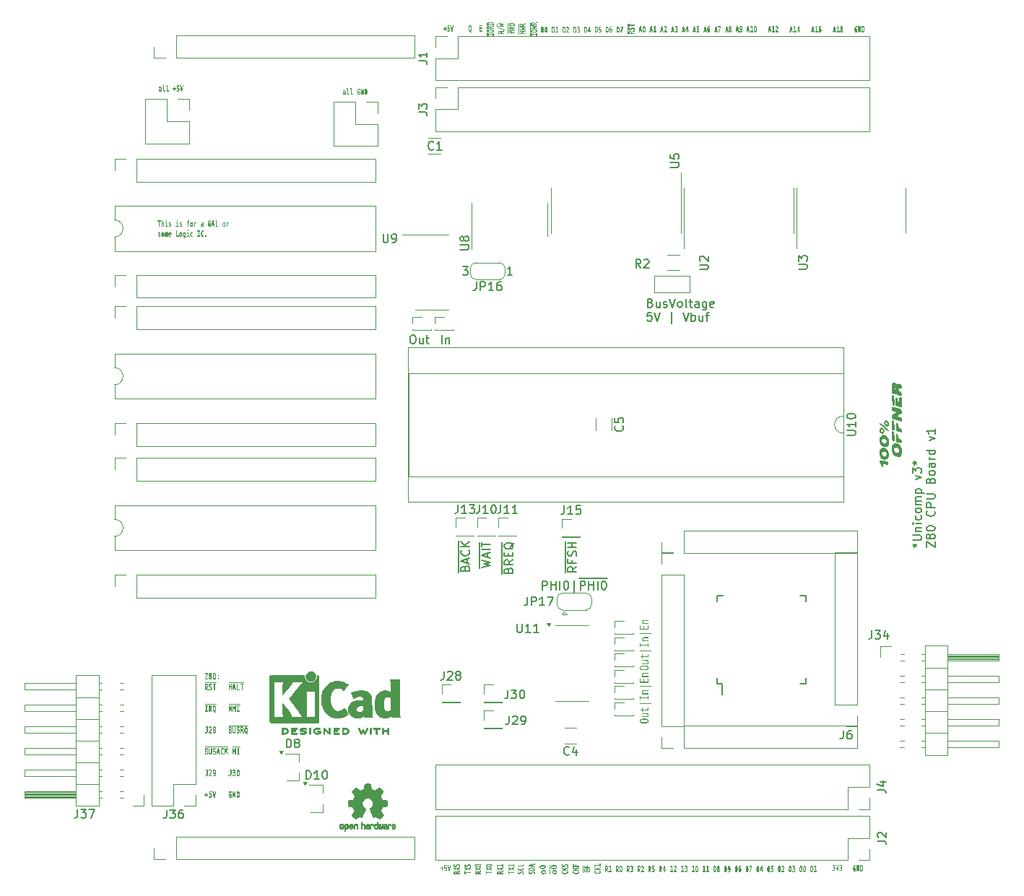
<source format=gbr>
%TF.GenerationSoftware,KiCad,Pcbnew,8.0.7-8.0.7-0~ubuntu22.04.1*%
%TF.CreationDate,2024-12-26T12:21:12+01:00*%
%TF.ProjectId,schematics_v10,73636865-6d61-4746-9963-735f7631302e,rev?*%
%TF.SameCoordinates,Original*%
%TF.FileFunction,Legend,Top*%
%TF.FilePolarity,Positive*%
%FSLAX46Y46*%
G04 Gerber Fmt 4.6, Leading zero omitted, Abs format (unit mm)*
G04 Created by KiCad (PCBNEW 8.0.7-8.0.7-0~ubuntu22.04.1) date 2024-12-26 12:21:12*
%MOMM*%
%LPD*%
G01*
G04 APERTURE LIST*
%ADD10C,0.150000*%
%ADD11C,0.100000*%
%ADD12C,0.120000*%
%ADD13C,0.010000*%
%ADD14C,0.000000*%
G04 APERTURE END LIST*
D10*
X116240112Y-82953065D02*
X116382969Y-83000684D01*
X116382969Y-83000684D02*
X116430588Y-83048303D01*
X116430588Y-83048303D02*
X116478207Y-83143541D01*
X116478207Y-83143541D02*
X116478207Y-83286398D01*
X116478207Y-83286398D02*
X116430588Y-83381636D01*
X116430588Y-83381636D02*
X116382969Y-83429256D01*
X116382969Y-83429256D02*
X116287731Y-83476875D01*
X116287731Y-83476875D02*
X115906779Y-83476875D01*
X115906779Y-83476875D02*
X115906779Y-82476875D01*
X115906779Y-82476875D02*
X116240112Y-82476875D01*
X116240112Y-82476875D02*
X116335350Y-82524494D01*
X116335350Y-82524494D02*
X116382969Y-82572113D01*
X116382969Y-82572113D02*
X116430588Y-82667351D01*
X116430588Y-82667351D02*
X116430588Y-82762589D01*
X116430588Y-82762589D02*
X116382969Y-82857827D01*
X116382969Y-82857827D02*
X116335350Y-82905446D01*
X116335350Y-82905446D02*
X116240112Y-82953065D01*
X116240112Y-82953065D02*
X115906779Y-82953065D01*
X117335350Y-82810208D02*
X117335350Y-83476875D01*
X116906779Y-82810208D02*
X116906779Y-83334017D01*
X116906779Y-83334017D02*
X116954398Y-83429256D01*
X116954398Y-83429256D02*
X117049636Y-83476875D01*
X117049636Y-83476875D02*
X117192493Y-83476875D01*
X117192493Y-83476875D02*
X117287731Y-83429256D01*
X117287731Y-83429256D02*
X117335350Y-83381636D01*
X117763922Y-83429256D02*
X117859160Y-83476875D01*
X117859160Y-83476875D02*
X118049636Y-83476875D01*
X118049636Y-83476875D02*
X118144874Y-83429256D01*
X118144874Y-83429256D02*
X118192493Y-83334017D01*
X118192493Y-83334017D02*
X118192493Y-83286398D01*
X118192493Y-83286398D02*
X118144874Y-83191160D01*
X118144874Y-83191160D02*
X118049636Y-83143541D01*
X118049636Y-83143541D02*
X117906779Y-83143541D01*
X117906779Y-83143541D02*
X117811541Y-83095922D01*
X117811541Y-83095922D02*
X117763922Y-83000684D01*
X117763922Y-83000684D02*
X117763922Y-82953065D01*
X117763922Y-82953065D02*
X117811541Y-82857827D01*
X117811541Y-82857827D02*
X117906779Y-82810208D01*
X117906779Y-82810208D02*
X118049636Y-82810208D01*
X118049636Y-82810208D02*
X118144874Y-82857827D01*
X118478208Y-82476875D02*
X118811541Y-83476875D01*
X118811541Y-83476875D02*
X119144874Y-82476875D01*
X119621065Y-83476875D02*
X119525827Y-83429256D01*
X119525827Y-83429256D02*
X119478208Y-83381636D01*
X119478208Y-83381636D02*
X119430589Y-83286398D01*
X119430589Y-83286398D02*
X119430589Y-83000684D01*
X119430589Y-83000684D02*
X119478208Y-82905446D01*
X119478208Y-82905446D02*
X119525827Y-82857827D01*
X119525827Y-82857827D02*
X119621065Y-82810208D01*
X119621065Y-82810208D02*
X119763922Y-82810208D01*
X119763922Y-82810208D02*
X119859160Y-82857827D01*
X119859160Y-82857827D02*
X119906779Y-82905446D01*
X119906779Y-82905446D02*
X119954398Y-83000684D01*
X119954398Y-83000684D02*
X119954398Y-83286398D01*
X119954398Y-83286398D02*
X119906779Y-83381636D01*
X119906779Y-83381636D02*
X119859160Y-83429256D01*
X119859160Y-83429256D02*
X119763922Y-83476875D01*
X119763922Y-83476875D02*
X119621065Y-83476875D01*
X120525827Y-83476875D02*
X120430589Y-83429256D01*
X120430589Y-83429256D02*
X120382970Y-83334017D01*
X120382970Y-83334017D02*
X120382970Y-82476875D01*
X120763923Y-82810208D02*
X121144875Y-82810208D01*
X120906780Y-82476875D02*
X120906780Y-83334017D01*
X120906780Y-83334017D02*
X120954399Y-83429256D01*
X120954399Y-83429256D02*
X121049637Y-83476875D01*
X121049637Y-83476875D02*
X121144875Y-83476875D01*
X121906780Y-83476875D02*
X121906780Y-82953065D01*
X121906780Y-82953065D02*
X121859161Y-82857827D01*
X121859161Y-82857827D02*
X121763923Y-82810208D01*
X121763923Y-82810208D02*
X121573447Y-82810208D01*
X121573447Y-82810208D02*
X121478209Y-82857827D01*
X121906780Y-83429256D02*
X121811542Y-83476875D01*
X121811542Y-83476875D02*
X121573447Y-83476875D01*
X121573447Y-83476875D02*
X121478209Y-83429256D01*
X121478209Y-83429256D02*
X121430590Y-83334017D01*
X121430590Y-83334017D02*
X121430590Y-83238779D01*
X121430590Y-83238779D02*
X121478209Y-83143541D01*
X121478209Y-83143541D02*
X121573447Y-83095922D01*
X121573447Y-83095922D02*
X121811542Y-83095922D01*
X121811542Y-83095922D02*
X121906780Y-83048303D01*
X122811542Y-82810208D02*
X122811542Y-83619732D01*
X122811542Y-83619732D02*
X122763923Y-83714970D01*
X122763923Y-83714970D02*
X122716304Y-83762589D01*
X122716304Y-83762589D02*
X122621066Y-83810208D01*
X122621066Y-83810208D02*
X122478209Y-83810208D01*
X122478209Y-83810208D02*
X122382971Y-83762589D01*
X122811542Y-83429256D02*
X122716304Y-83476875D01*
X122716304Y-83476875D02*
X122525828Y-83476875D01*
X122525828Y-83476875D02*
X122430590Y-83429256D01*
X122430590Y-83429256D02*
X122382971Y-83381636D01*
X122382971Y-83381636D02*
X122335352Y-83286398D01*
X122335352Y-83286398D02*
X122335352Y-83000684D01*
X122335352Y-83000684D02*
X122382971Y-82905446D01*
X122382971Y-82905446D02*
X122430590Y-82857827D01*
X122430590Y-82857827D02*
X122525828Y-82810208D01*
X122525828Y-82810208D02*
X122716304Y-82810208D01*
X122716304Y-82810208D02*
X122811542Y-82857827D01*
X123668685Y-83429256D02*
X123573447Y-83476875D01*
X123573447Y-83476875D02*
X123382971Y-83476875D01*
X123382971Y-83476875D02*
X123287733Y-83429256D01*
X123287733Y-83429256D02*
X123240114Y-83334017D01*
X123240114Y-83334017D02*
X123240114Y-82953065D01*
X123240114Y-82953065D02*
X123287733Y-82857827D01*
X123287733Y-82857827D02*
X123382971Y-82810208D01*
X123382971Y-82810208D02*
X123573447Y-82810208D01*
X123573447Y-82810208D02*
X123668685Y-82857827D01*
X123668685Y-82857827D02*
X123716304Y-82953065D01*
X123716304Y-82953065D02*
X123716304Y-83048303D01*
X123716304Y-83048303D02*
X123240114Y-83143541D01*
X116382969Y-84086819D02*
X115906779Y-84086819D01*
X115906779Y-84086819D02*
X115859160Y-84563009D01*
X115859160Y-84563009D02*
X115906779Y-84515390D01*
X115906779Y-84515390D02*
X116002017Y-84467771D01*
X116002017Y-84467771D02*
X116240112Y-84467771D01*
X116240112Y-84467771D02*
X116335350Y-84515390D01*
X116335350Y-84515390D02*
X116382969Y-84563009D01*
X116382969Y-84563009D02*
X116430588Y-84658247D01*
X116430588Y-84658247D02*
X116430588Y-84896342D01*
X116430588Y-84896342D02*
X116382969Y-84991580D01*
X116382969Y-84991580D02*
X116335350Y-85039200D01*
X116335350Y-85039200D02*
X116240112Y-85086819D01*
X116240112Y-85086819D02*
X116002017Y-85086819D01*
X116002017Y-85086819D02*
X115906779Y-85039200D01*
X115906779Y-85039200D02*
X115859160Y-84991580D01*
X116716303Y-84086819D02*
X117049636Y-85086819D01*
X117049636Y-85086819D02*
X117382969Y-84086819D01*
X118716303Y-85420152D02*
X118716303Y-83991580D01*
X120049637Y-84086819D02*
X120382970Y-85086819D01*
X120382970Y-85086819D02*
X120716303Y-84086819D01*
X121049637Y-85086819D02*
X121049637Y-84086819D01*
X121049637Y-84467771D02*
X121144875Y-84420152D01*
X121144875Y-84420152D02*
X121335351Y-84420152D01*
X121335351Y-84420152D02*
X121430589Y-84467771D01*
X121430589Y-84467771D02*
X121478208Y-84515390D01*
X121478208Y-84515390D02*
X121525827Y-84610628D01*
X121525827Y-84610628D02*
X121525827Y-84896342D01*
X121525827Y-84896342D02*
X121478208Y-84991580D01*
X121478208Y-84991580D02*
X121430589Y-85039200D01*
X121430589Y-85039200D02*
X121335351Y-85086819D01*
X121335351Y-85086819D02*
X121144875Y-85086819D01*
X121144875Y-85086819D02*
X121049637Y-85039200D01*
X122382970Y-84420152D02*
X122382970Y-85086819D01*
X121954399Y-84420152D02*
X121954399Y-84943961D01*
X121954399Y-84943961D02*
X122002018Y-85039200D01*
X122002018Y-85039200D02*
X122097256Y-85086819D01*
X122097256Y-85086819D02*
X122240113Y-85086819D01*
X122240113Y-85086819D02*
X122335351Y-85039200D01*
X122335351Y-85039200D02*
X122382970Y-84991580D01*
X122716304Y-84420152D02*
X123097256Y-84420152D01*
X122859161Y-85086819D02*
X122859161Y-84229676D01*
X122859161Y-84229676D02*
X122906780Y-84134438D01*
X122906780Y-84134438D02*
X123002018Y-84086819D01*
X123002018Y-84086819D02*
X123097256Y-84086819D01*
G36*
X115568401Y-125498254D02*
G01*
X115630019Y-125500911D01*
X115687393Y-125505692D01*
X115740524Y-125512598D01*
X115789410Y-125521629D01*
X115844551Y-125535905D01*
X115893061Y-125553502D01*
X115918984Y-125565654D01*
X115963724Y-125593580D01*
X115999206Y-125626507D01*
X116025433Y-125664435D01*
X116042403Y-125707364D01*
X116049474Y-125746958D01*
X116050631Y-125772381D01*
X116047435Y-125814110D01*
X116035162Y-125859576D01*
X116013684Y-125900014D01*
X115983001Y-125935423D01*
X115943113Y-125965804D01*
X115919717Y-125979108D01*
X115875361Y-125998585D01*
X115824267Y-126014760D01*
X115766434Y-126027634D01*
X115715317Y-126035557D01*
X115659887Y-126041367D01*
X115600145Y-126045064D01*
X115536090Y-126046649D01*
X115519403Y-126046715D01*
X115470319Y-126046119D01*
X115408608Y-126043470D01*
X115351163Y-126038703D01*
X115297985Y-126031817D01*
X115249073Y-126022812D01*
X115193934Y-126008576D01*
X115145461Y-125991030D01*
X115119577Y-125978913D01*
X115074755Y-125950934D01*
X115039206Y-125917996D01*
X115012931Y-125880098D01*
X114995929Y-125837240D01*
X114988845Y-125797736D01*
X114987686Y-125772381D01*
X115097107Y-125772381D01*
X115103198Y-125811546D01*
X115124611Y-125848570D01*
X115161441Y-125878144D01*
X115194560Y-125893721D01*
X115243413Y-125908111D01*
X115295185Y-125917631D01*
X115345307Y-125923582D01*
X115401774Y-125927729D01*
X115451516Y-125929749D01*
X115505318Y-125930615D01*
X115519403Y-125930651D01*
X115574106Y-125930074D01*
X115624763Y-125928342D01*
X115682396Y-125924556D01*
X115733709Y-125918966D01*
X115786940Y-125909878D01*
X115837540Y-125895993D01*
X115843757Y-125893721D01*
X115886393Y-125872215D01*
X115919797Y-125840986D01*
X115937784Y-125802306D01*
X115941210Y-125772381D01*
X115935150Y-125733058D01*
X115913844Y-125695943D01*
X115877199Y-125666371D01*
X115844246Y-125650846D01*
X115795476Y-125636380D01*
X115743738Y-125626809D01*
X115693619Y-125620827D01*
X115637130Y-125616658D01*
X115587354Y-125614627D01*
X115533503Y-125613757D01*
X115519403Y-125613721D01*
X115464586Y-125614301D01*
X115413829Y-125616041D01*
X115356093Y-125619848D01*
X115304702Y-125625468D01*
X115251407Y-125634604D01*
X115200778Y-125648562D01*
X115194560Y-125650846D01*
X115151924Y-125672290D01*
X115118520Y-125703539D01*
X115100533Y-125742330D01*
X115097107Y-125772381D01*
X114987686Y-125772381D01*
X114990906Y-125730703D01*
X115003271Y-125685274D01*
X115024909Y-125644846D01*
X115055821Y-125609419D01*
X115096007Y-125578992D01*
X115119577Y-125565654D01*
X115164050Y-125546065D01*
X115215190Y-125529796D01*
X115272996Y-125516847D01*
X115324041Y-125508879D01*
X115379352Y-125503036D01*
X115438930Y-125499317D01*
X115502775Y-125497723D01*
X115519403Y-125497657D01*
X115568401Y-125498254D01*
G37*
G36*
X115741664Y-125330204D02*
G01*
X115269054Y-125330204D01*
X115269054Y-125228990D01*
X115741664Y-125228990D01*
X115795195Y-125226671D01*
X115844569Y-125218657D01*
X115889774Y-125201484D01*
X115892850Y-125199681D01*
X115925909Y-125167731D01*
X115940030Y-125127079D01*
X115941210Y-125108627D01*
X115935128Y-125067212D01*
X115914388Y-125029238D01*
X115878928Y-124999206D01*
X115834707Y-124979216D01*
X115785853Y-124967556D01*
X115735226Y-124962225D01*
X115700143Y-124961300D01*
X115269054Y-124961300D01*
X115269054Y-124859695D01*
X116035000Y-124859695D01*
X116035000Y-124961300D01*
X115916053Y-124961300D01*
X115957778Y-124982146D01*
X115994672Y-125010155D01*
X116016437Y-125034768D01*
X116037274Y-125071725D01*
X116048494Y-125113133D01*
X116050631Y-125143212D01*
X116046961Y-125182277D01*
X116033780Y-125221267D01*
X116007492Y-125257920D01*
X115973939Y-125284091D01*
X115930662Y-125304265D01*
X115877524Y-125318676D01*
X115822939Y-125326556D01*
X115770142Y-125329799D01*
X115741664Y-125330204D01*
G37*
G36*
X115050212Y-124426115D02*
G01*
X115269054Y-124426115D01*
X115269054Y-124196331D01*
X115362843Y-124196331D01*
X115362843Y-124426115D01*
X115786605Y-124426115D01*
X115835539Y-124423596D01*
X115883892Y-124412790D01*
X115907260Y-124400323D01*
X115932723Y-124364907D01*
X115940680Y-124325716D01*
X115941210Y-124310246D01*
X115941210Y-124196331D01*
X116035000Y-124196331D01*
X116035000Y-124320016D01*
X116033033Y-124360371D01*
X116025769Y-124401478D01*
X116010912Y-124440581D01*
X115985841Y-124474530D01*
X115979068Y-124480630D01*
X115936240Y-124505256D01*
X115884234Y-124519622D01*
X115834970Y-124525687D01*
X115786605Y-124527329D01*
X115362843Y-124527329D01*
X115362843Y-124691655D01*
X115269054Y-124691655D01*
X115269054Y-124527329D01*
X115050212Y-124527329D01*
X115050212Y-124426115D01*
G37*
G36*
X114972055Y-123704133D02*
G01*
X116378893Y-123704133D01*
X116378893Y-123798508D01*
X114972055Y-123798508D01*
X114972055Y-123704133D01*
G37*
G36*
X115003318Y-123305724D02*
G01*
X115003318Y-122850064D01*
X115112739Y-122850064D01*
X115112739Y-123022011D01*
X115925579Y-123022011D01*
X115925579Y-122850064D01*
X116035000Y-122850064D01*
X116035000Y-123305724D01*
X115925579Y-123305724D01*
X115925579Y-123133581D01*
X115112739Y-123133581D01*
X115112739Y-123305724D01*
X115003318Y-123305724D01*
G37*
G36*
X115562390Y-122164817D02*
G01*
X116035000Y-122164817D01*
X116035000Y-122266422D01*
X115562390Y-122266422D01*
X115508858Y-122268725D01*
X115459485Y-122276685D01*
X115414279Y-122293744D01*
X115411203Y-122295535D01*
X115378145Y-122327331D01*
X115364024Y-122368173D01*
X115362843Y-122386785D01*
X115368925Y-122427928D01*
X115389666Y-122465825D01*
X115425125Y-122496010D01*
X115469346Y-122516103D01*
X115518200Y-122527824D01*
X115568827Y-122533182D01*
X115603911Y-122534112D01*
X116035000Y-122534112D01*
X116035000Y-122635326D01*
X115269054Y-122635326D01*
X115269054Y-122534112D01*
X115386779Y-122534112D01*
X115345390Y-122513311D01*
X115308862Y-122485458D01*
X115287372Y-122461034D01*
X115266684Y-122424032D01*
X115256108Y-122385864D01*
X115253422Y-122351614D01*
X115258216Y-122307601D01*
X115272595Y-122269548D01*
X115300232Y-122233862D01*
X115330115Y-122211321D01*
X115373391Y-122190975D01*
X115426530Y-122176443D01*
X115481115Y-122168495D01*
X115533911Y-122165225D01*
X115562390Y-122164817D01*
G37*
G36*
X114972055Y-121682974D02*
G01*
X116378893Y-121682974D01*
X116378893Y-121777350D01*
X114972055Y-121777350D01*
X114972055Y-121682974D01*
G37*
G36*
X115003318Y-121286715D02*
G01*
X115003318Y-120799792D01*
X115112739Y-120799792D01*
X115112739Y-121175731D01*
X115425369Y-121175731D01*
X115425369Y-120816205D01*
X115534790Y-120816205D01*
X115534790Y-121175731D01*
X115925579Y-121175731D01*
X115925579Y-120789436D01*
X116035000Y-120789436D01*
X116035000Y-121286715D01*
X115003318Y-121286715D01*
G37*
G36*
X115562390Y-120143658D02*
G01*
X116035000Y-120143658D01*
X116035000Y-120245263D01*
X115562390Y-120245263D01*
X115508858Y-120247566D01*
X115459485Y-120255527D01*
X115414279Y-120272586D01*
X115411203Y-120274377D01*
X115378145Y-120306172D01*
X115364024Y-120347015D01*
X115362843Y-120365626D01*
X115368925Y-120406770D01*
X115389666Y-120444666D01*
X115425125Y-120474852D01*
X115469346Y-120494944D01*
X115518200Y-120506665D01*
X115568827Y-120512023D01*
X115603911Y-120512953D01*
X116035000Y-120512953D01*
X116035000Y-120614168D01*
X115269054Y-120614168D01*
X115269054Y-120512953D01*
X115386779Y-120512953D01*
X115345390Y-120492153D01*
X115308862Y-120464300D01*
X115287372Y-120439876D01*
X115266684Y-120402873D01*
X115256108Y-120364706D01*
X115253422Y-120330455D01*
X115258216Y-120286443D01*
X115272595Y-120248390D01*
X115300232Y-120212703D01*
X115330115Y-120190162D01*
X115373391Y-120169817D01*
X115426530Y-120155284D01*
X115481115Y-120147337D01*
X115533911Y-120144067D01*
X115562390Y-120143658D01*
G37*
G36*
X115568401Y-131721254D02*
G01*
X115630019Y-131723911D01*
X115687393Y-131728692D01*
X115740524Y-131735598D01*
X115789410Y-131744629D01*
X115844551Y-131758905D01*
X115893061Y-131776502D01*
X115918984Y-131788654D01*
X115963724Y-131816580D01*
X115999206Y-131849507D01*
X116025433Y-131887435D01*
X116042403Y-131930364D01*
X116049474Y-131969958D01*
X116050631Y-131995381D01*
X116047435Y-132037110D01*
X116035162Y-132082576D01*
X116013684Y-132123014D01*
X115983001Y-132158423D01*
X115943113Y-132188804D01*
X115919717Y-132202108D01*
X115875361Y-132221585D01*
X115824267Y-132237760D01*
X115766434Y-132250634D01*
X115715317Y-132258557D01*
X115659887Y-132264367D01*
X115600145Y-132268064D01*
X115536090Y-132269649D01*
X115519403Y-132269715D01*
X115470319Y-132269119D01*
X115408608Y-132266470D01*
X115351163Y-132261703D01*
X115297985Y-132254817D01*
X115249073Y-132245812D01*
X115193934Y-132231576D01*
X115145461Y-132214030D01*
X115119577Y-132201913D01*
X115074755Y-132173934D01*
X115039206Y-132140996D01*
X115012931Y-132103098D01*
X114995929Y-132060240D01*
X114988845Y-132020736D01*
X114987686Y-131995381D01*
X115097107Y-131995381D01*
X115103198Y-132034546D01*
X115124611Y-132071570D01*
X115161441Y-132101144D01*
X115194560Y-132116721D01*
X115243413Y-132131111D01*
X115295185Y-132140631D01*
X115345307Y-132146582D01*
X115401774Y-132150729D01*
X115451516Y-132152749D01*
X115505318Y-132153615D01*
X115519403Y-132153651D01*
X115574106Y-132153074D01*
X115624763Y-132151342D01*
X115682396Y-132147556D01*
X115733709Y-132141966D01*
X115786940Y-132132878D01*
X115837540Y-132118993D01*
X115843757Y-132116721D01*
X115886393Y-132095215D01*
X115919797Y-132063986D01*
X115937784Y-132025306D01*
X115941210Y-131995381D01*
X115935150Y-131956058D01*
X115913844Y-131918943D01*
X115877199Y-131889371D01*
X115844246Y-131873846D01*
X115795476Y-131859380D01*
X115743738Y-131849809D01*
X115693619Y-131843827D01*
X115637130Y-131839658D01*
X115587354Y-131837627D01*
X115533503Y-131836757D01*
X115519403Y-131836721D01*
X115464586Y-131837301D01*
X115413829Y-131839041D01*
X115356093Y-131842848D01*
X115304702Y-131848468D01*
X115251407Y-131857604D01*
X115200778Y-131871562D01*
X115194560Y-131873846D01*
X115151924Y-131895290D01*
X115118520Y-131926539D01*
X115100533Y-131965330D01*
X115097107Y-131995381D01*
X114987686Y-131995381D01*
X114990906Y-131953703D01*
X115003271Y-131908274D01*
X115024909Y-131867846D01*
X115055821Y-131832419D01*
X115096007Y-131801992D01*
X115119577Y-131788654D01*
X115164050Y-131769065D01*
X115215190Y-131752796D01*
X115272996Y-131739847D01*
X115324041Y-131731879D01*
X115379352Y-131726036D01*
X115438930Y-131722317D01*
X115502775Y-131720723D01*
X115519403Y-131720657D01*
X115568401Y-131721254D01*
G37*
G36*
X115741664Y-131553204D02*
G01*
X115269054Y-131553204D01*
X115269054Y-131451990D01*
X115741664Y-131451990D01*
X115795195Y-131449671D01*
X115844569Y-131441657D01*
X115889774Y-131424484D01*
X115892850Y-131422681D01*
X115925909Y-131390731D01*
X115940030Y-131350079D01*
X115941210Y-131331627D01*
X115935128Y-131290212D01*
X115914388Y-131252238D01*
X115878928Y-131222206D01*
X115834707Y-131202216D01*
X115785853Y-131190556D01*
X115735226Y-131185225D01*
X115700143Y-131184300D01*
X115269054Y-131184300D01*
X115269054Y-131082695D01*
X116035000Y-131082695D01*
X116035000Y-131184300D01*
X115916053Y-131184300D01*
X115957778Y-131205146D01*
X115994672Y-131233155D01*
X116016437Y-131257768D01*
X116037274Y-131294725D01*
X116048494Y-131336133D01*
X116050631Y-131366212D01*
X116046961Y-131405277D01*
X116033780Y-131444267D01*
X116007492Y-131480920D01*
X115973939Y-131507091D01*
X115930662Y-131527265D01*
X115877524Y-131541676D01*
X115822939Y-131549556D01*
X115770142Y-131552799D01*
X115741664Y-131553204D01*
G37*
G36*
X115050212Y-130649115D02*
G01*
X115269054Y-130649115D01*
X115269054Y-130419331D01*
X115362843Y-130419331D01*
X115362843Y-130649115D01*
X115786605Y-130649115D01*
X115835539Y-130646596D01*
X115883892Y-130635790D01*
X115907260Y-130623323D01*
X115932723Y-130587907D01*
X115940680Y-130548716D01*
X115941210Y-130533246D01*
X115941210Y-130419331D01*
X116035000Y-130419331D01*
X116035000Y-130543016D01*
X116033033Y-130583371D01*
X116025769Y-130624478D01*
X116010912Y-130663581D01*
X115985841Y-130697530D01*
X115979068Y-130703630D01*
X115936240Y-130728256D01*
X115884234Y-130742622D01*
X115834970Y-130748687D01*
X115786605Y-130750329D01*
X115362843Y-130750329D01*
X115362843Y-130914655D01*
X115269054Y-130914655D01*
X115269054Y-130750329D01*
X115050212Y-130750329D01*
X115050212Y-130649115D01*
G37*
G36*
X114972055Y-129927133D02*
G01*
X116378893Y-129927133D01*
X116378893Y-130021508D01*
X114972055Y-130021508D01*
X114972055Y-129927133D01*
G37*
G36*
X115003318Y-129528724D02*
G01*
X115003318Y-129073064D01*
X115112739Y-129073064D01*
X115112739Y-129245011D01*
X115925579Y-129245011D01*
X115925579Y-129073064D01*
X116035000Y-129073064D01*
X116035000Y-129528724D01*
X115925579Y-129528724D01*
X115925579Y-129356581D01*
X115112739Y-129356581D01*
X115112739Y-129528724D01*
X115003318Y-129528724D01*
G37*
G36*
X115562390Y-128387817D02*
G01*
X116035000Y-128387817D01*
X116035000Y-128489422D01*
X115562390Y-128489422D01*
X115508858Y-128491725D01*
X115459485Y-128499685D01*
X115414279Y-128516744D01*
X115411203Y-128518535D01*
X115378145Y-128550331D01*
X115364024Y-128591173D01*
X115362843Y-128609785D01*
X115368925Y-128650928D01*
X115389666Y-128688825D01*
X115425125Y-128719010D01*
X115469346Y-128739103D01*
X115518200Y-128750824D01*
X115568827Y-128756182D01*
X115603911Y-128757112D01*
X116035000Y-128757112D01*
X116035000Y-128858326D01*
X115269054Y-128858326D01*
X115269054Y-128757112D01*
X115386779Y-128757112D01*
X115345390Y-128736311D01*
X115308862Y-128708458D01*
X115287372Y-128684034D01*
X115266684Y-128647032D01*
X115256108Y-128608864D01*
X115253422Y-128574614D01*
X115258216Y-128530601D01*
X115272595Y-128492548D01*
X115300232Y-128456862D01*
X115330115Y-128434321D01*
X115373391Y-128413975D01*
X115426530Y-128399443D01*
X115481115Y-128391495D01*
X115533911Y-128388225D01*
X115562390Y-128387817D01*
G37*
G36*
X114972055Y-127905974D02*
G01*
X116378893Y-127905974D01*
X116378893Y-128000350D01*
X114972055Y-128000350D01*
X114972055Y-127905974D01*
G37*
G36*
X115003318Y-127509715D02*
G01*
X115003318Y-127022792D01*
X115112739Y-127022792D01*
X115112739Y-127398731D01*
X115425369Y-127398731D01*
X115425369Y-127039205D01*
X115534790Y-127039205D01*
X115534790Y-127398731D01*
X115925579Y-127398731D01*
X115925579Y-127012436D01*
X116035000Y-127012436D01*
X116035000Y-127509715D01*
X115003318Y-127509715D01*
G37*
G36*
X115562390Y-126366658D02*
G01*
X116035000Y-126366658D01*
X116035000Y-126468263D01*
X115562390Y-126468263D01*
X115508858Y-126470566D01*
X115459485Y-126478527D01*
X115414279Y-126495586D01*
X115411203Y-126497377D01*
X115378145Y-126529172D01*
X115364024Y-126570015D01*
X115362843Y-126588626D01*
X115368925Y-126629770D01*
X115389666Y-126667666D01*
X115425125Y-126697852D01*
X115469346Y-126717944D01*
X115518200Y-126729665D01*
X115568827Y-126735023D01*
X115603911Y-126735953D01*
X116035000Y-126735953D01*
X116035000Y-126837168D01*
X115269054Y-126837168D01*
X115269054Y-126735953D01*
X115386779Y-126735953D01*
X115345390Y-126715153D01*
X115308862Y-126687300D01*
X115287372Y-126662876D01*
X115266684Y-126625873D01*
X115256108Y-126587706D01*
X115253422Y-126553455D01*
X115258216Y-126509443D01*
X115272595Y-126471390D01*
X115300232Y-126435703D01*
X115330115Y-126413162D01*
X115373391Y-126392817D01*
X115426530Y-126378284D01*
X115481115Y-126370337D01*
X115533911Y-126367067D01*
X115562390Y-126366658D01*
G37*
X91776779Y-87753819D02*
X91776779Y-86753819D01*
X92252969Y-87087152D02*
X92252969Y-87753819D01*
X92252969Y-87182390D02*
X92300588Y-87134771D01*
X92300588Y-87134771D02*
X92395826Y-87087152D01*
X92395826Y-87087152D02*
X92538683Y-87087152D01*
X92538683Y-87087152D02*
X92633921Y-87134771D01*
X92633921Y-87134771D02*
X92681540Y-87230009D01*
X92681540Y-87230009D02*
X92681540Y-87753819D01*
X103587779Y-116582819D02*
X103587779Y-115582819D01*
X103587779Y-115582819D02*
X103968731Y-115582819D01*
X103968731Y-115582819D02*
X104063969Y-115630438D01*
X104063969Y-115630438D02*
X104111588Y-115678057D01*
X104111588Y-115678057D02*
X104159207Y-115773295D01*
X104159207Y-115773295D02*
X104159207Y-115916152D01*
X104159207Y-115916152D02*
X104111588Y-116011390D01*
X104111588Y-116011390D02*
X104063969Y-116059009D01*
X104063969Y-116059009D02*
X103968731Y-116106628D01*
X103968731Y-116106628D02*
X103587779Y-116106628D01*
X104587779Y-116582819D02*
X104587779Y-115582819D01*
X104587779Y-116059009D02*
X105159207Y-116059009D01*
X105159207Y-116582819D02*
X105159207Y-115582819D01*
X105635398Y-116582819D02*
X105635398Y-115582819D01*
X106302064Y-115582819D02*
X106397302Y-115582819D01*
X106397302Y-115582819D02*
X106492540Y-115630438D01*
X106492540Y-115630438D02*
X106540159Y-115678057D01*
X106540159Y-115678057D02*
X106587778Y-115773295D01*
X106587778Y-115773295D02*
X106635397Y-115963771D01*
X106635397Y-115963771D02*
X106635397Y-116201866D01*
X106635397Y-116201866D02*
X106587778Y-116392342D01*
X106587778Y-116392342D02*
X106540159Y-116487580D01*
X106540159Y-116487580D02*
X106492540Y-116535200D01*
X106492540Y-116535200D02*
X106397302Y-116582819D01*
X106397302Y-116582819D02*
X106302064Y-116582819D01*
X106302064Y-116582819D02*
X106206826Y-116535200D01*
X106206826Y-116535200D02*
X106159207Y-116487580D01*
X106159207Y-116487580D02*
X106111588Y-116392342D01*
X106111588Y-116392342D02*
X106063969Y-116201866D01*
X106063969Y-116201866D02*
X106063969Y-115963771D01*
X106063969Y-115963771D02*
X106111588Y-115773295D01*
X106111588Y-115773295D02*
X106159207Y-115678057D01*
X106159207Y-115678057D02*
X106206826Y-115630438D01*
X106206826Y-115630438D02*
X106302064Y-115582819D01*
X107302064Y-116916152D02*
X107302064Y-115487580D01*
X108016350Y-116582819D02*
X108016350Y-115582819D01*
X108016350Y-115582819D02*
X108397302Y-115582819D01*
X108397302Y-115582819D02*
X108492540Y-115630438D01*
X108492540Y-115630438D02*
X108540159Y-115678057D01*
X108540159Y-115678057D02*
X108587778Y-115773295D01*
X108587778Y-115773295D02*
X108587778Y-115916152D01*
X108587778Y-115916152D02*
X108540159Y-116011390D01*
X108540159Y-116011390D02*
X108492540Y-116059009D01*
X108492540Y-116059009D02*
X108397302Y-116106628D01*
X108397302Y-116106628D02*
X108016350Y-116106628D01*
X109016350Y-116582819D02*
X109016350Y-115582819D01*
X109016350Y-116059009D02*
X109587778Y-116059009D01*
X109587778Y-116582819D02*
X109587778Y-115582819D01*
X110063969Y-116582819D02*
X110063969Y-115582819D01*
X110730635Y-115582819D02*
X110825873Y-115582819D01*
X110825873Y-115582819D02*
X110921111Y-115630438D01*
X110921111Y-115630438D02*
X110968730Y-115678057D01*
X110968730Y-115678057D02*
X111016349Y-115773295D01*
X111016349Y-115773295D02*
X111063968Y-115963771D01*
X111063968Y-115963771D02*
X111063968Y-116201866D01*
X111063968Y-116201866D02*
X111016349Y-116392342D01*
X111016349Y-116392342D02*
X110968730Y-116487580D01*
X110968730Y-116487580D02*
X110921111Y-116535200D01*
X110921111Y-116535200D02*
X110825873Y-116582819D01*
X110825873Y-116582819D02*
X110730635Y-116582819D01*
X110730635Y-116582819D02*
X110635397Y-116535200D01*
X110635397Y-116535200D02*
X110587778Y-116487580D01*
X110587778Y-116487580D02*
X110540159Y-116392342D01*
X110540159Y-116392342D02*
X110492540Y-116201866D01*
X110492540Y-116201866D02*
X110492540Y-115963771D01*
X110492540Y-115963771D02*
X110540159Y-115773295D01*
X110540159Y-115773295D02*
X110587778Y-115678057D01*
X110587778Y-115678057D02*
X110635397Y-115630438D01*
X110635397Y-115630438D02*
X110730635Y-115582819D01*
X107878255Y-115305200D02*
X111154445Y-115305200D01*
X107565819Y-113899792D02*
X107089628Y-114233125D01*
X107565819Y-114471220D02*
X106565819Y-114471220D01*
X106565819Y-114471220D02*
X106565819Y-114090268D01*
X106565819Y-114090268D02*
X106613438Y-113995030D01*
X106613438Y-113995030D02*
X106661057Y-113947411D01*
X106661057Y-113947411D02*
X106756295Y-113899792D01*
X106756295Y-113899792D02*
X106899152Y-113899792D01*
X106899152Y-113899792D02*
X106994390Y-113947411D01*
X106994390Y-113947411D02*
X107042009Y-113995030D01*
X107042009Y-113995030D02*
X107089628Y-114090268D01*
X107089628Y-114090268D02*
X107089628Y-114471220D01*
X107042009Y-113137887D02*
X107042009Y-113471220D01*
X107565819Y-113471220D02*
X106565819Y-113471220D01*
X106565819Y-113471220D02*
X106565819Y-112995030D01*
X107518200Y-112661696D02*
X107565819Y-112518839D01*
X107565819Y-112518839D02*
X107565819Y-112280744D01*
X107565819Y-112280744D02*
X107518200Y-112185506D01*
X107518200Y-112185506D02*
X107470580Y-112137887D01*
X107470580Y-112137887D02*
X107375342Y-112090268D01*
X107375342Y-112090268D02*
X107280104Y-112090268D01*
X107280104Y-112090268D02*
X107184866Y-112137887D01*
X107184866Y-112137887D02*
X107137247Y-112185506D01*
X107137247Y-112185506D02*
X107089628Y-112280744D01*
X107089628Y-112280744D02*
X107042009Y-112471220D01*
X107042009Y-112471220D02*
X106994390Y-112566458D01*
X106994390Y-112566458D02*
X106946771Y-112614077D01*
X106946771Y-112614077D02*
X106851533Y-112661696D01*
X106851533Y-112661696D02*
X106756295Y-112661696D01*
X106756295Y-112661696D02*
X106661057Y-112614077D01*
X106661057Y-112614077D02*
X106613438Y-112566458D01*
X106613438Y-112566458D02*
X106565819Y-112471220D01*
X106565819Y-112471220D02*
X106565819Y-112233125D01*
X106565819Y-112233125D02*
X106613438Y-112090268D01*
X107565819Y-111661696D02*
X106565819Y-111661696D01*
X107042009Y-111661696D02*
X107042009Y-111090268D01*
X107565819Y-111090268D02*
X106565819Y-111090268D01*
X106288200Y-114609316D02*
X106288200Y-110952173D01*
X94516009Y-114079887D02*
X94563628Y-113937030D01*
X94563628Y-113937030D02*
X94611247Y-113889411D01*
X94611247Y-113889411D02*
X94706485Y-113841792D01*
X94706485Y-113841792D02*
X94849342Y-113841792D01*
X94849342Y-113841792D02*
X94944580Y-113889411D01*
X94944580Y-113889411D02*
X94992200Y-113937030D01*
X94992200Y-113937030D02*
X95039819Y-114032268D01*
X95039819Y-114032268D02*
X95039819Y-114413220D01*
X95039819Y-114413220D02*
X94039819Y-114413220D01*
X94039819Y-114413220D02*
X94039819Y-114079887D01*
X94039819Y-114079887D02*
X94087438Y-113984649D01*
X94087438Y-113984649D02*
X94135057Y-113937030D01*
X94135057Y-113937030D02*
X94230295Y-113889411D01*
X94230295Y-113889411D02*
X94325533Y-113889411D01*
X94325533Y-113889411D02*
X94420771Y-113937030D01*
X94420771Y-113937030D02*
X94468390Y-113984649D01*
X94468390Y-113984649D02*
X94516009Y-114079887D01*
X94516009Y-114079887D02*
X94516009Y-114413220D01*
X94754104Y-113460839D02*
X94754104Y-112984649D01*
X95039819Y-113556077D02*
X94039819Y-113222744D01*
X94039819Y-113222744D02*
X95039819Y-112889411D01*
X94944580Y-111984649D02*
X94992200Y-112032268D01*
X94992200Y-112032268D02*
X95039819Y-112175125D01*
X95039819Y-112175125D02*
X95039819Y-112270363D01*
X95039819Y-112270363D02*
X94992200Y-112413220D01*
X94992200Y-112413220D02*
X94896961Y-112508458D01*
X94896961Y-112508458D02*
X94801723Y-112556077D01*
X94801723Y-112556077D02*
X94611247Y-112603696D01*
X94611247Y-112603696D02*
X94468390Y-112603696D01*
X94468390Y-112603696D02*
X94277914Y-112556077D01*
X94277914Y-112556077D02*
X94182676Y-112508458D01*
X94182676Y-112508458D02*
X94087438Y-112413220D01*
X94087438Y-112413220D02*
X94039819Y-112270363D01*
X94039819Y-112270363D02*
X94039819Y-112175125D01*
X94039819Y-112175125D02*
X94087438Y-112032268D01*
X94087438Y-112032268D02*
X94135057Y-111984649D01*
X95039819Y-111556077D02*
X94039819Y-111556077D01*
X95039819Y-110984649D02*
X94468390Y-111413220D01*
X94039819Y-110984649D02*
X94611247Y-111556077D01*
X93762200Y-114551316D02*
X93762200Y-110894173D01*
X99596009Y-114329887D02*
X99643628Y-114187030D01*
X99643628Y-114187030D02*
X99691247Y-114139411D01*
X99691247Y-114139411D02*
X99786485Y-114091792D01*
X99786485Y-114091792D02*
X99929342Y-114091792D01*
X99929342Y-114091792D02*
X100024580Y-114139411D01*
X100024580Y-114139411D02*
X100072200Y-114187030D01*
X100072200Y-114187030D02*
X100119819Y-114282268D01*
X100119819Y-114282268D02*
X100119819Y-114663220D01*
X100119819Y-114663220D02*
X99119819Y-114663220D01*
X99119819Y-114663220D02*
X99119819Y-114329887D01*
X99119819Y-114329887D02*
X99167438Y-114234649D01*
X99167438Y-114234649D02*
X99215057Y-114187030D01*
X99215057Y-114187030D02*
X99310295Y-114139411D01*
X99310295Y-114139411D02*
X99405533Y-114139411D01*
X99405533Y-114139411D02*
X99500771Y-114187030D01*
X99500771Y-114187030D02*
X99548390Y-114234649D01*
X99548390Y-114234649D02*
X99596009Y-114329887D01*
X99596009Y-114329887D02*
X99596009Y-114663220D01*
X100119819Y-113091792D02*
X99643628Y-113425125D01*
X100119819Y-113663220D02*
X99119819Y-113663220D01*
X99119819Y-113663220D02*
X99119819Y-113282268D01*
X99119819Y-113282268D02*
X99167438Y-113187030D01*
X99167438Y-113187030D02*
X99215057Y-113139411D01*
X99215057Y-113139411D02*
X99310295Y-113091792D01*
X99310295Y-113091792D02*
X99453152Y-113091792D01*
X99453152Y-113091792D02*
X99548390Y-113139411D01*
X99548390Y-113139411D02*
X99596009Y-113187030D01*
X99596009Y-113187030D02*
X99643628Y-113282268D01*
X99643628Y-113282268D02*
X99643628Y-113663220D01*
X99596009Y-112663220D02*
X99596009Y-112329887D01*
X100119819Y-112187030D02*
X100119819Y-112663220D01*
X100119819Y-112663220D02*
X99119819Y-112663220D01*
X99119819Y-112663220D02*
X99119819Y-112187030D01*
X100215057Y-111091792D02*
X100167438Y-111187030D01*
X100167438Y-111187030D02*
X100072200Y-111282268D01*
X100072200Y-111282268D02*
X99929342Y-111425125D01*
X99929342Y-111425125D02*
X99881723Y-111520363D01*
X99881723Y-111520363D02*
X99881723Y-111615601D01*
X100119819Y-111567982D02*
X100072200Y-111663220D01*
X100072200Y-111663220D02*
X99976961Y-111758458D01*
X99976961Y-111758458D02*
X99786485Y-111806077D01*
X99786485Y-111806077D02*
X99453152Y-111806077D01*
X99453152Y-111806077D02*
X99262676Y-111758458D01*
X99262676Y-111758458D02*
X99167438Y-111663220D01*
X99167438Y-111663220D02*
X99119819Y-111567982D01*
X99119819Y-111567982D02*
X99119819Y-111377506D01*
X99119819Y-111377506D02*
X99167438Y-111282268D01*
X99167438Y-111282268D02*
X99262676Y-111187030D01*
X99262676Y-111187030D02*
X99453152Y-111139411D01*
X99453152Y-111139411D02*
X99786485Y-111139411D01*
X99786485Y-111139411D02*
X99976961Y-111187030D01*
X99976961Y-111187030D02*
X100072200Y-111282268D01*
X100072200Y-111282268D02*
X100119819Y-111377506D01*
X100119819Y-111377506D02*
X100119819Y-111567982D01*
X98842200Y-114801316D02*
X98842200Y-111048935D01*
X96452819Y-114008458D02*
X97452819Y-113770363D01*
X97452819Y-113770363D02*
X96738533Y-113579887D01*
X96738533Y-113579887D02*
X97452819Y-113389411D01*
X97452819Y-113389411D02*
X96452819Y-113151316D01*
X97167104Y-112817982D02*
X97167104Y-112341792D01*
X97452819Y-112913220D02*
X96452819Y-112579887D01*
X96452819Y-112579887D02*
X97452819Y-112246554D01*
X97452819Y-111913220D02*
X96452819Y-111913220D01*
X96452819Y-111579887D02*
X96452819Y-111008459D01*
X97452819Y-111294173D02*
X96452819Y-111294173D01*
X96175200Y-114051316D02*
X96175200Y-111013221D01*
D11*
G36*
X115270959Y-51239800D02*
G01*
X115169599Y-51239800D01*
X115138091Y-51053784D01*
X115002414Y-51053784D01*
X114971518Y-51239800D01*
X114870157Y-51239800D01*
X114926760Y-50944363D01*
X115022686Y-50944363D01*
X115118430Y-50944363D01*
X115070436Y-50648414D01*
X115022686Y-50944363D01*
X114926760Y-50944363D01*
X115008520Y-50517622D01*
X115132596Y-50517622D01*
X115270959Y-51239800D01*
G37*
G36*
X115515507Y-50822868D02*
G01*
X115522041Y-50830497D01*
X115533604Y-50861176D01*
X115534375Y-50873411D01*
X115527437Y-50906782D01*
X115522041Y-50915982D01*
X115500242Y-50932331D01*
X115491511Y-50933421D01*
X115467743Y-50923804D01*
X115461224Y-50916324D01*
X115449661Y-50885710D01*
X115448890Y-50873411D01*
X115455828Y-50839719D01*
X115461224Y-50830497D01*
X115482886Y-50814148D01*
X115491511Y-50813058D01*
X115515507Y-50822868D01*
G37*
G36*
X115517064Y-50508943D02*
G01*
X115544965Y-50517630D01*
X115569852Y-50532833D01*
X115591725Y-50554551D01*
X115610584Y-50582786D01*
X115618883Y-50599346D01*
X115631056Y-50630604D01*
X115641166Y-50666462D01*
X115649212Y-50706919D01*
X115654164Y-50742597D01*
X115657795Y-50781219D01*
X115660106Y-50822785D01*
X115661096Y-50867294D01*
X115661137Y-50878882D01*
X115660477Y-50924047D01*
X115658496Y-50966280D01*
X115655195Y-51005579D01*
X115650574Y-51041944D01*
X115644632Y-51075377D01*
X115635347Y-51113043D01*
X115624000Y-51146126D01*
X115618883Y-51158076D01*
X115601531Y-51189568D01*
X115581165Y-51214544D01*
X115557785Y-51233005D01*
X115531391Y-51244950D01*
X115507094Y-51249927D01*
X115491511Y-51250742D01*
X115466028Y-51248475D01*
X115438196Y-51239772D01*
X115413360Y-51224541D01*
X115391521Y-51202782D01*
X115372679Y-51174496D01*
X115364382Y-51157905D01*
X115352209Y-51126569D01*
X115342100Y-51090692D01*
X115334053Y-51050274D01*
X115329102Y-51014669D01*
X115325471Y-50976158D01*
X115323160Y-50934741D01*
X115322169Y-50890417D01*
X115322128Y-50878882D01*
X115424100Y-50878882D01*
X115424493Y-50918223D01*
X115425674Y-50954075D01*
X115428130Y-50992491D01*
X115432427Y-51030959D01*
X115439228Y-51066548D01*
X115440220Y-51070368D01*
X115452208Y-51102014D01*
X115471442Y-51124518D01*
X115491511Y-51130379D01*
X115515284Y-51121940D01*
X115533665Y-51096623D01*
X115542924Y-51070368D01*
X115550030Y-51035896D01*
X115554582Y-50998406D01*
X115557247Y-50960827D01*
X115558595Y-50925673D01*
X115559150Y-50887029D01*
X115559166Y-50878882D01*
X115558769Y-50839442D01*
X115557580Y-50803508D01*
X115555105Y-50765016D01*
X115550775Y-50726489D01*
X115543923Y-50690874D01*
X115542924Y-50687054D01*
X115530976Y-50655407D01*
X115511696Y-50632903D01*
X115491511Y-50627043D01*
X115466137Y-50636947D01*
X115448225Y-50663671D01*
X115440220Y-50687054D01*
X115433167Y-50721547D01*
X115428649Y-50759091D01*
X115426004Y-50796742D01*
X115424666Y-50831975D01*
X115424115Y-50870713D01*
X115424100Y-50878882D01*
X115322128Y-50878882D01*
X115322788Y-50833754D01*
X115324769Y-50791548D01*
X115328070Y-50752265D01*
X115332692Y-50715905D01*
X115338634Y-50682467D01*
X115347918Y-50644779D01*
X115359265Y-50611658D01*
X115364382Y-50599688D01*
X115381726Y-50568080D01*
X115402066Y-50543011D01*
X115425403Y-50524482D01*
X115451737Y-50512493D01*
X115475971Y-50507498D01*
X115491511Y-50506680D01*
X115517064Y-50508943D01*
G37*
G36*
X116534183Y-51239800D02*
G01*
X116432823Y-51239800D01*
X116401315Y-51053784D01*
X116265638Y-51053784D01*
X116234742Y-51239800D01*
X116133381Y-51239800D01*
X116189984Y-50944363D01*
X116285910Y-50944363D01*
X116381654Y-50944363D01*
X116333660Y-50648414D01*
X116285910Y-50944363D01*
X116189984Y-50944363D01*
X116271744Y-50517622D01*
X116395820Y-50517622D01*
X116534183Y-51239800D01*
G37*
G36*
X116607700Y-51119437D02*
G01*
X116721029Y-51119437D01*
X116721029Y-50637985D01*
X116615516Y-50670811D01*
X116615516Y-50550448D01*
X116721640Y-50517622D01*
X116819581Y-50517622D01*
X116819581Y-51119437D01*
X116932910Y-51119437D01*
X116932910Y-51239800D01*
X116607700Y-51239800D01*
X116607700Y-51119437D01*
G37*
G36*
X117797407Y-51239800D02*
G01*
X117696047Y-51239800D01*
X117664539Y-51053784D01*
X117528862Y-51053784D01*
X117497966Y-51239800D01*
X117396605Y-51239800D01*
X117453208Y-50944363D01*
X117549134Y-50944363D01*
X117644878Y-50944363D01*
X117596884Y-50648414D01*
X117549134Y-50944363D01*
X117453208Y-50944363D01*
X117534968Y-50517622D01*
X117659044Y-50517622D01*
X117797407Y-51239800D01*
G37*
G36*
X117955432Y-51119437D02*
G01*
X118171465Y-51119437D01*
X118171465Y-51239800D01*
X117845767Y-51239800D01*
X117845767Y-51123198D01*
X117900722Y-51041816D01*
X117918409Y-51015581D01*
X117939884Y-50983654D01*
X117958951Y-50955215D01*
X117979399Y-50924574D01*
X117996084Y-50899383D01*
X118013121Y-50873275D01*
X118019546Y-50863153D01*
X118035559Y-50835936D01*
X118050092Y-50806636D01*
X118056671Y-50790148D01*
X118065533Y-50756505D01*
X118068028Y-50727060D01*
X118064602Y-50691777D01*
X118052134Y-50660040D01*
X118047268Y-50653201D01*
X118025760Y-50635320D01*
X117999802Y-50627682D01*
X117988283Y-50627043D01*
X117963275Y-50629726D01*
X117937752Y-50637024D01*
X117927345Y-50641063D01*
X117903742Y-50652196D01*
X117879446Y-50666319D01*
X117856758Y-50681753D01*
X117856758Y-50550448D01*
X117879577Y-50538093D01*
X117904320Y-50526817D01*
X117928688Y-50517964D01*
X117954728Y-50511088D01*
X117979910Y-50507385D01*
X117996221Y-50506680D01*
X118020823Y-50507995D01*
X118048094Y-50513044D01*
X118072910Y-50521880D01*
X118098757Y-50536974D01*
X118121262Y-50557222D01*
X118124204Y-50560536D01*
X118142334Y-50585896D01*
X118156011Y-50615004D01*
X118165235Y-50647858D01*
X118170006Y-50684460D01*
X118170733Y-50707057D01*
X118168792Y-50743442D01*
X118162972Y-50777799D01*
X118160596Y-50787242D01*
X118149962Y-50819047D01*
X118135889Y-50850859D01*
X118125792Y-50870504D01*
X118108206Y-50899209D01*
X118088502Y-50928918D01*
X118070699Y-50954988D01*
X118049790Y-50985098D01*
X118030826Y-51012095D01*
X118025774Y-51019248D01*
X118007298Y-51045489D01*
X117988301Y-51072513D01*
X117969629Y-51099134D01*
X117955432Y-51119437D01*
G37*
G36*
X119060631Y-51239800D02*
G01*
X118959271Y-51239800D01*
X118927763Y-51053784D01*
X118792086Y-51053784D01*
X118761190Y-51239800D01*
X118659829Y-51239800D01*
X118716432Y-50944363D01*
X118812358Y-50944363D01*
X118908102Y-50944363D01*
X118860108Y-50648414D01*
X118812358Y-50944363D01*
X118716432Y-50944363D01*
X118798192Y-50517622D01*
X118922268Y-50517622D01*
X119060631Y-51239800D01*
G37*
G36*
X119258102Y-50911537D02*
G01*
X119203880Y-50911537D01*
X119203880Y-50791174D01*
X119258102Y-50791174D01*
X119284091Y-50788241D01*
X119308334Y-50777404D01*
X119316720Y-50770316D01*
X119332919Y-50743329D01*
X119337481Y-50711502D01*
X119332290Y-50676069D01*
X119316720Y-50649440D01*
X119293500Y-50633364D01*
X119267299Y-50627393D01*
X119258102Y-50627043D01*
X119232089Y-50629203D01*
X119206511Y-50635076D01*
X119196308Y-50638327D01*
X119171235Y-50648104D01*
X119147648Y-50659601D01*
X119127920Y-50670811D01*
X119127920Y-50539506D01*
X119152138Y-50529464D01*
X119176097Y-50521199D01*
X119197652Y-50515229D01*
X119223011Y-50510019D01*
X119247614Y-50507214D01*
X119263597Y-50506680D01*
X119288064Y-50507882D01*
X119315117Y-50512498D01*
X119339655Y-50520577D01*
X119365103Y-50534377D01*
X119387126Y-50552890D01*
X119389993Y-50555920D01*
X119409815Y-50582794D01*
X119423973Y-50614349D01*
X119432468Y-50650583D01*
X119435256Y-50686128D01*
X119435300Y-50691499D01*
X119432748Y-50728888D01*
X119425091Y-50761770D01*
X119410774Y-50792733D01*
X119409166Y-50795278D01*
X119390714Y-50817774D01*
X119367874Y-50834828D01*
X119343565Y-50845522D01*
X119334672Y-50848107D01*
X119360516Y-50857019D01*
X119383093Y-50870248D01*
X119404588Y-50890290D01*
X119418447Y-50909656D01*
X119432438Y-50939061D01*
X119441850Y-50973225D01*
X119446372Y-51007590D01*
X119447390Y-51035832D01*
X119445711Y-51073385D01*
X119440675Y-51107439D01*
X119430556Y-51142748D01*
X119415868Y-51173296D01*
X119399640Y-51195689D01*
X119376681Y-51217140D01*
X119353709Y-51231333D01*
X119327697Y-51241656D01*
X119298646Y-51248107D01*
X119272114Y-51250527D01*
X119260910Y-51250742D01*
X119234356Y-51249731D01*
X119208090Y-51246701D01*
X119184462Y-51242193D01*
X119158993Y-51235545D01*
X119134303Y-51227118D01*
X119112533Y-51217915D01*
X119112533Y-51086610D01*
X119135304Y-51100111D01*
X119159287Y-51111228D01*
X119182142Y-51119266D01*
X119208365Y-51125593D01*
X119232980Y-51129066D01*
X119258334Y-51130368D01*
X119260910Y-51130379D01*
X119287184Y-51127167D01*
X119311238Y-51116335D01*
X119326123Y-51103194D01*
X119342569Y-51075626D01*
X119349805Y-51040793D01*
X119350181Y-51029506D01*
X119347338Y-50993748D01*
X119337753Y-50961651D01*
X119326123Y-50942312D01*
X119305281Y-50923558D01*
X119281257Y-50913971D01*
X119258102Y-50911537D01*
G37*
G36*
X120323855Y-51239800D02*
G01*
X120222495Y-51239800D01*
X120190987Y-51053784D01*
X120055310Y-51053784D01*
X120024414Y-51239800D01*
X119923053Y-51239800D01*
X119979656Y-50944363D01*
X120075582Y-50944363D01*
X120171326Y-50944363D01*
X120123332Y-50648414D01*
X120075582Y-50944363D01*
X119979656Y-50944363D01*
X120061416Y-50517622D01*
X120185492Y-50517622D01*
X120323855Y-51239800D01*
G37*
G36*
X120668360Y-50966248D02*
G01*
X120724658Y-50966248D01*
X120724658Y-51086610D01*
X120668360Y-51086610D01*
X120668360Y-51239800D01*
X120571151Y-51239800D01*
X120571151Y-51086610D01*
X120367819Y-51086610D01*
X120367819Y-50966248D01*
X120441703Y-50966248D01*
X120571151Y-50966248D01*
X120571151Y-50677992D01*
X120441703Y-50966248D01*
X120367819Y-50966248D01*
X120367819Y-50947612D01*
X120562236Y-50517622D01*
X120668360Y-50517622D01*
X120668360Y-50966248D01*
G37*
G36*
X121587079Y-51239800D02*
G01*
X121485719Y-51239800D01*
X121454211Y-51053784D01*
X121318534Y-51053784D01*
X121287638Y-51239800D01*
X121186277Y-51239800D01*
X121242880Y-50944363D01*
X121338806Y-50944363D01*
X121434550Y-50944363D01*
X121386556Y-50648414D01*
X121338806Y-50944363D01*
X121242880Y-50944363D01*
X121324640Y-50517622D01*
X121448716Y-50517622D01*
X121587079Y-51239800D01*
G37*
G36*
X121662306Y-50517622D02*
G01*
X121940865Y-50517622D01*
X121940865Y-50637985D01*
X121744372Y-50637985D01*
X121744372Y-50782455D01*
X121768132Y-50773149D01*
X121770750Y-50772539D01*
X121795785Y-50769369D01*
X121800670Y-50769290D01*
X121828274Y-50771634D01*
X121853844Y-50778667D01*
X121877379Y-50790388D01*
X121898878Y-50806797D01*
X121918343Y-50827894D01*
X121924379Y-50835968D01*
X121940482Y-50862315D01*
X121953253Y-50891475D01*
X121962692Y-50923448D01*
X121968800Y-50958233D01*
X121971577Y-50995832D01*
X121971762Y-51008990D01*
X121969954Y-51049273D01*
X121964532Y-51086263D01*
X121955494Y-51119959D01*
X121942842Y-51150361D01*
X121926575Y-51177469D01*
X121920349Y-51185773D01*
X121899801Y-51207852D01*
X121876625Y-51225363D01*
X121850822Y-51238306D01*
X121822392Y-51246681D01*
X121796693Y-51250171D01*
X121780398Y-51250742D01*
X121755565Y-51249588D01*
X121730526Y-51246125D01*
X121713719Y-51242535D01*
X121688326Y-51235226D01*
X121664686Y-51226499D01*
X121645087Y-51217915D01*
X121645087Y-51086610D01*
X121668468Y-51102585D01*
X121692373Y-51114949D01*
X121703583Y-51119437D01*
X121728091Y-51126521D01*
X121752600Y-51129994D01*
X121763911Y-51130379D01*
X121789106Y-51128445D01*
X121813601Y-51121645D01*
X121838003Y-51106686D01*
X121845366Y-51099433D01*
X121862333Y-51072281D01*
X121871470Y-51037243D01*
X121873210Y-51009503D01*
X121869934Y-50974690D01*
X121858889Y-50942565D01*
X121845488Y-50922479D01*
X121824335Y-50903790D01*
X121798823Y-50892859D01*
X121771849Y-50889653D01*
X121746379Y-50891456D01*
X121720801Y-50896866D01*
X121717383Y-50897860D01*
X121693437Y-50906611D01*
X121669258Y-50918504D01*
X121662306Y-50922479D01*
X121662306Y-50517622D01*
G37*
G36*
X122850303Y-51239800D02*
G01*
X122748943Y-51239800D01*
X122717435Y-51053784D01*
X122581758Y-51053784D01*
X122550862Y-51239800D01*
X122449501Y-51239800D01*
X122506104Y-50944363D01*
X122602030Y-50944363D01*
X122697774Y-50944363D01*
X122649780Y-50648414D01*
X122602030Y-50944363D01*
X122506104Y-50944363D01*
X122587864Y-50517622D01*
X122711940Y-50517622D01*
X122850303Y-51239800D01*
G37*
G36*
X123136067Y-50508732D02*
G01*
X123161224Y-50514887D01*
X123185374Y-50524384D01*
X123209739Y-50537487D01*
X123213004Y-50539506D01*
X123213004Y-50670811D01*
X123191339Y-50650843D01*
X123168819Y-50634387D01*
X123160980Y-50629779D01*
X123136556Y-50619520D01*
X123113109Y-50616101D01*
X123087272Y-50619296D01*
X123062130Y-50630528D01*
X123041140Y-50649848D01*
X123029455Y-50667221D01*
X123015476Y-50699844D01*
X123006684Y-50735336D01*
X123001795Y-50771406D01*
X122999688Y-50806047D01*
X122999414Y-50818358D01*
X123016485Y-50793577D01*
X123037474Y-50775332D01*
X123040569Y-50773393D01*
X123064264Y-50763108D01*
X123089281Y-50758715D01*
X123099675Y-50758348D01*
X123124575Y-50760524D01*
X123150814Y-50768562D01*
X123174026Y-50782524D01*
X123194211Y-50802409D01*
X123206776Y-50820239D01*
X123221527Y-50849712D01*
X123232655Y-50884127D01*
X123239310Y-50917558D01*
X123243302Y-50954620D01*
X123244633Y-50995312D01*
X123243596Y-51032013D01*
X123240483Y-51066035D01*
X123234009Y-51103323D01*
X123224546Y-51136752D01*
X123212096Y-51166322D01*
X123202135Y-51183892D01*
X123181942Y-51209940D01*
X123158441Y-51229590D01*
X123131633Y-51242842D01*
X123106021Y-51249110D01*
X123082823Y-51250742D01*
X123054766Y-51248596D01*
X123029213Y-51242160D01*
X123001856Y-51228772D01*
X122978105Y-51209205D01*
X122957961Y-51183460D01*
X122946535Y-51162863D01*
X122934327Y-51132759D01*
X122924188Y-51097370D01*
X122916119Y-51056697D01*
X122911153Y-51020354D01*
X122909719Y-51004716D01*
X123012358Y-51004716D01*
X123013730Y-51039569D01*
X123019132Y-51075481D01*
X123029700Y-51106272D01*
X123047865Y-51130231D01*
X123072015Y-51140773D01*
X123080014Y-51141321D01*
X123104285Y-51135536D01*
X123124788Y-51116369D01*
X123130694Y-51106272D01*
X123141485Y-51075481D01*
X123147001Y-51039569D01*
X123148402Y-51004716D01*
X123147001Y-50969932D01*
X123141485Y-50934030D01*
X123130694Y-50903160D01*
X123112278Y-50878967D01*
X123088018Y-50868322D01*
X123080014Y-50867769D01*
X123055803Y-50873581D01*
X123035500Y-50892842D01*
X123029700Y-50902989D01*
X123018472Y-50936686D01*
X123013442Y-50973353D01*
X123012358Y-51004716D01*
X122909719Y-51004716D01*
X122907511Y-50980629D01*
X122905193Y-50937522D01*
X122904324Y-50902972D01*
X122904159Y-50878882D01*
X122904970Y-50833754D01*
X122907403Y-50791548D01*
X122911458Y-50752265D01*
X122917134Y-50715905D01*
X122924433Y-50682467D01*
X122935837Y-50644779D01*
X122949776Y-50611658D01*
X122956060Y-50599688D01*
X122973544Y-50572894D01*
X122993556Y-50550641D01*
X123016096Y-50532929D01*
X123041164Y-50519759D01*
X123068760Y-50511131D01*
X123098885Y-50507043D01*
X123111643Y-50506680D01*
X123136067Y-50508732D01*
G37*
G36*
X124113527Y-51239800D02*
G01*
X124012167Y-51239800D01*
X123980659Y-51053784D01*
X123844982Y-51053784D01*
X123814086Y-51239800D01*
X123712725Y-51239800D01*
X123769328Y-50944363D01*
X123865254Y-50944363D01*
X123960998Y-50944363D01*
X123913004Y-50648414D01*
X123865254Y-50944363D01*
X123769328Y-50944363D01*
X123851088Y-50517622D01*
X123975164Y-50517622D01*
X124113527Y-51239800D01*
G37*
G36*
X124168848Y-50517622D02*
G01*
X124493081Y-50517622D01*
X124493081Y-50618666D01*
X124319302Y-51239800D01*
X124215865Y-51239800D01*
X124382805Y-50637985D01*
X124168848Y-50637985D01*
X124168848Y-50517622D01*
G37*
G36*
X125376751Y-51239800D02*
G01*
X125275391Y-51239800D01*
X125243883Y-51053784D01*
X125108206Y-51053784D01*
X125077310Y-51239800D01*
X124975949Y-51239800D01*
X125032552Y-50944363D01*
X125128478Y-50944363D01*
X125224222Y-50944363D01*
X125176228Y-50648414D01*
X125128478Y-50944363D01*
X125032552Y-50944363D01*
X125114312Y-50517622D01*
X125238388Y-50517622D01*
X125376751Y-51239800D01*
G37*
G36*
X125623124Y-50508489D02*
G01*
X125650569Y-50515173D01*
X125675126Y-50526783D01*
X125696797Y-50543317D01*
X125710509Y-50558142D01*
X125728728Y-50586117D01*
X125741742Y-50618751D01*
X125749550Y-50656044D01*
X125752112Y-50692497D01*
X125752153Y-50697996D01*
X125750209Y-50732089D01*
X125743580Y-50765659D01*
X125732247Y-50795107D01*
X125714759Y-50821946D01*
X125694232Y-50841438D01*
X125674239Y-50853749D01*
X125699052Y-50868128D01*
X125720216Y-50888184D01*
X125737730Y-50913916D01*
X125740795Y-50919744D01*
X125753482Y-50951196D01*
X125761470Y-50986355D01*
X125764642Y-51021167D01*
X125764853Y-51033439D01*
X125763321Y-51070761D01*
X125758722Y-51104765D01*
X125749483Y-51140244D01*
X125736072Y-51171206D01*
X125721256Y-51194151D01*
X125700423Y-51216201D01*
X125676072Y-51232836D01*
X125652400Y-51242783D01*
X125626144Y-51248752D01*
X125597303Y-51250742D01*
X125568544Y-51248752D01*
X125542354Y-51242783D01*
X125518730Y-51232836D01*
X125494415Y-51216201D01*
X125473594Y-51194151D01*
X125456606Y-51167059D01*
X125443791Y-51135452D01*
X125435148Y-51099328D01*
X125431061Y-51064771D01*
X125429996Y-51033439D01*
X125430381Y-51026258D01*
X125521343Y-51026258D01*
X125524280Y-51062194D01*
X125534089Y-51094830D01*
X125542226Y-51109691D01*
X125563106Y-51131313D01*
X125586974Y-51140549D01*
X125597303Y-51141321D01*
X125622771Y-51136016D01*
X125645464Y-51118438D01*
X125652379Y-51109178D01*
X125666058Y-51079987D01*
X125672764Y-51044645D01*
X125673506Y-51026258D01*
X125670553Y-50990266D01*
X125660686Y-50957732D01*
X125652502Y-50942996D01*
X125631658Y-50921491D01*
X125607698Y-50912305D01*
X125597303Y-50911537D01*
X125571776Y-50916729D01*
X125549109Y-50933933D01*
X125542226Y-50942996D01*
X125528705Y-50971913D01*
X125522077Y-51007547D01*
X125521343Y-51026258D01*
X125430381Y-51026258D01*
X125431928Y-50997378D01*
X125438607Y-50960926D01*
X125450056Y-50928282D01*
X125454421Y-50919231D01*
X125471522Y-50892413D01*
X125492297Y-50871373D01*
X125516745Y-50856109D01*
X125522076Y-50853749D01*
X125499617Y-50840048D01*
X125479100Y-50820233D01*
X125462969Y-50795448D01*
X125450616Y-50763071D01*
X125444300Y-50728999D01*
X125443236Y-50708425D01*
X125532700Y-50708425D01*
X125536020Y-50742720D01*
X125547942Y-50773580D01*
X125550042Y-50776813D01*
X125570528Y-50795790D01*
X125595445Y-50802092D01*
X125597303Y-50802116D01*
X125622764Y-50796556D01*
X125643712Y-50778370D01*
X125644808Y-50776813D01*
X125657814Y-50747064D01*
X125662132Y-50711100D01*
X125662149Y-50708425D01*
X125658830Y-50674461D01*
X125646908Y-50644061D01*
X125644808Y-50640892D01*
X125624261Y-50622299D01*
X125599175Y-50616125D01*
X125597303Y-50616101D01*
X125572226Y-50621623D01*
X125551275Y-50639687D01*
X125550164Y-50641234D01*
X125537066Y-50670512D01*
X125532717Y-50705802D01*
X125532700Y-50708425D01*
X125443236Y-50708425D01*
X125442697Y-50697996D01*
X125444684Y-50661033D01*
X125450644Y-50627637D01*
X125462322Y-50593839D01*
X125479190Y-50564699D01*
X125484218Y-50558142D01*
X125506902Y-50535628D01*
X125529806Y-50521204D01*
X125555562Y-50511706D01*
X125579908Y-50507484D01*
X125597303Y-50506680D01*
X125623124Y-50508489D01*
G37*
G36*
X126639975Y-51239800D02*
G01*
X126538615Y-51239800D01*
X126507107Y-51053784D01*
X126371430Y-51053784D01*
X126340534Y-51239800D01*
X126239173Y-51239800D01*
X126295776Y-50944363D01*
X126391703Y-50944363D01*
X126487446Y-50944363D01*
X126439452Y-50648414D01*
X126391703Y-50944363D01*
X126295776Y-50944363D01*
X126377536Y-50517622D01*
X126501612Y-50517622D01*
X126639975Y-51239800D01*
G37*
G36*
X126876822Y-50508826D02*
G01*
X126902336Y-50515262D01*
X126929647Y-50528650D01*
X126953352Y-50548217D01*
X126973451Y-50573962D01*
X126984846Y-50594559D01*
X126997089Y-50624610D01*
X127007257Y-50659945D01*
X127015350Y-50700564D01*
X127020331Y-50736865D01*
X127023983Y-50776547D01*
X127026307Y-50819612D01*
X127027179Y-50854129D01*
X127027345Y-50878198D01*
X127026534Y-50923331D01*
X127024101Y-50965553D01*
X127020046Y-51004863D01*
X127014369Y-51041261D01*
X127007070Y-51074747D01*
X126995666Y-51112510D01*
X126981728Y-51145723D01*
X126975443Y-51157734D01*
X126957995Y-51184528D01*
X126938012Y-51206781D01*
X126915495Y-51224492D01*
X126890444Y-51237662D01*
X126862859Y-51246291D01*
X126832740Y-51250378D01*
X126819982Y-51250742D01*
X126795528Y-51248647D01*
X126770279Y-51242364D01*
X126746217Y-51232820D01*
X126721886Y-51219894D01*
X126718622Y-51217915D01*
X126718622Y-51086610D01*
X126740286Y-51106965D01*
X126762806Y-51123459D01*
X126770645Y-51127985D01*
X126795070Y-51137987D01*
X126818517Y-51141321D01*
X126844193Y-51138104D01*
X126869210Y-51126797D01*
X126890132Y-51107348D01*
X126901804Y-51089859D01*
X126915812Y-51056785D01*
X126924679Y-51020620D01*
X126929670Y-50983751D01*
X126931893Y-50948268D01*
X126932212Y-50935644D01*
X126915114Y-50961840D01*
X126894044Y-50981125D01*
X126890935Y-50983174D01*
X126867253Y-50994043D01*
X126842081Y-50998686D01*
X126831584Y-50999074D01*
X126806804Y-50996898D01*
X126780662Y-50988859D01*
X126757500Y-50974898D01*
X126737318Y-50955013D01*
X126724728Y-50937183D01*
X126710024Y-50907560D01*
X126698932Y-50872995D01*
X126692299Y-50839436D01*
X126688319Y-50802246D01*
X126686992Y-50761425D01*
X126687392Y-50747235D01*
X126783224Y-50747235D01*
X126784953Y-50784097D01*
X126790850Y-50817973D01*
X126800931Y-50844859D01*
X126819347Y-50868000D01*
X126843607Y-50878182D01*
X126851612Y-50878711D01*
X126877221Y-50872264D01*
X126898174Y-50851049D01*
X126901559Y-50845030D01*
X126912787Y-50812559D01*
X126917817Y-50777326D01*
X126918901Y-50747235D01*
X126917207Y-50710406D01*
X126911432Y-50676644D01*
X126901559Y-50649953D01*
X126883464Y-50626812D01*
X126859525Y-50616630D01*
X126851612Y-50616101D01*
X126827341Y-50621688D01*
X126805597Y-50642019D01*
X126800931Y-50649953D01*
X126789466Y-50682257D01*
X126784331Y-50717305D01*
X126783224Y-50747235D01*
X126687392Y-50747235D01*
X126688024Y-50724782D01*
X126691118Y-50690827D01*
X126697556Y-50653629D01*
X126706964Y-50620302D01*
X126721695Y-50586312D01*
X126729246Y-50573358D01*
X126749409Y-50547377D01*
X126772927Y-50527778D01*
X126799799Y-50514559D01*
X126825502Y-50508308D01*
X126848803Y-50506680D01*
X126876822Y-50508826D01*
G37*
G36*
X127903199Y-51239800D02*
G01*
X127801839Y-51239800D01*
X127770331Y-51053784D01*
X127634654Y-51053784D01*
X127603758Y-51239800D01*
X127502397Y-51239800D01*
X127559000Y-50944363D01*
X127654927Y-50944363D01*
X127750670Y-50944363D01*
X127702676Y-50648414D01*
X127654927Y-50944363D01*
X127559000Y-50944363D01*
X127640760Y-50517622D01*
X127764836Y-50517622D01*
X127903199Y-51239800D01*
G37*
G36*
X127976716Y-51119437D02*
G01*
X128090045Y-51119437D01*
X128090045Y-50637985D01*
X127984532Y-50670811D01*
X127984532Y-50550448D01*
X128090656Y-50517622D01*
X128188597Y-50517622D01*
X128188597Y-51119437D01*
X128301926Y-51119437D01*
X128301926Y-51239800D01*
X127976716Y-51239800D01*
X127976716Y-51119437D01*
G37*
G36*
X128568822Y-50822868D02*
G01*
X128575356Y-50830497D01*
X128586919Y-50861176D01*
X128587690Y-50873411D01*
X128580752Y-50906782D01*
X128575356Y-50915982D01*
X128553557Y-50932331D01*
X128544825Y-50933421D01*
X128521057Y-50923804D01*
X128514539Y-50916324D01*
X128502976Y-50885710D01*
X128502205Y-50873411D01*
X128509143Y-50839719D01*
X128514539Y-50830497D01*
X128536200Y-50814148D01*
X128544825Y-50813058D01*
X128568822Y-50822868D01*
G37*
G36*
X128570378Y-50508943D02*
G01*
X128598279Y-50517630D01*
X128623166Y-50532833D01*
X128645039Y-50554551D01*
X128663899Y-50582786D01*
X128672198Y-50599346D01*
X128684371Y-50630604D01*
X128694480Y-50666462D01*
X128702527Y-50706919D01*
X128707478Y-50742597D01*
X128711110Y-50781219D01*
X128713420Y-50822785D01*
X128714411Y-50867294D01*
X128714452Y-50878882D01*
X128713792Y-50924047D01*
X128711811Y-50966280D01*
X128708510Y-51005579D01*
X128703888Y-51041944D01*
X128697947Y-51075377D01*
X128688662Y-51113043D01*
X128677315Y-51146126D01*
X128672198Y-51158076D01*
X128654846Y-51189568D01*
X128634480Y-51214544D01*
X128611100Y-51233005D01*
X128584706Y-51244950D01*
X128560408Y-51249927D01*
X128544825Y-51250742D01*
X128519343Y-51248475D01*
X128491510Y-51239772D01*
X128466675Y-51224541D01*
X128444836Y-51202782D01*
X128425994Y-51174496D01*
X128417697Y-51157905D01*
X128405524Y-51126569D01*
X128395415Y-51090692D01*
X128387368Y-51050274D01*
X128382416Y-51014669D01*
X128378785Y-50976158D01*
X128376474Y-50934741D01*
X128375484Y-50890417D01*
X128375443Y-50878882D01*
X128477414Y-50878882D01*
X128477808Y-50918223D01*
X128478989Y-50954075D01*
X128481444Y-50992491D01*
X128485742Y-51030959D01*
X128492543Y-51066548D01*
X128493534Y-51070368D01*
X128505522Y-51102014D01*
X128524756Y-51124518D01*
X128544825Y-51130379D01*
X128568599Y-51121940D01*
X128586980Y-51096623D01*
X128596238Y-51070368D01*
X128603344Y-51035896D01*
X128607897Y-50998406D01*
X128610561Y-50960827D01*
X128611910Y-50925673D01*
X128612465Y-50887029D01*
X128612481Y-50878882D01*
X128612084Y-50839442D01*
X128610894Y-50803508D01*
X128608420Y-50765016D01*
X128604090Y-50726489D01*
X128597238Y-50690874D01*
X128596238Y-50687054D01*
X128584291Y-50655407D01*
X128565011Y-50632903D01*
X128544825Y-50627043D01*
X128519452Y-50636947D01*
X128501540Y-50663671D01*
X128493534Y-50687054D01*
X128486482Y-50721547D01*
X128481964Y-50759091D01*
X128479319Y-50796742D01*
X128477981Y-50831975D01*
X128477430Y-50870713D01*
X128477414Y-50878882D01*
X128375443Y-50878882D01*
X128376103Y-50833754D01*
X128378084Y-50791548D01*
X128381385Y-50752265D01*
X128386006Y-50715905D01*
X128391948Y-50682467D01*
X128401233Y-50644779D01*
X128412580Y-50611658D01*
X128417697Y-50599688D01*
X128435041Y-50568080D01*
X128455381Y-50543011D01*
X128478718Y-50524482D01*
X128505052Y-50512493D01*
X128529286Y-50507498D01*
X128544825Y-50506680D01*
X128570378Y-50508943D01*
G37*
G36*
X130429647Y-51239800D02*
G01*
X130328287Y-51239800D01*
X130296779Y-51053784D01*
X130161102Y-51053784D01*
X130130206Y-51239800D01*
X130028845Y-51239800D01*
X130085448Y-50944363D01*
X130181375Y-50944363D01*
X130277118Y-50944363D01*
X130229124Y-50648414D01*
X130181375Y-50944363D01*
X130085448Y-50944363D01*
X130167208Y-50517622D01*
X130291284Y-50517622D01*
X130429647Y-51239800D01*
G37*
G36*
X130503164Y-51119437D02*
G01*
X130616493Y-51119437D01*
X130616493Y-50637985D01*
X130510980Y-50670811D01*
X130510980Y-50550448D01*
X130617104Y-50517622D01*
X130715045Y-50517622D01*
X130715045Y-51119437D01*
X130828374Y-51119437D01*
X130828374Y-51239800D01*
X130503164Y-51239800D01*
X130503164Y-51119437D01*
G37*
G36*
X131008747Y-51119437D02*
G01*
X131224780Y-51119437D01*
X131224780Y-51239800D01*
X130899082Y-51239800D01*
X130899082Y-51123198D01*
X130954037Y-51041816D01*
X130971724Y-51015581D01*
X130993199Y-50983654D01*
X131012266Y-50955215D01*
X131032713Y-50924574D01*
X131049398Y-50899383D01*
X131066436Y-50873275D01*
X131072861Y-50863153D01*
X131088873Y-50835936D01*
X131103407Y-50806636D01*
X131109986Y-50790148D01*
X131118848Y-50756505D01*
X131121343Y-50727060D01*
X131117917Y-50691777D01*
X131105448Y-50660040D01*
X131100582Y-50653201D01*
X131079074Y-50635320D01*
X131053116Y-50627682D01*
X131041598Y-50627043D01*
X131016590Y-50629726D01*
X130991066Y-50637024D01*
X130980659Y-50641063D01*
X130957056Y-50652196D01*
X130932761Y-50666319D01*
X130910073Y-50681753D01*
X130910073Y-50550448D01*
X130932892Y-50538093D01*
X130957635Y-50526817D01*
X130982003Y-50517964D01*
X131008043Y-50511088D01*
X131033225Y-50507385D01*
X131049536Y-50506680D01*
X131074138Y-50507995D01*
X131101409Y-50513044D01*
X131126224Y-50521880D01*
X131152072Y-50536974D01*
X131174577Y-50557222D01*
X131177519Y-50560536D01*
X131195649Y-50585896D01*
X131209325Y-50615004D01*
X131218549Y-50647858D01*
X131223320Y-50684460D01*
X131224047Y-50707057D01*
X131222107Y-50743442D01*
X131216287Y-50777799D01*
X131213911Y-50787242D01*
X131203277Y-50819047D01*
X131189204Y-50850859D01*
X131179107Y-50870504D01*
X131161521Y-50899209D01*
X131141816Y-50928918D01*
X131124014Y-50954988D01*
X131103105Y-50985098D01*
X131084141Y-51012095D01*
X131079089Y-51019248D01*
X131060613Y-51045489D01*
X131041615Y-51072513D01*
X131022944Y-51099134D01*
X131008747Y-51119437D01*
G37*
G36*
X132956095Y-51239800D02*
G01*
X132854735Y-51239800D01*
X132823227Y-51053784D01*
X132687550Y-51053784D01*
X132656654Y-51239800D01*
X132555293Y-51239800D01*
X132611896Y-50944363D01*
X132707823Y-50944363D01*
X132803566Y-50944363D01*
X132755572Y-50648414D01*
X132707823Y-50944363D01*
X132611896Y-50944363D01*
X132693656Y-50517622D01*
X132817732Y-50517622D01*
X132956095Y-51239800D01*
G37*
G36*
X133029612Y-51119437D02*
G01*
X133142941Y-51119437D01*
X133142941Y-50637985D01*
X133037428Y-50670811D01*
X133037428Y-50550448D01*
X133143552Y-50517622D01*
X133241493Y-50517622D01*
X133241493Y-51119437D01*
X133354822Y-51119437D01*
X133354822Y-51239800D01*
X133029612Y-51239800D01*
X133029612Y-51119437D01*
G37*
G36*
X133721675Y-50966248D02*
G01*
X133777973Y-50966248D01*
X133777973Y-51086610D01*
X133721675Y-51086610D01*
X133721675Y-51239800D01*
X133624466Y-51239800D01*
X133624466Y-51086610D01*
X133421134Y-51086610D01*
X133421134Y-50966248D01*
X133495017Y-50966248D01*
X133624466Y-50966248D01*
X133624466Y-50677992D01*
X133495017Y-50966248D01*
X133421134Y-50966248D01*
X133421134Y-50947612D01*
X133615551Y-50517622D01*
X133721675Y-50517622D01*
X133721675Y-50966248D01*
G37*
G36*
X135482543Y-51239800D02*
G01*
X135381183Y-51239800D01*
X135349675Y-51053784D01*
X135213998Y-51053784D01*
X135183102Y-51239800D01*
X135081741Y-51239800D01*
X135138344Y-50944363D01*
X135234271Y-50944363D01*
X135330014Y-50944363D01*
X135282020Y-50648414D01*
X135234271Y-50944363D01*
X135138344Y-50944363D01*
X135220104Y-50517622D01*
X135344180Y-50517622D01*
X135482543Y-51239800D01*
G37*
G36*
X135556060Y-51119437D02*
G01*
X135669389Y-51119437D01*
X135669389Y-50637985D01*
X135563876Y-50670811D01*
X135563876Y-50550448D01*
X135670000Y-50517622D01*
X135767941Y-50517622D01*
X135767941Y-51119437D01*
X135881270Y-51119437D01*
X135881270Y-51239800D01*
X135556060Y-51239800D01*
X135556060Y-51119437D01*
G37*
G36*
X136189382Y-50508732D02*
G01*
X136214539Y-50514887D01*
X136238689Y-50524384D01*
X136263054Y-50537487D01*
X136266319Y-50539506D01*
X136266319Y-50670811D01*
X136244654Y-50650843D01*
X136222134Y-50634387D01*
X136214295Y-50629779D01*
X136189871Y-50619520D01*
X136166423Y-50616101D01*
X136140587Y-50619296D01*
X136115444Y-50630528D01*
X136094455Y-50649848D01*
X136082770Y-50667221D01*
X136068791Y-50699844D01*
X136059998Y-50735336D01*
X136055110Y-50771406D01*
X136053003Y-50806047D01*
X136052728Y-50818358D01*
X136069800Y-50793577D01*
X136090789Y-50775332D01*
X136093883Y-50773393D01*
X136117579Y-50763108D01*
X136142595Y-50758715D01*
X136152990Y-50758348D01*
X136177890Y-50760524D01*
X136204129Y-50768562D01*
X136227341Y-50782524D01*
X136247526Y-50802409D01*
X136260090Y-50820239D01*
X136274842Y-50849712D01*
X136285970Y-50884127D01*
X136292624Y-50917558D01*
X136296617Y-50954620D01*
X136297948Y-50995312D01*
X136296911Y-51032013D01*
X136293798Y-51066035D01*
X136287324Y-51103323D01*
X136277861Y-51136752D01*
X136265410Y-51166322D01*
X136255450Y-51183892D01*
X136235257Y-51209940D01*
X136211756Y-51229590D01*
X136184947Y-51242842D01*
X136159336Y-51249110D01*
X136136137Y-51250742D01*
X136108080Y-51248596D01*
X136082528Y-51242160D01*
X136055171Y-51228772D01*
X136031420Y-51209205D01*
X136011276Y-51183460D01*
X135999850Y-51162863D01*
X135987642Y-51132759D01*
X135977503Y-51097370D01*
X135969433Y-51056697D01*
X135964467Y-51020354D01*
X135963034Y-51004716D01*
X136065673Y-51004716D01*
X136067045Y-51039569D01*
X136072447Y-51075481D01*
X136083014Y-51106272D01*
X136101180Y-51130231D01*
X136125330Y-51140773D01*
X136133328Y-51141321D01*
X136157599Y-51135536D01*
X136178103Y-51116369D01*
X136184009Y-51106272D01*
X136194799Y-51075481D01*
X136200316Y-51039569D01*
X136201716Y-51004716D01*
X136200316Y-50969932D01*
X136194799Y-50934030D01*
X136184009Y-50903160D01*
X136165593Y-50878967D01*
X136141333Y-50868322D01*
X136133328Y-50867769D01*
X136109118Y-50873581D01*
X136088815Y-50892842D01*
X136083014Y-50902989D01*
X136071787Y-50936686D01*
X136066757Y-50973353D01*
X136065673Y-51004716D01*
X135963034Y-51004716D01*
X135960826Y-50980629D01*
X135958508Y-50937522D01*
X135957639Y-50902972D01*
X135957474Y-50878882D01*
X135958285Y-50833754D01*
X135960717Y-50791548D01*
X135964772Y-50752265D01*
X135970449Y-50715905D01*
X135977748Y-50682467D01*
X135989152Y-50644779D01*
X136003090Y-50611658D01*
X136009375Y-50599688D01*
X136026859Y-50572894D01*
X136046870Y-50550641D01*
X136069410Y-50532929D01*
X136094479Y-50519759D01*
X136122075Y-50511131D01*
X136152200Y-50507043D01*
X136164958Y-50506680D01*
X136189382Y-50508732D01*
G37*
G36*
X138008991Y-51239800D02*
G01*
X137907631Y-51239800D01*
X137876123Y-51053784D01*
X137740446Y-51053784D01*
X137709550Y-51239800D01*
X137608189Y-51239800D01*
X137664792Y-50944363D01*
X137760719Y-50944363D01*
X137856462Y-50944363D01*
X137808468Y-50648414D01*
X137760719Y-50944363D01*
X137664792Y-50944363D01*
X137746552Y-50517622D01*
X137870628Y-50517622D01*
X138008991Y-51239800D01*
G37*
G36*
X138082509Y-51119437D02*
G01*
X138195837Y-51119437D01*
X138195837Y-50637985D01*
X138090324Y-50670811D01*
X138090324Y-50550448D01*
X138196448Y-50517622D01*
X138294389Y-50517622D01*
X138294389Y-51119437D01*
X138407718Y-51119437D01*
X138407718Y-51239800D01*
X138082509Y-51239800D01*
X138082509Y-51119437D01*
G37*
G36*
X138676439Y-50508489D02*
G01*
X138703883Y-50515173D01*
X138728441Y-50526783D01*
X138750112Y-50543317D01*
X138763824Y-50558142D01*
X138782043Y-50586117D01*
X138795056Y-50618751D01*
X138802865Y-50656044D01*
X138805427Y-50692497D01*
X138805467Y-50697996D01*
X138803523Y-50732089D01*
X138796895Y-50765659D01*
X138785562Y-50795107D01*
X138768073Y-50821946D01*
X138747547Y-50841438D01*
X138727554Y-50853749D01*
X138752367Y-50868128D01*
X138773531Y-50888184D01*
X138791045Y-50913916D01*
X138794110Y-50919744D01*
X138806797Y-50951196D01*
X138814785Y-50986355D01*
X138817957Y-51021167D01*
X138818168Y-51033439D01*
X138816635Y-51070761D01*
X138812037Y-51104765D01*
X138802798Y-51140244D01*
X138789387Y-51171206D01*
X138774571Y-51194151D01*
X138753738Y-51216201D01*
X138729387Y-51232836D01*
X138705715Y-51242783D01*
X138679459Y-51248752D01*
X138650617Y-51250742D01*
X138621859Y-51248752D01*
X138595668Y-51242783D01*
X138572045Y-51232836D01*
X138547729Y-51216201D01*
X138526908Y-51194151D01*
X138509921Y-51167059D01*
X138497105Y-51135452D01*
X138488463Y-51099328D01*
X138484375Y-51064771D01*
X138483311Y-51033439D01*
X138483696Y-51026258D01*
X138574658Y-51026258D01*
X138577594Y-51062194D01*
X138587404Y-51094830D01*
X138595541Y-51109691D01*
X138616421Y-51131313D01*
X138640289Y-51140549D01*
X138650617Y-51141321D01*
X138676085Y-51136016D01*
X138698779Y-51118438D01*
X138705694Y-51109178D01*
X138719373Y-51079987D01*
X138726078Y-51044645D01*
X138726821Y-51026258D01*
X138723867Y-50990266D01*
X138714001Y-50957732D01*
X138705816Y-50942996D01*
X138684973Y-50921491D01*
X138661013Y-50912305D01*
X138650617Y-50911537D01*
X138625091Y-50916729D01*
X138602424Y-50933933D01*
X138595541Y-50942996D01*
X138582020Y-50971913D01*
X138575392Y-51007547D01*
X138574658Y-51026258D01*
X138483696Y-51026258D01*
X138485243Y-50997378D01*
X138491922Y-50960926D01*
X138503370Y-50928282D01*
X138507735Y-50919231D01*
X138524837Y-50892413D01*
X138545612Y-50871373D01*
X138570060Y-50856109D01*
X138575391Y-50853749D01*
X138552932Y-50840048D01*
X138532414Y-50820233D01*
X138516284Y-50795448D01*
X138503930Y-50763071D01*
X138497615Y-50728999D01*
X138496551Y-50708425D01*
X138586015Y-50708425D01*
X138589334Y-50742720D01*
X138601256Y-50773580D01*
X138603356Y-50776813D01*
X138623842Y-50795790D01*
X138648760Y-50802092D01*
X138650617Y-50802116D01*
X138676079Y-50796556D01*
X138697026Y-50778370D01*
X138698123Y-50776813D01*
X138711129Y-50747064D01*
X138715447Y-50711100D01*
X138715464Y-50708425D01*
X138712145Y-50674461D01*
X138700223Y-50644061D01*
X138698123Y-50640892D01*
X138677576Y-50622299D01*
X138652490Y-50616125D01*
X138650617Y-50616101D01*
X138625541Y-50621623D01*
X138604589Y-50639687D01*
X138603478Y-50641234D01*
X138590381Y-50670512D01*
X138586032Y-50705802D01*
X138586015Y-50708425D01*
X138496551Y-50708425D01*
X138496012Y-50697996D01*
X138497999Y-50661033D01*
X138503959Y-50627637D01*
X138515637Y-50593839D01*
X138532505Y-50564699D01*
X138537533Y-50558142D01*
X138560217Y-50535628D01*
X138583121Y-50521204D01*
X138608877Y-50511706D01*
X138633223Y-50507484D01*
X138650617Y-50506680D01*
X138676439Y-50508489D01*
G37*
G36*
X140422843Y-51114137D02*
G01*
X140422843Y-50977190D01*
X140353356Y-50977190D01*
X140353356Y-50856827D01*
X140511381Y-50856827D01*
X140511381Y-51183550D01*
X140490594Y-51204454D01*
X140468363Y-51221560D01*
X140446901Y-51233816D01*
X140422130Y-51243452D01*
X140396175Y-51249089D01*
X140371552Y-51250742D01*
X140341553Y-51248379D01*
X140313759Y-51241291D01*
X140288172Y-51229479D01*
X140264792Y-51212941D01*
X140243617Y-51191678D01*
X140224649Y-51165691D01*
X140217679Y-51153973D01*
X140202059Y-51121741D01*
X140189086Y-51085528D01*
X140178760Y-51045332D01*
X140172406Y-51010309D01*
X140167747Y-50972737D01*
X140164781Y-50932616D01*
X140163511Y-50889947D01*
X140163458Y-50878882D01*
X140164312Y-50834953D01*
X140166877Y-50793696D01*
X140171151Y-50755110D01*
X140177135Y-50719196D01*
X140184829Y-50685953D01*
X140196850Y-50648156D01*
X140211543Y-50614533D01*
X140218168Y-50602252D01*
X140236490Y-50574719D01*
X140257185Y-50551853D01*
X140280253Y-50533653D01*
X140305695Y-50520120D01*
X140333509Y-50511253D01*
X140363698Y-50507053D01*
X140376437Y-50506680D01*
X140401360Y-50508542D01*
X140425919Y-50514129D01*
X140437132Y-50517964D01*
X140460817Y-50528769D01*
X140483252Y-50542847D01*
X140493185Y-50550448D01*
X140493185Y-50703638D01*
X140476338Y-50677712D01*
X140456033Y-50655648D01*
X140444215Y-50646363D01*
X140420903Y-50633854D01*
X140395818Y-50627722D01*
X140383642Y-50627043D01*
X140356638Y-50630954D01*
X140333267Y-50642687D01*
X140311318Y-50665236D01*
X140297425Y-50689618D01*
X140284976Y-50724849D01*
X140277001Y-50762284D01*
X140272333Y-50799282D01*
X140269971Y-50833575D01*
X140268998Y-50871016D01*
X140268970Y-50878882D01*
X140269641Y-50915914D01*
X140271654Y-50950075D01*
X140275840Y-50987277D01*
X140283165Y-51025453D01*
X140293120Y-51058000D01*
X140296448Y-51066265D01*
X140311751Y-51094315D01*
X140332708Y-51116291D01*
X140357625Y-51128125D01*
X140376437Y-51130379D01*
X140400947Y-51127368D01*
X140403915Y-51126446D01*
X140422843Y-51114137D01*
G37*
G36*
X140585265Y-50517622D02*
G01*
X140694075Y-50517622D01*
X140836957Y-51042500D01*
X140836957Y-50517622D01*
X140926350Y-50517622D01*
X140926350Y-51239800D01*
X140818151Y-51239800D01*
X140674536Y-50714922D01*
X140674536Y-51239800D01*
X140585265Y-51239800D01*
X140585265Y-50517622D01*
G37*
G36*
X141151328Y-50518942D02*
G01*
X141179447Y-50522901D01*
X141205367Y-50529499D01*
X141229089Y-50538737D01*
X141255651Y-50553996D01*
X141278777Y-50573379D01*
X141298469Y-50596885D01*
X141301996Y-50602081D01*
X141317933Y-50631043D01*
X141331169Y-50665247D01*
X141341704Y-50704693D01*
X141348186Y-50740025D01*
X141352941Y-50778713D01*
X141355966Y-50820755D01*
X141357263Y-50866153D01*
X141357317Y-50878027D01*
X141356830Y-50913086D01*
X141354669Y-50956905D01*
X141350780Y-50997380D01*
X141345161Y-51034510D01*
X141337814Y-51068295D01*
X141326199Y-51105823D01*
X141311882Y-51138125D01*
X141301996Y-51154998D01*
X141282990Y-51179428D01*
X141260551Y-51199718D01*
X141234676Y-51215866D01*
X141205367Y-51227874D01*
X141179447Y-51234499D01*
X141151328Y-51238474D01*
X141121012Y-51239800D01*
X141012446Y-51239800D01*
X141012446Y-51119437D01*
X141113806Y-51119437D01*
X141141284Y-51119437D01*
X141165816Y-51116810D01*
X141189816Y-51107378D01*
X141211672Y-51088566D01*
X141226525Y-51064555D01*
X141237638Y-51032317D01*
X141244757Y-50996237D01*
X141248924Y-50959463D01*
X141251033Y-50924696D01*
X141251901Y-50886180D01*
X141251926Y-50878027D01*
X141251306Y-50839016D01*
X141249445Y-50803729D01*
X141245575Y-50766298D01*
X141238803Y-50729406D01*
X141228087Y-50696179D01*
X141226525Y-50692696D01*
X141209512Y-50666249D01*
X141187052Y-50648457D01*
X141162513Y-50639909D01*
X141141284Y-50637985D01*
X141113806Y-50637985D01*
X141113806Y-51119437D01*
X141012446Y-51119437D01*
X141012446Y-50517622D01*
X141121012Y-50517622D01*
X141151328Y-50518942D01*
G37*
G36*
X95179400Y-149739161D02*
G01*
X95179400Y-149840521D01*
X94577585Y-149840521D01*
X94577585Y-149970703D01*
X94457222Y-149970703D01*
X94457222Y-149608979D01*
X94577585Y-149608979D01*
X94577585Y-149739161D01*
X95179400Y-149739161D01*
G37*
G36*
X95179400Y-149166289D02*
G01*
X95179400Y-149271069D01*
X94940383Y-149368888D01*
X95179400Y-149466463D01*
X95179400Y-149571244D01*
X94812669Y-149420790D01*
X94457222Y-149567091D01*
X94457222Y-149462311D01*
X94687006Y-149368888D01*
X94457222Y-149275221D01*
X94457222Y-149170441D01*
X94812669Y-149316010D01*
X95179400Y-149166289D01*
G37*
G36*
X94862934Y-148984328D02*
G01*
X94850065Y-149007049D01*
X94834357Y-149031126D01*
X94815666Y-149054820D01*
X94793825Y-149076104D01*
X94777107Y-149088009D01*
X94745875Y-149102306D01*
X94712598Y-149110646D01*
X94674426Y-149114696D01*
X94655889Y-149115120D01*
X94620689Y-149113553D01*
X94583344Y-149107764D01*
X94550008Y-149097708D01*
X94520681Y-149083387D01*
X94502187Y-149070546D01*
X94480403Y-149049396D01*
X94463970Y-149025055D01*
X94454142Y-149001652D01*
X94448246Y-148975905D01*
X94446280Y-148947814D01*
X94447843Y-148921269D01*
X94452021Y-148896967D01*
X94457393Y-148877105D01*
X94466189Y-148852844D01*
X94477530Y-148828756D01*
X94490048Y-148807008D01*
X94632296Y-148807008D01*
X94612016Y-148829555D01*
X94595373Y-148852361D01*
X94583398Y-148873320D01*
X94573188Y-148898421D01*
X94567690Y-148923351D01*
X94566643Y-148939876D01*
X94569528Y-148965040D01*
X94580187Y-148988322D01*
X94587159Y-148996296D01*
X94613976Y-149011542D01*
X94645973Y-149015835D01*
X94680376Y-149009735D01*
X94694871Y-149001669D01*
X94715216Y-148979626D01*
X94730394Y-148955475D01*
X94737613Y-148942074D01*
X94760523Y-148898355D01*
X94775343Y-148872880D01*
X94792126Y-148850526D01*
X94813711Y-148828800D01*
X94837860Y-148811150D01*
X94844298Y-148807374D01*
X94875698Y-148793265D01*
X94911425Y-148783774D01*
X94946816Y-148779213D01*
X94975603Y-148778187D01*
X95014200Y-148779801D01*
X95048949Y-148784644D01*
X95084629Y-148794375D01*
X95115072Y-148808500D01*
X95136999Y-148824105D01*
X95157784Y-148846384D01*
X95171536Y-148869053D01*
X95181538Y-148895019D01*
X95187008Y-148919176D01*
X95189873Y-148945623D01*
X95190342Y-148962590D01*
X95188705Y-148988814D01*
X95183796Y-149015096D01*
X95176493Y-149039038D01*
X95166552Y-149062742D01*
X95154040Y-149085922D01*
X95138956Y-149108576D01*
X95135631Y-149113044D01*
X94993384Y-149113044D01*
X95013646Y-149090450D01*
X95030770Y-149068282D01*
X95046118Y-149044148D01*
X95051172Y-149034642D01*
X95061090Y-149010988D01*
X95067756Y-148985162D01*
X95069979Y-148959537D01*
X95066709Y-148933806D01*
X95054629Y-148909820D01*
X95046727Y-148901530D01*
X95018816Y-148886051D01*
X94984187Y-148880911D01*
X94981587Y-148880891D01*
X94947003Y-148885756D01*
X94926535Y-148894691D01*
X94902991Y-148914019D01*
X94889092Y-148934503D01*
X94862934Y-148984328D01*
G37*
G36*
X103563899Y-50569742D02*
G01*
X103592017Y-50573701D01*
X103617938Y-50580299D01*
X103641660Y-50589537D01*
X103668221Y-50604796D01*
X103691348Y-50624179D01*
X103711040Y-50647685D01*
X103714566Y-50652881D01*
X103730503Y-50681843D01*
X103743739Y-50716047D01*
X103754274Y-50755493D01*
X103760757Y-50790825D01*
X103765511Y-50829513D01*
X103768537Y-50871555D01*
X103769833Y-50916953D01*
X103769887Y-50928827D01*
X103769401Y-50963886D01*
X103767240Y-51007705D01*
X103763350Y-51048180D01*
X103757732Y-51085310D01*
X103750384Y-51119095D01*
X103738769Y-51156623D01*
X103724453Y-51188925D01*
X103714566Y-51205798D01*
X103695561Y-51230228D01*
X103673121Y-51250518D01*
X103647247Y-51266666D01*
X103617938Y-51278674D01*
X103592017Y-51285299D01*
X103563899Y-51289274D01*
X103533582Y-51290600D01*
X103425016Y-51290600D01*
X103425016Y-51170237D01*
X103526377Y-51170237D01*
X103553854Y-51170237D01*
X103578386Y-51167610D01*
X103602387Y-51158178D01*
X103624242Y-51139366D01*
X103639095Y-51115355D01*
X103650208Y-51083117D01*
X103657327Y-51047037D01*
X103661495Y-51010263D01*
X103663603Y-50975496D01*
X103664472Y-50936980D01*
X103664496Y-50928827D01*
X103663876Y-50889816D01*
X103662016Y-50854529D01*
X103658146Y-50817098D01*
X103651374Y-50780206D01*
X103640658Y-50746979D01*
X103639095Y-50743496D01*
X103622083Y-50717049D01*
X103599622Y-50699257D01*
X103575083Y-50690709D01*
X103553854Y-50688785D01*
X103526377Y-50688785D01*
X103526377Y-51170237D01*
X103425016Y-51170237D01*
X103425016Y-50568422D01*
X103533582Y-50568422D01*
X103563899Y-50569742D01*
G37*
G36*
X104034707Y-50873668D02*
G01*
X104041241Y-50881297D01*
X104052804Y-50911976D01*
X104053575Y-50924211D01*
X104046637Y-50957582D01*
X104041241Y-50966782D01*
X104019442Y-50983131D01*
X104010711Y-50984221D01*
X103986943Y-50974604D01*
X103980424Y-50967124D01*
X103968861Y-50936510D01*
X103968090Y-50924211D01*
X103975028Y-50890519D01*
X103980424Y-50881297D01*
X104002086Y-50864948D01*
X104010711Y-50863858D01*
X104034707Y-50873668D01*
G37*
G36*
X104036264Y-50559743D02*
G01*
X104064165Y-50568430D01*
X104089052Y-50583633D01*
X104110925Y-50605351D01*
X104129784Y-50633586D01*
X104138083Y-50650146D01*
X104150256Y-50681404D01*
X104160366Y-50717262D01*
X104168412Y-50757719D01*
X104173364Y-50793397D01*
X104176995Y-50832019D01*
X104179306Y-50873585D01*
X104180296Y-50918094D01*
X104180337Y-50929682D01*
X104179677Y-50974847D01*
X104177696Y-51017080D01*
X104174395Y-51056379D01*
X104169774Y-51092744D01*
X104163832Y-51126177D01*
X104154547Y-51163843D01*
X104143200Y-51196926D01*
X104138083Y-51208876D01*
X104120731Y-51240368D01*
X104100365Y-51265344D01*
X104076985Y-51283805D01*
X104050591Y-51295750D01*
X104026294Y-51300727D01*
X104010711Y-51301542D01*
X103985228Y-51299275D01*
X103957396Y-51290572D01*
X103932560Y-51275341D01*
X103910721Y-51253582D01*
X103891879Y-51225296D01*
X103883582Y-51208705D01*
X103871409Y-51177369D01*
X103861300Y-51141492D01*
X103853253Y-51101074D01*
X103848302Y-51065469D01*
X103844671Y-51026958D01*
X103842360Y-50985541D01*
X103841369Y-50941217D01*
X103841328Y-50929682D01*
X103943300Y-50929682D01*
X103943693Y-50969023D01*
X103944874Y-51004875D01*
X103947330Y-51043291D01*
X103951627Y-51081759D01*
X103958428Y-51117348D01*
X103959420Y-51121168D01*
X103971408Y-51152814D01*
X103990642Y-51175318D01*
X104010711Y-51181179D01*
X104034484Y-51172740D01*
X104052865Y-51147423D01*
X104062124Y-51121168D01*
X104069230Y-51086696D01*
X104073782Y-51049206D01*
X104076447Y-51011627D01*
X104077795Y-50976473D01*
X104078350Y-50937829D01*
X104078366Y-50929682D01*
X104077969Y-50890242D01*
X104076780Y-50854308D01*
X104074305Y-50815816D01*
X104069975Y-50777289D01*
X104063123Y-50741674D01*
X104062124Y-50737854D01*
X104050176Y-50706207D01*
X104030896Y-50683703D01*
X104010711Y-50677843D01*
X103985337Y-50687747D01*
X103967425Y-50714471D01*
X103959420Y-50737854D01*
X103952367Y-50772347D01*
X103947849Y-50809891D01*
X103945204Y-50847542D01*
X103943866Y-50882775D01*
X103943315Y-50921513D01*
X103943300Y-50929682D01*
X103841328Y-50929682D01*
X103841988Y-50884554D01*
X103843969Y-50842348D01*
X103847270Y-50803065D01*
X103851892Y-50766705D01*
X103857834Y-50733267D01*
X103867118Y-50695579D01*
X103878465Y-50662458D01*
X103883582Y-50650488D01*
X103900926Y-50618880D01*
X103921266Y-50593811D01*
X103944603Y-50575282D01*
X103970937Y-50563293D01*
X103995171Y-50558298D01*
X104010711Y-50557480D01*
X104036264Y-50559743D01*
G37*
G36*
X104827123Y-50569742D02*
G01*
X104855241Y-50573701D01*
X104881162Y-50580299D01*
X104904884Y-50589537D01*
X104931445Y-50604796D01*
X104954572Y-50624179D01*
X104974264Y-50647685D01*
X104977790Y-50652881D01*
X104993727Y-50681843D01*
X105006963Y-50716047D01*
X105017498Y-50755493D01*
X105023981Y-50790825D01*
X105028735Y-50829513D01*
X105031761Y-50871555D01*
X105033057Y-50916953D01*
X105033111Y-50928827D01*
X105032625Y-50963886D01*
X105030464Y-51007705D01*
X105026574Y-51048180D01*
X105020956Y-51085310D01*
X105013608Y-51119095D01*
X105001993Y-51156623D01*
X104987677Y-51188925D01*
X104977790Y-51205798D01*
X104958785Y-51230228D01*
X104936345Y-51250518D01*
X104910471Y-51266666D01*
X104881162Y-51278674D01*
X104855241Y-51285299D01*
X104827123Y-51289274D01*
X104796806Y-51290600D01*
X104688240Y-51290600D01*
X104688240Y-51170237D01*
X104789601Y-51170237D01*
X104817078Y-51170237D01*
X104841610Y-51167610D01*
X104865611Y-51158178D01*
X104887466Y-51139366D01*
X104902319Y-51115355D01*
X104913432Y-51083117D01*
X104920551Y-51047037D01*
X104924719Y-51010263D01*
X104926827Y-50975496D01*
X104927696Y-50936980D01*
X104927720Y-50928827D01*
X104927100Y-50889816D01*
X104925240Y-50854529D01*
X104921370Y-50817098D01*
X104914598Y-50780206D01*
X104903882Y-50746979D01*
X104902319Y-50743496D01*
X104885307Y-50717049D01*
X104862846Y-50699257D01*
X104838307Y-50690709D01*
X104817078Y-50688785D01*
X104789601Y-50688785D01*
X104789601Y-51170237D01*
X104688240Y-51170237D01*
X104688240Y-50568422D01*
X104796806Y-50568422D01*
X104827123Y-50569742D01*
G37*
G36*
X105126900Y-51170237D02*
G01*
X105240229Y-51170237D01*
X105240229Y-50688785D01*
X105134716Y-50721611D01*
X105134716Y-50601248D01*
X105240840Y-50568422D01*
X105338781Y-50568422D01*
X105338781Y-51170237D01*
X105452110Y-51170237D01*
X105452110Y-51290600D01*
X105126900Y-51290600D01*
X105126900Y-51170237D01*
G37*
G36*
X106090347Y-50569742D02*
G01*
X106118465Y-50573701D01*
X106144386Y-50580299D01*
X106168108Y-50589537D01*
X106194669Y-50604796D01*
X106217796Y-50624179D01*
X106237488Y-50647685D01*
X106241014Y-50652881D01*
X106256951Y-50681843D01*
X106270187Y-50716047D01*
X106280722Y-50755493D01*
X106287205Y-50790825D01*
X106291959Y-50829513D01*
X106294985Y-50871555D01*
X106296281Y-50916953D01*
X106296335Y-50928827D01*
X106295849Y-50963886D01*
X106293688Y-51007705D01*
X106289798Y-51048180D01*
X106284180Y-51085310D01*
X106276832Y-51119095D01*
X106265217Y-51156623D01*
X106250901Y-51188925D01*
X106241014Y-51205798D01*
X106222009Y-51230228D01*
X106199569Y-51250518D01*
X106173695Y-51266666D01*
X106144386Y-51278674D01*
X106118465Y-51285299D01*
X106090347Y-51289274D01*
X106060030Y-51290600D01*
X105951464Y-51290600D01*
X105951464Y-51170237D01*
X106052825Y-51170237D01*
X106080302Y-51170237D01*
X106104834Y-51167610D01*
X106128835Y-51158178D01*
X106150690Y-51139366D01*
X106165543Y-51115355D01*
X106176656Y-51083117D01*
X106183775Y-51047037D01*
X106187943Y-51010263D01*
X106190051Y-50975496D01*
X106190920Y-50936980D01*
X106190944Y-50928827D01*
X106190324Y-50889816D01*
X106188464Y-50854529D01*
X106184594Y-50817098D01*
X106177822Y-50780206D01*
X106167106Y-50746979D01*
X106165543Y-50743496D01*
X106148531Y-50717049D01*
X106126070Y-50699257D01*
X106101531Y-50690709D01*
X106080302Y-50688785D01*
X106052825Y-50688785D01*
X106052825Y-51170237D01*
X105951464Y-51170237D01*
X105951464Y-50568422D01*
X106060030Y-50568422D01*
X106090347Y-50569742D01*
G37*
G36*
X106474632Y-51170237D02*
G01*
X106690665Y-51170237D01*
X106690665Y-51290600D01*
X106364967Y-51290600D01*
X106364967Y-51173998D01*
X106419922Y-51092616D01*
X106437609Y-51066381D01*
X106459084Y-51034454D01*
X106478151Y-51006015D01*
X106498599Y-50975374D01*
X106515284Y-50950183D01*
X106532321Y-50924075D01*
X106538746Y-50913953D01*
X106554759Y-50886736D01*
X106569292Y-50857436D01*
X106575871Y-50840948D01*
X106584733Y-50807305D01*
X106587228Y-50777860D01*
X106583802Y-50742577D01*
X106571334Y-50710840D01*
X106566468Y-50704001D01*
X106544960Y-50686120D01*
X106519002Y-50678482D01*
X106507483Y-50677843D01*
X106482475Y-50680526D01*
X106456952Y-50687824D01*
X106446545Y-50691863D01*
X106422942Y-50702996D01*
X106398646Y-50717119D01*
X106375958Y-50732553D01*
X106375958Y-50601248D01*
X106398777Y-50588893D01*
X106423520Y-50577617D01*
X106447888Y-50568764D01*
X106473928Y-50561888D01*
X106499110Y-50558185D01*
X106515421Y-50557480D01*
X106540023Y-50558795D01*
X106567294Y-50563844D01*
X106592110Y-50572680D01*
X106617957Y-50587774D01*
X106640462Y-50608022D01*
X106643404Y-50611336D01*
X106661534Y-50636696D01*
X106675211Y-50665804D01*
X106684435Y-50698658D01*
X106689206Y-50735260D01*
X106689933Y-50757857D01*
X106687992Y-50794242D01*
X106682172Y-50828599D01*
X106679796Y-50838042D01*
X106669162Y-50869847D01*
X106655089Y-50901659D01*
X106644992Y-50921304D01*
X106627406Y-50950009D01*
X106607702Y-50979718D01*
X106589899Y-51005788D01*
X106568990Y-51035898D01*
X106550026Y-51062895D01*
X106544974Y-51070048D01*
X106526498Y-51096289D01*
X106507501Y-51123313D01*
X106488829Y-51149934D01*
X106474632Y-51170237D01*
G37*
G36*
X107353571Y-50569742D02*
G01*
X107381689Y-50573701D01*
X107407610Y-50580299D01*
X107431332Y-50589537D01*
X107457893Y-50604796D01*
X107481020Y-50624179D01*
X107500712Y-50647685D01*
X107504238Y-50652881D01*
X107520175Y-50681843D01*
X107533411Y-50716047D01*
X107543946Y-50755493D01*
X107550429Y-50790825D01*
X107555183Y-50829513D01*
X107558209Y-50871555D01*
X107559505Y-50916953D01*
X107559559Y-50928827D01*
X107559073Y-50963886D01*
X107556912Y-51007705D01*
X107553022Y-51048180D01*
X107547404Y-51085310D01*
X107540056Y-51119095D01*
X107528441Y-51156623D01*
X107514125Y-51188925D01*
X107504238Y-51205798D01*
X107485233Y-51230228D01*
X107462793Y-51250518D01*
X107436919Y-51266666D01*
X107407610Y-51278674D01*
X107381689Y-51285299D01*
X107353571Y-51289274D01*
X107323254Y-51290600D01*
X107214688Y-51290600D01*
X107214688Y-51170237D01*
X107316049Y-51170237D01*
X107343526Y-51170237D01*
X107368058Y-51167610D01*
X107392059Y-51158178D01*
X107413914Y-51139366D01*
X107428767Y-51115355D01*
X107439880Y-51083117D01*
X107446999Y-51047037D01*
X107451167Y-51010263D01*
X107453275Y-50975496D01*
X107454144Y-50936980D01*
X107454168Y-50928827D01*
X107453548Y-50889816D01*
X107451688Y-50854529D01*
X107447818Y-50817098D01*
X107441046Y-50780206D01*
X107430330Y-50746979D01*
X107428767Y-50743496D01*
X107411755Y-50717049D01*
X107389294Y-50699257D01*
X107364755Y-50690709D01*
X107343526Y-50688785D01*
X107316049Y-50688785D01*
X107316049Y-51170237D01*
X107214688Y-51170237D01*
X107214688Y-50568422D01*
X107323254Y-50568422D01*
X107353571Y-50569742D01*
G37*
G36*
X107777302Y-50962337D02*
G01*
X107723080Y-50962337D01*
X107723080Y-50841974D01*
X107777302Y-50841974D01*
X107803291Y-50839041D01*
X107827534Y-50828204D01*
X107835920Y-50821116D01*
X107852119Y-50794129D01*
X107856681Y-50762302D01*
X107851490Y-50726869D01*
X107835920Y-50700240D01*
X107812700Y-50684164D01*
X107786499Y-50678193D01*
X107777302Y-50677843D01*
X107751289Y-50680003D01*
X107725711Y-50685876D01*
X107715508Y-50689127D01*
X107690435Y-50698904D01*
X107666848Y-50710401D01*
X107647120Y-50721611D01*
X107647120Y-50590306D01*
X107671338Y-50580264D01*
X107695297Y-50571999D01*
X107716852Y-50566029D01*
X107742211Y-50560819D01*
X107766814Y-50558014D01*
X107782797Y-50557480D01*
X107807264Y-50558682D01*
X107834317Y-50563298D01*
X107858855Y-50571377D01*
X107884303Y-50585177D01*
X107906326Y-50603690D01*
X107909193Y-50606720D01*
X107929015Y-50633594D01*
X107943173Y-50665149D01*
X107951668Y-50701383D01*
X107954456Y-50736928D01*
X107954500Y-50742299D01*
X107951948Y-50779688D01*
X107944291Y-50812570D01*
X107929974Y-50843533D01*
X107928366Y-50846078D01*
X107909914Y-50868574D01*
X107887074Y-50885628D01*
X107862765Y-50896322D01*
X107853872Y-50898907D01*
X107879716Y-50907819D01*
X107902293Y-50921048D01*
X107923788Y-50941090D01*
X107937647Y-50960456D01*
X107951638Y-50989861D01*
X107961050Y-51024025D01*
X107965572Y-51058390D01*
X107966590Y-51086632D01*
X107964911Y-51124185D01*
X107959875Y-51158239D01*
X107949756Y-51193548D01*
X107935068Y-51224096D01*
X107918840Y-51246489D01*
X107895881Y-51267940D01*
X107872909Y-51282133D01*
X107846897Y-51292456D01*
X107817846Y-51298907D01*
X107791314Y-51301327D01*
X107780110Y-51301542D01*
X107753556Y-51300531D01*
X107727290Y-51297501D01*
X107703662Y-51292993D01*
X107678193Y-51286345D01*
X107653503Y-51277918D01*
X107631733Y-51268715D01*
X107631733Y-51137410D01*
X107654504Y-51150911D01*
X107678487Y-51162028D01*
X107701342Y-51170066D01*
X107727565Y-51176393D01*
X107752180Y-51179866D01*
X107777534Y-51181168D01*
X107780110Y-51181179D01*
X107806384Y-51177967D01*
X107830438Y-51167135D01*
X107845323Y-51153994D01*
X107861769Y-51126426D01*
X107869005Y-51091593D01*
X107869381Y-51080306D01*
X107866538Y-51044548D01*
X107856953Y-51012451D01*
X107845323Y-50993112D01*
X107824481Y-50974358D01*
X107800457Y-50964771D01*
X107777302Y-50962337D01*
G37*
G36*
X108616795Y-50569742D02*
G01*
X108644913Y-50573701D01*
X108670834Y-50580299D01*
X108694556Y-50589537D01*
X108721117Y-50604796D01*
X108744244Y-50624179D01*
X108763936Y-50647685D01*
X108767462Y-50652881D01*
X108783399Y-50681843D01*
X108796635Y-50716047D01*
X108807170Y-50755493D01*
X108813653Y-50790825D01*
X108818407Y-50829513D01*
X108821433Y-50871555D01*
X108822729Y-50916953D01*
X108822783Y-50928827D01*
X108822297Y-50963886D01*
X108820136Y-51007705D01*
X108816246Y-51048180D01*
X108810628Y-51085310D01*
X108803280Y-51119095D01*
X108791665Y-51156623D01*
X108777349Y-51188925D01*
X108767462Y-51205798D01*
X108748457Y-51230228D01*
X108726017Y-51250518D01*
X108700143Y-51266666D01*
X108670834Y-51278674D01*
X108644913Y-51285299D01*
X108616795Y-51289274D01*
X108586478Y-51290600D01*
X108477912Y-51290600D01*
X108477912Y-51170237D01*
X108579273Y-51170237D01*
X108606750Y-51170237D01*
X108631282Y-51167610D01*
X108655283Y-51158178D01*
X108677138Y-51139366D01*
X108691991Y-51115355D01*
X108703104Y-51083117D01*
X108710223Y-51047037D01*
X108714391Y-51010263D01*
X108716499Y-50975496D01*
X108717368Y-50936980D01*
X108717392Y-50928827D01*
X108716772Y-50889816D01*
X108714912Y-50854529D01*
X108711042Y-50817098D01*
X108704270Y-50780206D01*
X108693554Y-50746979D01*
X108691991Y-50743496D01*
X108674979Y-50717049D01*
X108652518Y-50699257D01*
X108627979Y-50690709D01*
X108606750Y-50688785D01*
X108579273Y-50688785D01*
X108579273Y-51170237D01*
X108477912Y-51170237D01*
X108477912Y-50568422D01*
X108586478Y-50568422D01*
X108616795Y-50569742D01*
G37*
G36*
X109187560Y-51017048D02*
G01*
X109243858Y-51017048D01*
X109243858Y-51137410D01*
X109187560Y-51137410D01*
X109187560Y-51290600D01*
X109090351Y-51290600D01*
X109090351Y-51137410D01*
X108887019Y-51137410D01*
X108887019Y-51017048D01*
X108960903Y-51017048D01*
X109090351Y-51017048D01*
X109090351Y-50728792D01*
X108960903Y-51017048D01*
X108887019Y-51017048D01*
X108887019Y-50998412D01*
X109081436Y-50568422D01*
X109187560Y-50568422D01*
X109187560Y-51017048D01*
G37*
G36*
X109880019Y-50569742D02*
G01*
X109908137Y-50573701D01*
X109934058Y-50580299D01*
X109957780Y-50589537D01*
X109984341Y-50604796D01*
X110007468Y-50624179D01*
X110027160Y-50647685D01*
X110030686Y-50652881D01*
X110046623Y-50681843D01*
X110059859Y-50716047D01*
X110070394Y-50755493D01*
X110076877Y-50790825D01*
X110081631Y-50829513D01*
X110084657Y-50871555D01*
X110085953Y-50916953D01*
X110086007Y-50928827D01*
X110085521Y-50963886D01*
X110083360Y-51007705D01*
X110079470Y-51048180D01*
X110073852Y-51085310D01*
X110066504Y-51119095D01*
X110054889Y-51156623D01*
X110040573Y-51188925D01*
X110030686Y-51205798D01*
X110011681Y-51230228D01*
X109989241Y-51250518D01*
X109963367Y-51266666D01*
X109934058Y-51278674D01*
X109908137Y-51285299D01*
X109880019Y-51289274D01*
X109849702Y-51290600D01*
X109741136Y-51290600D01*
X109741136Y-51170237D01*
X109842497Y-51170237D01*
X109869974Y-51170237D01*
X109894506Y-51167610D01*
X109918507Y-51158178D01*
X109940362Y-51139366D01*
X109955215Y-51115355D01*
X109966328Y-51083117D01*
X109973447Y-51047037D01*
X109977615Y-51010263D01*
X109979723Y-50975496D01*
X109980592Y-50936980D01*
X109980616Y-50928827D01*
X109979996Y-50889816D01*
X109978136Y-50854529D01*
X109974266Y-50817098D01*
X109967494Y-50780206D01*
X109956778Y-50746979D01*
X109955215Y-50743496D01*
X109938203Y-50717049D01*
X109915742Y-50699257D01*
X109891203Y-50690709D01*
X109869974Y-50688785D01*
X109842497Y-50688785D01*
X109842497Y-51170237D01*
X109741136Y-51170237D01*
X109741136Y-50568422D01*
X109849702Y-50568422D01*
X109880019Y-50569742D01*
G37*
G36*
X110181506Y-50568422D02*
G01*
X110460065Y-50568422D01*
X110460065Y-50688785D01*
X110263572Y-50688785D01*
X110263572Y-50833255D01*
X110287332Y-50823949D01*
X110289950Y-50823339D01*
X110314985Y-50820169D01*
X110319870Y-50820090D01*
X110347474Y-50822434D01*
X110373044Y-50829467D01*
X110396579Y-50841188D01*
X110418078Y-50857597D01*
X110437543Y-50878694D01*
X110443579Y-50886768D01*
X110459682Y-50913115D01*
X110472453Y-50942275D01*
X110481892Y-50974248D01*
X110488000Y-51009033D01*
X110490777Y-51046632D01*
X110490962Y-51059790D01*
X110489154Y-51100073D01*
X110483732Y-51137063D01*
X110474694Y-51170759D01*
X110462042Y-51201161D01*
X110445775Y-51228269D01*
X110439549Y-51236573D01*
X110419001Y-51258652D01*
X110395825Y-51276163D01*
X110370022Y-51289106D01*
X110341592Y-51297481D01*
X110315893Y-51300971D01*
X110299598Y-51301542D01*
X110274765Y-51300388D01*
X110249726Y-51296925D01*
X110232919Y-51293335D01*
X110207526Y-51286026D01*
X110183886Y-51277299D01*
X110164287Y-51268715D01*
X110164287Y-51137410D01*
X110187668Y-51153385D01*
X110211573Y-51165749D01*
X110222783Y-51170237D01*
X110247291Y-51177321D01*
X110271800Y-51180794D01*
X110283111Y-51181179D01*
X110308306Y-51179245D01*
X110332801Y-51172445D01*
X110357203Y-51157486D01*
X110364566Y-51150233D01*
X110381533Y-51123081D01*
X110390670Y-51088043D01*
X110392410Y-51060303D01*
X110389134Y-51025490D01*
X110378089Y-50993365D01*
X110364688Y-50973279D01*
X110343535Y-50954590D01*
X110318023Y-50943659D01*
X110291049Y-50940453D01*
X110265579Y-50942256D01*
X110240001Y-50947666D01*
X110236583Y-50948660D01*
X110212637Y-50957411D01*
X110188458Y-50969304D01*
X110181506Y-50973279D01*
X110181506Y-50568422D01*
G37*
G36*
X111143243Y-50569742D02*
G01*
X111171361Y-50573701D01*
X111197282Y-50580299D01*
X111221004Y-50589537D01*
X111247565Y-50604796D01*
X111270692Y-50624179D01*
X111290384Y-50647685D01*
X111293910Y-50652881D01*
X111309847Y-50681843D01*
X111323083Y-50716047D01*
X111333618Y-50755493D01*
X111340101Y-50790825D01*
X111344855Y-50829513D01*
X111347881Y-50871555D01*
X111349177Y-50916953D01*
X111349231Y-50928827D01*
X111348745Y-50963886D01*
X111346584Y-51007705D01*
X111342694Y-51048180D01*
X111337076Y-51085310D01*
X111329728Y-51119095D01*
X111318113Y-51156623D01*
X111303797Y-51188925D01*
X111293910Y-51205798D01*
X111274905Y-51230228D01*
X111252465Y-51250518D01*
X111226591Y-51266666D01*
X111197282Y-51278674D01*
X111171361Y-51285299D01*
X111143243Y-51289274D01*
X111112926Y-51290600D01*
X111004360Y-51290600D01*
X111004360Y-51170237D01*
X111105721Y-51170237D01*
X111133198Y-51170237D01*
X111157730Y-51167610D01*
X111181731Y-51158178D01*
X111203586Y-51139366D01*
X111218439Y-51115355D01*
X111229552Y-51083117D01*
X111236671Y-51047037D01*
X111240839Y-51010263D01*
X111242947Y-50975496D01*
X111243816Y-50936980D01*
X111243840Y-50928827D01*
X111243220Y-50889816D01*
X111241360Y-50854529D01*
X111237490Y-50817098D01*
X111230718Y-50780206D01*
X111220002Y-50746979D01*
X111218439Y-50743496D01*
X111201427Y-50717049D01*
X111178966Y-50699257D01*
X111154427Y-50690709D01*
X111133198Y-50688785D01*
X111105721Y-50688785D01*
X111105721Y-51170237D01*
X111004360Y-51170237D01*
X111004360Y-50568422D01*
X111112926Y-50568422D01*
X111143243Y-50569742D01*
G37*
G36*
X111655267Y-50559532D02*
G01*
X111680424Y-50565687D01*
X111704574Y-50575184D01*
X111728939Y-50588287D01*
X111732204Y-50590306D01*
X111732204Y-50721611D01*
X111710539Y-50701643D01*
X111688019Y-50685187D01*
X111680180Y-50680579D01*
X111655756Y-50670320D01*
X111632309Y-50666901D01*
X111606472Y-50670096D01*
X111581330Y-50681328D01*
X111560340Y-50700648D01*
X111548655Y-50718021D01*
X111534676Y-50750644D01*
X111525884Y-50786136D01*
X111520995Y-50822206D01*
X111518888Y-50856847D01*
X111518614Y-50869158D01*
X111535685Y-50844377D01*
X111556674Y-50826132D01*
X111559769Y-50824193D01*
X111583464Y-50813908D01*
X111608481Y-50809515D01*
X111618875Y-50809148D01*
X111643775Y-50811324D01*
X111670014Y-50819362D01*
X111693226Y-50833324D01*
X111713411Y-50853209D01*
X111725976Y-50871039D01*
X111740727Y-50900512D01*
X111751855Y-50934927D01*
X111758510Y-50968358D01*
X111762502Y-51005420D01*
X111763833Y-51046112D01*
X111762796Y-51082813D01*
X111759683Y-51116835D01*
X111753209Y-51154123D01*
X111743746Y-51187552D01*
X111731296Y-51217122D01*
X111721335Y-51234692D01*
X111701142Y-51260740D01*
X111677641Y-51280390D01*
X111650833Y-51293642D01*
X111625221Y-51299910D01*
X111602023Y-51301542D01*
X111573966Y-51299396D01*
X111548413Y-51292960D01*
X111521056Y-51279572D01*
X111497305Y-51260005D01*
X111477161Y-51234260D01*
X111465735Y-51213663D01*
X111453527Y-51183559D01*
X111443388Y-51148170D01*
X111435319Y-51107497D01*
X111430353Y-51071154D01*
X111428919Y-51055516D01*
X111531558Y-51055516D01*
X111532930Y-51090369D01*
X111538332Y-51126281D01*
X111548900Y-51157072D01*
X111567065Y-51181031D01*
X111591215Y-51191573D01*
X111599214Y-51192121D01*
X111623485Y-51186336D01*
X111643988Y-51167169D01*
X111649894Y-51157072D01*
X111660685Y-51126281D01*
X111666201Y-51090369D01*
X111667602Y-51055516D01*
X111666201Y-51020732D01*
X111660685Y-50984830D01*
X111649894Y-50953960D01*
X111631478Y-50929767D01*
X111607218Y-50919122D01*
X111599214Y-50918569D01*
X111575003Y-50924381D01*
X111554700Y-50943642D01*
X111548900Y-50953789D01*
X111537672Y-50987486D01*
X111532642Y-51024153D01*
X111531558Y-51055516D01*
X111428919Y-51055516D01*
X111426711Y-51031429D01*
X111424393Y-50988322D01*
X111423524Y-50953772D01*
X111423359Y-50929682D01*
X111424170Y-50884554D01*
X111426603Y-50842348D01*
X111430658Y-50803065D01*
X111436334Y-50766705D01*
X111443633Y-50733267D01*
X111455037Y-50695579D01*
X111468976Y-50662458D01*
X111475260Y-50650488D01*
X111492744Y-50623694D01*
X111512756Y-50601441D01*
X111535296Y-50583729D01*
X111560364Y-50570559D01*
X111587960Y-50561931D01*
X111618085Y-50557843D01*
X111630843Y-50557480D01*
X111655267Y-50559532D01*
G37*
G36*
X112406467Y-50569742D02*
G01*
X112434585Y-50573701D01*
X112460506Y-50580299D01*
X112484228Y-50589537D01*
X112510789Y-50604796D01*
X112533916Y-50624179D01*
X112553608Y-50647685D01*
X112557134Y-50652881D01*
X112573071Y-50681843D01*
X112586307Y-50716047D01*
X112596842Y-50755493D01*
X112603325Y-50790825D01*
X112608079Y-50829513D01*
X112611105Y-50871555D01*
X112612401Y-50916953D01*
X112612455Y-50928827D01*
X112611969Y-50963886D01*
X112609808Y-51007705D01*
X112605918Y-51048180D01*
X112600300Y-51085310D01*
X112592952Y-51119095D01*
X112581337Y-51156623D01*
X112567021Y-51188925D01*
X112557134Y-51205798D01*
X112538129Y-51230228D01*
X112515689Y-51250518D01*
X112489815Y-51266666D01*
X112460506Y-51278674D01*
X112434585Y-51285299D01*
X112406467Y-51289274D01*
X112376150Y-51290600D01*
X112267584Y-51290600D01*
X112267584Y-51170237D01*
X112368945Y-51170237D01*
X112396422Y-51170237D01*
X112420954Y-51167610D01*
X112444955Y-51158178D01*
X112466810Y-51139366D01*
X112481663Y-51115355D01*
X112492776Y-51083117D01*
X112499895Y-51047037D01*
X112504063Y-51010263D01*
X112506171Y-50975496D01*
X112507040Y-50936980D01*
X112507064Y-50928827D01*
X112506444Y-50889816D01*
X112504584Y-50854529D01*
X112500714Y-50817098D01*
X112493942Y-50780206D01*
X112483226Y-50746979D01*
X112481663Y-50743496D01*
X112464651Y-50717049D01*
X112442190Y-50699257D01*
X112417651Y-50690709D01*
X112396422Y-50688785D01*
X112368945Y-50688785D01*
X112368945Y-51170237D01*
X112267584Y-51170237D01*
X112267584Y-50568422D01*
X112376150Y-50568422D01*
X112406467Y-50569742D01*
G37*
G36*
X112688048Y-50568422D02*
G01*
X113012281Y-50568422D01*
X113012281Y-50669466D01*
X112838502Y-51290600D01*
X112735065Y-51290600D01*
X112902005Y-50688785D01*
X112688048Y-50688785D01*
X112688048Y-50568422D01*
G37*
G36*
X92200424Y-50569211D02*
G01*
X92200424Y-50777111D01*
X92348191Y-50777111D01*
X92348191Y-50886532D01*
X92200424Y-50886532D01*
X92200424Y-51094431D01*
X92119092Y-51094431D01*
X92119092Y-50886532D01*
X91970714Y-50886532D01*
X91970714Y-50777111D01*
X92119092Y-50777111D01*
X92119092Y-50569211D01*
X92200424Y-50569211D01*
G37*
G36*
X92435386Y-50416022D02*
G01*
X92713945Y-50416022D01*
X92713945Y-50536385D01*
X92517452Y-50536385D01*
X92517452Y-50680855D01*
X92541212Y-50671549D01*
X92543830Y-50670939D01*
X92568865Y-50667769D01*
X92573750Y-50667690D01*
X92601354Y-50670034D01*
X92626924Y-50677067D01*
X92650459Y-50688788D01*
X92671958Y-50705197D01*
X92691423Y-50726294D01*
X92697459Y-50734368D01*
X92713562Y-50760715D01*
X92726333Y-50789875D01*
X92735772Y-50821848D01*
X92741880Y-50856633D01*
X92744657Y-50894232D01*
X92744842Y-50907390D01*
X92743034Y-50947673D01*
X92737612Y-50984663D01*
X92728574Y-51018359D01*
X92715922Y-51048761D01*
X92699654Y-51075869D01*
X92693429Y-51084173D01*
X92672881Y-51106252D01*
X92649705Y-51123763D01*
X92623902Y-51136706D01*
X92595472Y-51145081D01*
X92569773Y-51148571D01*
X92553478Y-51149142D01*
X92528645Y-51147988D01*
X92503606Y-51144525D01*
X92486799Y-51140935D01*
X92461406Y-51133626D01*
X92437766Y-51124899D01*
X92418167Y-51116315D01*
X92418167Y-50985010D01*
X92441548Y-51000985D01*
X92465453Y-51013349D01*
X92476663Y-51017837D01*
X92501171Y-51024921D01*
X92525680Y-51028394D01*
X92536991Y-51028779D01*
X92562186Y-51026845D01*
X92586681Y-51020045D01*
X92611083Y-51005086D01*
X92618446Y-50997833D01*
X92635413Y-50970681D01*
X92644550Y-50935643D01*
X92646290Y-50907903D01*
X92643014Y-50873090D01*
X92631969Y-50840965D01*
X92618568Y-50820879D01*
X92597415Y-50802190D01*
X92571903Y-50791259D01*
X92544929Y-50788053D01*
X92519459Y-50789856D01*
X92493881Y-50795266D01*
X92490463Y-50796260D01*
X92466517Y-50805011D01*
X92442337Y-50816904D01*
X92435386Y-50820879D01*
X92435386Y-50416022D01*
G37*
G36*
X93001785Y-51019204D02*
G01*
X93092033Y-50416022D01*
X93194127Y-50416022D01*
X93072127Y-51138200D01*
X92931688Y-51138200D01*
X92809688Y-50416022D01*
X92911782Y-50416022D01*
X93001785Y-51019204D01*
G37*
G36*
X95133985Y-50407384D02*
G01*
X95158671Y-50414297D01*
X95185469Y-50428674D01*
X95209184Y-50449687D01*
X95229816Y-50477336D01*
X95241859Y-50499456D01*
X95254981Y-50531152D01*
X95265880Y-50567256D01*
X95274554Y-50607768D01*
X95279892Y-50643351D01*
X95283807Y-50681755D01*
X95286298Y-50722980D01*
X95287365Y-50767026D01*
X95287410Y-50778479D01*
X95286882Y-50817063D01*
X95285299Y-50853635D01*
X95282660Y-50888196D01*
X95278101Y-50927013D01*
X95272021Y-50962932D01*
X95265794Y-50990652D01*
X95255397Y-51025712D01*
X95243117Y-51056092D01*
X95226780Y-51085083D01*
X95207985Y-51107961D01*
X95202902Y-51112725D01*
X95266771Y-51197868D01*
X95197406Y-51269504D01*
X95120836Y-51146919D01*
X95112776Y-51148458D01*
X95106426Y-51149142D01*
X95079878Y-51146846D01*
X95055416Y-51139959D01*
X95028818Y-51125633D01*
X95005224Y-51104696D01*
X94984636Y-51077147D01*
X94972581Y-51055108D01*
X94959493Y-51023486D01*
X94948624Y-50987498D01*
X94939973Y-50947144D01*
X94934649Y-50911717D01*
X94930745Y-50873496D01*
X94928261Y-50832481D01*
X94927196Y-50788671D01*
X94927152Y-50777282D01*
X95032542Y-50777282D01*
X95032978Y-50816906D01*
X95034284Y-50852966D01*
X95037000Y-50891533D01*
X95041753Y-50930039D01*
X95049275Y-50965491D01*
X95050372Y-50969281D01*
X95063631Y-51000657D01*
X95082927Y-51021748D01*
X95107159Y-51028779D01*
X95131514Y-51021748D01*
X95150849Y-51000657D01*
X95164067Y-50969281D01*
X95171921Y-50934970D01*
X95176953Y-50897461D01*
X95179898Y-50859750D01*
X95181388Y-50824403D01*
X95182002Y-50785492D01*
X95182019Y-50777282D01*
X95181581Y-50737559D01*
X95180266Y-50701417D01*
X95177531Y-50662775D01*
X95172745Y-50624210D01*
X95165172Y-50588731D01*
X95164067Y-50584941D01*
X95150849Y-50553565D01*
X95131514Y-50532474D01*
X95107159Y-50525443D01*
X95082927Y-50532474D01*
X95063631Y-50553565D01*
X95050372Y-50584941D01*
X95042572Y-50619274D01*
X95037574Y-50656836D01*
X95034649Y-50694619D01*
X95033169Y-50730044D01*
X95032560Y-50769051D01*
X95032542Y-50777282D01*
X94927152Y-50777282D01*
X94927861Y-50732696D01*
X94929991Y-50690921D01*
X94933540Y-50651955D01*
X94938509Y-50615801D01*
X94944897Y-50582456D01*
X94954879Y-50544728D01*
X94967080Y-50511390D01*
X94972581Y-50499285D01*
X94987877Y-50472146D01*
X95009035Y-50445651D01*
X95033249Y-50425779D01*
X95060520Y-50412532D01*
X95085581Y-50406552D01*
X95107159Y-50405080D01*
X95133985Y-50407384D01*
G37*
G36*
X96535857Y-51138200D02*
G01*
X96216510Y-51138200D01*
X96216510Y-50416022D01*
X96535857Y-50416022D01*
X96535857Y-50536385D01*
X96317748Y-50536385D01*
X96317748Y-50689574D01*
X96515219Y-50689574D01*
X96515219Y-50809937D01*
X96317748Y-50809937D01*
X96317748Y-51017837D01*
X96535857Y-51017837D01*
X96535857Y-51138200D01*
G37*
G36*
X93879400Y-149689335D02*
G01*
X93697658Y-149751251D01*
X93676458Y-149758456D01*
X93644681Y-149770778D01*
X93617922Y-149785992D01*
X93598808Y-149806705D01*
X93594905Y-149822325D01*
X93594905Y-149854565D01*
X93879400Y-149854565D01*
X93879400Y-149955926D01*
X93157222Y-149955926D01*
X93157222Y-149809625D01*
X93157337Y-149806816D01*
X93277585Y-149806816D01*
X93277585Y-149854565D01*
X93474543Y-149854565D01*
X93474543Y-149806816D01*
X93471835Y-149781055D01*
X93460559Y-149756324D01*
X93451633Y-149747343D01*
X93421157Y-149733787D01*
X93385506Y-149729428D01*
X93375893Y-149729269D01*
X93340502Y-149731776D01*
X93308165Y-149741962D01*
X93300324Y-149747098D01*
X93284003Y-149769100D01*
X93278140Y-149794313D01*
X93277585Y-149806816D01*
X93157337Y-149806816D01*
X93158429Y-149780075D01*
X93162047Y-149753251D01*
X93168079Y-149729151D01*
X93178502Y-149703829D01*
X93195052Y-149679247D01*
X93206633Y-149667597D01*
X93235217Y-149648737D01*
X93266591Y-149636655D01*
X93303906Y-149628698D01*
X93340617Y-149625162D01*
X93367515Y-149624489D01*
X93402960Y-149626099D01*
X93438262Y-149631761D01*
X93471808Y-149642833D01*
X93486339Y-149650256D01*
X93510452Y-149668567D01*
X93527653Y-149691291D01*
X93537223Y-149715515D01*
X93539169Y-149724384D01*
X93554537Y-149701699D01*
X93559173Y-149698128D01*
X93588339Y-149683166D01*
X93620380Y-149670895D01*
X93879400Y-149578082D01*
X93879400Y-149689335D01*
G37*
G36*
X93879400Y-149166289D02*
G01*
X93879400Y-149271069D01*
X93640383Y-149368888D01*
X93879400Y-149466463D01*
X93879400Y-149571244D01*
X93512669Y-149420790D01*
X93157222Y-149567091D01*
X93157222Y-149462311D01*
X93387006Y-149368888D01*
X93157222Y-149275221D01*
X93157222Y-149170441D01*
X93512669Y-149316010D01*
X93879400Y-149166289D01*
G37*
G36*
X93562934Y-148984328D02*
G01*
X93550065Y-149007049D01*
X93534357Y-149031126D01*
X93515666Y-149054820D01*
X93493825Y-149076104D01*
X93477107Y-149088009D01*
X93445875Y-149102306D01*
X93412598Y-149110646D01*
X93374426Y-149114696D01*
X93355889Y-149115120D01*
X93320689Y-149113553D01*
X93283344Y-149107764D01*
X93250008Y-149097708D01*
X93220681Y-149083387D01*
X93202187Y-149070546D01*
X93180403Y-149049396D01*
X93163970Y-149025055D01*
X93154142Y-149001652D01*
X93148246Y-148975905D01*
X93146280Y-148947814D01*
X93147843Y-148921269D01*
X93152021Y-148896967D01*
X93157393Y-148877105D01*
X93166189Y-148852844D01*
X93177530Y-148828756D01*
X93190048Y-148807008D01*
X93332296Y-148807008D01*
X93312016Y-148829555D01*
X93295373Y-148852361D01*
X93283398Y-148873320D01*
X93273188Y-148898421D01*
X93267690Y-148923351D01*
X93266643Y-148939876D01*
X93269528Y-148965040D01*
X93280187Y-148988322D01*
X93287159Y-148996296D01*
X93313976Y-149011542D01*
X93345973Y-149015835D01*
X93380376Y-149009735D01*
X93394871Y-149001669D01*
X93415216Y-148979626D01*
X93430394Y-148955475D01*
X93437613Y-148942074D01*
X93460523Y-148898355D01*
X93475343Y-148872880D01*
X93492126Y-148850526D01*
X93513711Y-148828800D01*
X93537860Y-148811150D01*
X93544298Y-148807374D01*
X93575698Y-148793265D01*
X93611425Y-148783774D01*
X93646816Y-148779213D01*
X93675603Y-148778187D01*
X93714200Y-148779801D01*
X93748949Y-148784644D01*
X93784629Y-148794375D01*
X93815072Y-148808500D01*
X93836999Y-148824105D01*
X93857784Y-148846384D01*
X93871536Y-148869053D01*
X93881538Y-148895019D01*
X93887008Y-148919176D01*
X93889873Y-148945623D01*
X93890342Y-148962590D01*
X93888705Y-148988814D01*
X93883796Y-149015096D01*
X93876493Y-149039038D01*
X93866552Y-149062742D01*
X93854040Y-149085922D01*
X93838956Y-149108576D01*
X93835631Y-149113044D01*
X93693384Y-149113044D01*
X93713646Y-149090450D01*
X93730770Y-149068282D01*
X93746118Y-149044148D01*
X93751172Y-149034642D01*
X93761090Y-149010988D01*
X93767756Y-148985162D01*
X93769979Y-148959537D01*
X93766709Y-148933806D01*
X93754629Y-148909820D01*
X93746727Y-148901530D01*
X93718816Y-148886051D01*
X93684187Y-148880911D01*
X93681587Y-148880891D01*
X93647003Y-148885756D01*
X93626535Y-148894691D01*
X93602991Y-148914019D01*
X93589092Y-148934503D01*
X93562934Y-148984328D01*
G37*
G36*
X80375847Y-58009194D02*
G01*
X80401059Y-58013088D01*
X80427710Y-58021188D01*
X80453831Y-58035364D01*
X80474599Y-58054628D01*
X80479550Y-58061067D01*
X80496166Y-58092793D01*
X80506811Y-58129125D01*
X80513042Y-58166636D01*
X80516195Y-58202385D01*
X80517493Y-58242217D01*
X80517530Y-58250673D01*
X80517530Y-58555000D01*
X80417635Y-58555000D01*
X80417635Y-58492083D01*
X80401137Y-58518268D01*
X80381213Y-58539035D01*
X80370862Y-58546793D01*
X80346775Y-58559191D01*
X80320754Y-58565268D01*
X80308092Y-58565942D01*
X80280738Y-58563667D01*
X80256166Y-58556844D01*
X80231490Y-58543476D01*
X80210447Y-58524167D01*
X80205754Y-58518412D01*
X80189779Y-58492211D01*
X80178368Y-58461308D01*
X80171522Y-58425703D01*
X80169275Y-58390693D01*
X80169271Y-58390013D01*
X80276462Y-58390013D01*
X80280805Y-58423696D01*
X80291849Y-58446605D01*
X80314142Y-58464020D01*
X80333859Y-58467463D01*
X80359123Y-58462655D01*
X80381878Y-58446442D01*
X80395653Y-58426772D01*
X80408168Y-58394861D01*
X80415037Y-58359225D01*
X80417549Y-58321756D01*
X80417635Y-58312735D01*
X80417635Y-58303332D01*
X80377457Y-58303332D01*
X80351429Y-58304561D01*
X80324863Y-58309553D01*
X80301737Y-58320612D01*
X80298810Y-58322993D01*
X80282049Y-58349494D01*
X80276549Y-58384182D01*
X80276462Y-58390013D01*
X80169271Y-58390013D01*
X80169240Y-58385397D01*
X80171326Y-58347313D01*
X80177584Y-58313842D01*
X80189846Y-58281240D01*
X80207558Y-58254665D01*
X80212837Y-58248963D01*
X80234243Y-58231776D01*
X80260208Y-58218810D01*
X80286091Y-58211056D01*
X80315323Y-58206404D01*
X80342241Y-58204896D01*
X80347903Y-58204853D01*
X80417635Y-58204853D01*
X80417635Y-58172198D01*
X80410717Y-58137803D01*
X80399927Y-58123129D01*
X80376425Y-58110056D01*
X80352128Y-58106440D01*
X80347903Y-58106374D01*
X80323395Y-58107607D01*
X80297252Y-58111762D01*
X80278050Y-58116803D01*
X80252267Y-58126380D01*
X80227908Y-58138243D01*
X80207464Y-58150143D01*
X80207464Y-58040722D01*
X80232605Y-58029382D01*
X80258022Y-58020494D01*
X80275119Y-58015931D01*
X80301440Y-58011034D01*
X80326593Y-58008531D01*
X80347903Y-58007896D01*
X80375847Y-58009194D01*
G37*
G36*
X80690942Y-58330687D02*
G01*
X80690942Y-57920359D01*
X80588971Y-57920359D01*
X80588971Y-57810938D01*
X80791692Y-57810938D01*
X80791692Y-58330687D01*
X80793064Y-58366330D01*
X80798948Y-58401983D01*
X80805736Y-58419591D01*
X80826268Y-58439869D01*
X80851406Y-58445553D01*
X80853486Y-58445579D01*
X80933842Y-58445579D01*
X80933842Y-58555000D01*
X80825276Y-58555000D01*
X80799773Y-58553178D01*
X80773624Y-58546450D01*
X80748490Y-58532689D01*
X80728424Y-58512454D01*
X80722205Y-58503196D01*
X80708528Y-58472923D01*
X80699766Y-58439405D01*
X80694636Y-58405453D01*
X80691706Y-58366680D01*
X80690942Y-58330687D01*
G37*
G36*
X81112017Y-58330687D02*
G01*
X81112017Y-57920359D01*
X81010046Y-57920359D01*
X81010046Y-57810938D01*
X81212767Y-57810938D01*
X81212767Y-58330687D01*
X81214139Y-58366330D01*
X81220022Y-58401983D01*
X81226811Y-58419591D01*
X81247343Y-58439869D01*
X81272481Y-58445553D01*
X81274561Y-58445579D01*
X81354916Y-58445579D01*
X81354916Y-58555000D01*
X81246351Y-58555000D01*
X81220848Y-58553178D01*
X81194698Y-58546450D01*
X81169564Y-58532689D01*
X81149498Y-58512454D01*
X81143280Y-58503196D01*
X81129602Y-58472923D01*
X81120840Y-58439405D01*
X81115711Y-58405453D01*
X81112780Y-58366680D01*
X81112017Y-58330687D01*
G37*
G36*
X82120862Y-58429337D02*
G01*
X82120862Y-58292390D01*
X82051375Y-58292390D01*
X82051375Y-58172027D01*
X82209400Y-58172027D01*
X82209400Y-58498750D01*
X82188612Y-58519654D01*
X82166382Y-58536760D01*
X82144920Y-58549016D01*
X82120148Y-58558652D01*
X82094193Y-58564289D01*
X82069571Y-58565942D01*
X82039571Y-58563579D01*
X82011778Y-58556491D01*
X81986191Y-58544679D01*
X81962810Y-58528141D01*
X81941636Y-58506878D01*
X81922668Y-58480891D01*
X81915698Y-58469173D01*
X81900077Y-58436941D01*
X81887104Y-58400728D01*
X81876779Y-58360532D01*
X81870425Y-58325509D01*
X81865765Y-58287937D01*
X81862800Y-58247816D01*
X81861529Y-58205147D01*
X81861476Y-58194082D01*
X81862331Y-58150153D01*
X81864896Y-58108896D01*
X81869170Y-58070310D01*
X81875154Y-58034396D01*
X81882847Y-58001153D01*
X81894869Y-57963356D01*
X81909561Y-57929733D01*
X81916187Y-57917452D01*
X81934508Y-57889919D01*
X81955203Y-57867053D01*
X81978272Y-57848853D01*
X82003713Y-57835320D01*
X82031528Y-57826453D01*
X82061716Y-57822253D01*
X82074456Y-57821880D01*
X82099378Y-57823742D01*
X82123937Y-57829329D01*
X82135150Y-57833164D01*
X82158835Y-57843969D01*
X82181271Y-57858047D01*
X82191204Y-57865648D01*
X82191204Y-58018838D01*
X82174357Y-57992912D01*
X82154052Y-57970848D01*
X82142233Y-57961563D01*
X82118922Y-57949054D01*
X82093837Y-57942922D01*
X82081661Y-57942243D01*
X82054657Y-57946154D01*
X82031286Y-57957887D01*
X82009336Y-57980436D01*
X81995443Y-58004818D01*
X81982995Y-58040049D01*
X81975020Y-58077484D01*
X81970351Y-58114482D01*
X81967989Y-58148775D01*
X81967017Y-58186216D01*
X81966989Y-58194082D01*
X81967660Y-58231114D01*
X81969672Y-58265275D01*
X81973858Y-58302477D01*
X81981184Y-58340653D01*
X81991139Y-58373200D01*
X81994466Y-58381465D01*
X82009770Y-58409515D01*
X82030727Y-58431491D01*
X82055644Y-58443325D01*
X82074456Y-58445579D01*
X82098966Y-58442568D01*
X82101933Y-58441646D01*
X82120862Y-58429337D01*
G37*
G36*
X82283284Y-57832822D02*
G01*
X82392094Y-57832822D01*
X82534976Y-58357700D01*
X82534976Y-57832822D01*
X82624369Y-57832822D01*
X82624369Y-58555000D01*
X82516169Y-58555000D01*
X82372554Y-58030122D01*
X82372554Y-58555000D01*
X82283284Y-58555000D01*
X82283284Y-57832822D01*
G37*
G36*
X82849347Y-57834142D02*
G01*
X82877465Y-57838101D01*
X82903386Y-57844699D01*
X82927108Y-57853937D01*
X82953669Y-57869196D01*
X82976796Y-57888579D01*
X82996488Y-57912085D01*
X83000014Y-57917281D01*
X83015951Y-57946243D01*
X83029187Y-57980447D01*
X83039722Y-58019893D01*
X83046205Y-58055225D01*
X83050959Y-58093913D01*
X83053985Y-58135955D01*
X83055281Y-58181353D01*
X83055335Y-58193227D01*
X83054849Y-58228286D01*
X83052688Y-58272105D01*
X83048798Y-58312580D01*
X83043180Y-58349710D01*
X83035832Y-58383495D01*
X83024217Y-58421023D01*
X83009901Y-58453325D01*
X83000014Y-58470198D01*
X82981009Y-58494628D01*
X82958569Y-58514918D01*
X82932695Y-58531066D01*
X82903386Y-58543074D01*
X82877465Y-58549699D01*
X82849347Y-58553674D01*
X82819030Y-58555000D01*
X82710464Y-58555000D01*
X82710464Y-58434637D01*
X82811825Y-58434637D01*
X82839302Y-58434637D01*
X82863834Y-58432010D01*
X82887835Y-58422578D01*
X82909690Y-58403766D01*
X82924543Y-58379755D01*
X82935656Y-58347517D01*
X82942775Y-58311437D01*
X82946943Y-58274663D01*
X82949051Y-58239896D01*
X82949920Y-58201380D01*
X82949944Y-58193227D01*
X82949324Y-58154216D01*
X82947464Y-58118929D01*
X82943594Y-58081498D01*
X82936822Y-58044606D01*
X82926106Y-58011379D01*
X82924543Y-58007896D01*
X82907531Y-57981449D01*
X82885070Y-57963657D01*
X82860531Y-57955109D01*
X82839302Y-57953185D01*
X82811825Y-57953185D01*
X82811825Y-58434637D01*
X82710464Y-58434637D01*
X82710464Y-57832822D01*
X82819030Y-57832822D01*
X82849347Y-57834142D01*
G37*
G36*
X99641222Y-51380046D02*
G01*
X99641222Y-51259146D01*
X99958030Y-51197963D01*
X99641222Y-51137269D01*
X99641222Y-51015636D01*
X100363400Y-51015636D01*
X100363400Y-51102830D01*
X99784837Y-51102830D01*
X100100790Y-51157175D01*
X100100790Y-51237897D01*
X99784837Y-51292851D01*
X100363400Y-51292851D01*
X100363400Y-51380046D01*
X99641222Y-51380046D01*
G37*
G36*
X100363400Y-50676260D02*
G01*
X100181658Y-50738176D01*
X100160458Y-50745381D01*
X100128681Y-50757704D01*
X100101922Y-50772917D01*
X100082808Y-50793630D01*
X100078905Y-50809251D01*
X100078905Y-50841491D01*
X100363400Y-50841491D01*
X100363400Y-50942851D01*
X99641222Y-50942851D01*
X99641222Y-50796550D01*
X99641337Y-50793741D01*
X99761585Y-50793741D01*
X99761585Y-50841491D01*
X99958543Y-50841491D01*
X99958543Y-50793741D01*
X99955835Y-50767980D01*
X99944559Y-50743250D01*
X99935633Y-50734268D01*
X99905157Y-50720713D01*
X99869506Y-50716353D01*
X99859893Y-50716194D01*
X99824502Y-50718701D01*
X99792165Y-50728887D01*
X99784324Y-50734024D01*
X99768003Y-50756025D01*
X99762140Y-50781239D01*
X99761585Y-50793741D01*
X99641337Y-50793741D01*
X99642429Y-50767001D01*
X99646047Y-50740176D01*
X99652079Y-50716077D01*
X99662502Y-50690755D01*
X99679052Y-50666172D01*
X99690633Y-50654523D01*
X99719217Y-50635663D01*
X99750591Y-50623580D01*
X99787906Y-50615624D01*
X99824617Y-50612087D01*
X99851515Y-50611414D01*
X99886960Y-50613024D01*
X99922262Y-50618686D01*
X99955808Y-50629758D01*
X99970339Y-50637181D01*
X99994452Y-50655493D01*
X100011653Y-50678216D01*
X100021223Y-50702440D01*
X100023169Y-50711309D01*
X100038537Y-50688624D01*
X100043173Y-50685053D01*
X100072339Y-50670091D01*
X100104380Y-50657820D01*
X100363400Y-50565008D01*
X100363400Y-50676260D01*
G37*
G36*
X100036686Y-50176049D02*
G01*
X100080505Y-50178210D01*
X100120980Y-50182099D01*
X100158110Y-50187718D01*
X100191895Y-50195065D01*
X100229423Y-50206681D01*
X100261725Y-50220997D01*
X100278598Y-50230884D01*
X100303028Y-50249889D01*
X100323318Y-50272328D01*
X100339466Y-50298203D01*
X100351474Y-50327512D01*
X100358099Y-50353432D01*
X100362074Y-50381551D01*
X100363400Y-50411867D01*
X100363400Y-50520433D01*
X99641222Y-50520433D01*
X99641222Y-50411867D01*
X99642105Y-50391595D01*
X99761585Y-50391595D01*
X99761585Y-50419073D01*
X100243037Y-50419073D01*
X100243037Y-50391595D01*
X100240410Y-50367063D01*
X100230978Y-50343063D01*
X100212166Y-50321208D01*
X100188155Y-50306355D01*
X100155917Y-50295242D01*
X100119837Y-50288122D01*
X100083063Y-50283955D01*
X100048296Y-50281846D01*
X100009780Y-50280978D01*
X100001627Y-50280953D01*
X99962616Y-50281573D01*
X99927329Y-50283434D01*
X99889898Y-50287304D01*
X99853006Y-50294076D01*
X99819779Y-50304792D01*
X99816296Y-50306355D01*
X99789849Y-50323367D01*
X99772057Y-50345827D01*
X99763509Y-50370366D01*
X99761585Y-50391595D01*
X99642105Y-50391595D01*
X99642542Y-50381551D01*
X99646501Y-50353432D01*
X99653099Y-50327512D01*
X99662337Y-50303790D01*
X99677596Y-50277229D01*
X99696979Y-50254102D01*
X99720485Y-50234410D01*
X99725681Y-50230884D01*
X99754643Y-50214946D01*
X99788847Y-50201710D01*
X99828293Y-50191176D01*
X99863625Y-50184693D01*
X99902313Y-50179938D01*
X99944355Y-50176913D01*
X99989753Y-50175617D01*
X100001627Y-50175563D01*
X100036686Y-50176049D01*
G37*
X99502400Y-51359600D02*
X99502400Y-50196376D01*
G36*
X100911222Y-51430846D02*
G01*
X100911222Y-51309946D01*
X101228030Y-51248763D01*
X100911222Y-51188069D01*
X100911222Y-51066436D01*
X101633400Y-51066436D01*
X101633400Y-51153630D01*
X101054837Y-51153630D01*
X101370790Y-51207975D01*
X101370790Y-51288697D01*
X101054837Y-51343651D01*
X101633400Y-51343651D01*
X101633400Y-51430846D01*
X100911222Y-51430846D01*
G37*
G36*
X100911222Y-51039325D02*
G01*
X100911222Y-50950665D01*
X101440887Y-50913906D01*
X101097238Y-50869698D01*
X101097238Y-50785557D01*
X101440887Y-50734021D01*
X100911222Y-50705078D01*
X100911222Y-50615808D01*
X101633400Y-50674915D01*
X101633400Y-50769314D01*
X101253333Y-50827688D01*
X101633400Y-50882399D01*
X101633400Y-50976066D01*
X100911222Y-51039325D01*
G37*
G36*
X101633400Y-50305986D02*
G01*
X101451658Y-50367901D01*
X101430458Y-50375106D01*
X101398681Y-50387429D01*
X101371922Y-50402643D01*
X101352808Y-50423356D01*
X101348905Y-50438976D01*
X101348905Y-50471216D01*
X101633400Y-50471216D01*
X101633400Y-50572577D01*
X100911222Y-50572577D01*
X100911222Y-50426275D01*
X100911337Y-50423466D01*
X101031585Y-50423466D01*
X101031585Y-50471216D01*
X101228543Y-50471216D01*
X101228543Y-50423466D01*
X101225835Y-50397706D01*
X101214559Y-50372975D01*
X101205633Y-50363993D01*
X101175157Y-50350438D01*
X101139506Y-50346078D01*
X101129893Y-50345919D01*
X101094502Y-50348427D01*
X101062165Y-50358613D01*
X101054324Y-50363749D01*
X101038003Y-50385751D01*
X101032140Y-50410964D01*
X101031585Y-50423466D01*
X100911337Y-50423466D01*
X100912429Y-50396726D01*
X100916047Y-50369901D01*
X100922079Y-50345802D01*
X100932502Y-50320480D01*
X100949052Y-50295897D01*
X100960633Y-50284248D01*
X100989217Y-50265388D01*
X101020591Y-50253306D01*
X101057906Y-50245349D01*
X101094617Y-50241813D01*
X101121515Y-50241139D01*
X101156960Y-50242750D01*
X101192262Y-50248412D01*
X101225808Y-50259484D01*
X101240339Y-50266907D01*
X101264452Y-50285218D01*
X101281653Y-50307942D01*
X101291223Y-50332166D01*
X101293169Y-50341035D01*
X101308537Y-50318350D01*
X101313173Y-50314778D01*
X101342339Y-50299817D01*
X101374380Y-50287545D01*
X101633400Y-50194733D01*
X101633400Y-50305986D01*
G37*
X100772400Y-51410400D02*
X100772400Y-50247176D01*
G36*
X99093400Y-51148135D02*
G01*
X98911658Y-51210051D01*
X98890458Y-51217256D01*
X98858681Y-51229578D01*
X98831922Y-51244792D01*
X98812808Y-51265505D01*
X98808905Y-51281125D01*
X98808905Y-51313365D01*
X99093400Y-51313365D01*
X99093400Y-51414726D01*
X98371222Y-51414726D01*
X98371222Y-51268425D01*
X98371337Y-51265616D01*
X98491585Y-51265616D01*
X98491585Y-51313365D01*
X98688543Y-51313365D01*
X98688543Y-51265616D01*
X98685835Y-51239855D01*
X98674559Y-51215124D01*
X98665633Y-51206143D01*
X98635157Y-51192587D01*
X98599506Y-51188228D01*
X98589893Y-51188069D01*
X98554502Y-51190576D01*
X98522165Y-51200762D01*
X98514324Y-51205898D01*
X98498003Y-51227900D01*
X98492140Y-51253113D01*
X98491585Y-51265616D01*
X98371337Y-51265616D01*
X98372429Y-51238875D01*
X98376047Y-51212051D01*
X98382079Y-51187951D01*
X98392502Y-51162629D01*
X98409052Y-51138047D01*
X98420633Y-51126397D01*
X98449217Y-51107537D01*
X98480591Y-51095455D01*
X98517906Y-51087498D01*
X98554617Y-51083962D01*
X98581515Y-51083289D01*
X98616960Y-51084899D01*
X98652262Y-51090561D01*
X98685808Y-51101633D01*
X98700339Y-51109056D01*
X98724452Y-51127367D01*
X98741653Y-51150091D01*
X98751223Y-51174315D01*
X98753169Y-51183184D01*
X98768537Y-51160499D01*
X98773173Y-51156928D01*
X98802339Y-51141966D01*
X98834380Y-51129695D01*
X99093400Y-51036882D01*
X99093400Y-51148135D01*
G37*
G36*
X98371222Y-50730602D02*
G01*
X98371222Y-50654642D01*
X99180936Y-50924653D01*
X99180936Y-51000490D01*
X98371222Y-50730602D01*
G37*
G36*
X98371222Y-50618251D02*
G01*
X98371222Y-50529590D01*
X98900887Y-50492832D01*
X98557238Y-50448624D01*
X98557238Y-50364482D01*
X98900887Y-50312947D01*
X98371222Y-50284004D01*
X98371222Y-50194733D01*
X99093400Y-50253840D01*
X99093400Y-50348240D01*
X98713333Y-50406614D01*
X99093400Y-50461324D01*
X99093400Y-50554992D01*
X98371222Y-50618251D01*
G37*
X98232400Y-50568251D02*
X98232400Y-50247177D01*
G36*
X91844824Y-149019611D02*
G01*
X91844824Y-149227511D01*
X91992591Y-149227511D01*
X91992591Y-149336932D01*
X91844824Y-149336932D01*
X91844824Y-149544831D01*
X91763492Y-149544831D01*
X91763492Y-149336932D01*
X91615114Y-149336932D01*
X91615114Y-149227511D01*
X91763492Y-149227511D01*
X91763492Y-149019611D01*
X91844824Y-149019611D01*
G37*
G36*
X92079786Y-148866422D02*
G01*
X92358345Y-148866422D01*
X92358345Y-148986785D01*
X92161852Y-148986785D01*
X92161852Y-149131255D01*
X92185612Y-149121949D01*
X92188230Y-149121339D01*
X92213265Y-149118169D01*
X92218150Y-149118090D01*
X92245754Y-149120434D01*
X92271324Y-149127467D01*
X92294859Y-149139188D01*
X92316358Y-149155597D01*
X92335823Y-149176694D01*
X92341859Y-149184768D01*
X92357962Y-149211115D01*
X92370733Y-149240275D01*
X92380172Y-149272248D01*
X92386280Y-149307033D01*
X92389057Y-149344632D01*
X92389242Y-149357790D01*
X92387434Y-149398073D01*
X92382012Y-149435063D01*
X92372974Y-149468759D01*
X92360322Y-149499161D01*
X92344054Y-149526269D01*
X92337829Y-149534573D01*
X92317281Y-149556652D01*
X92294105Y-149574163D01*
X92268302Y-149587106D01*
X92239872Y-149595481D01*
X92214173Y-149598971D01*
X92197878Y-149599542D01*
X92173045Y-149598388D01*
X92148006Y-149594925D01*
X92131199Y-149591335D01*
X92105806Y-149584026D01*
X92082166Y-149575299D01*
X92062567Y-149566715D01*
X92062567Y-149435410D01*
X92085948Y-149451385D01*
X92109853Y-149463749D01*
X92121063Y-149468237D01*
X92145571Y-149475321D01*
X92170080Y-149478794D01*
X92181391Y-149479179D01*
X92206586Y-149477245D01*
X92231081Y-149470445D01*
X92255483Y-149455486D01*
X92262846Y-149448233D01*
X92279813Y-149421081D01*
X92288950Y-149386043D01*
X92290690Y-149358303D01*
X92287414Y-149323490D01*
X92276369Y-149291365D01*
X92262968Y-149271279D01*
X92241815Y-149252590D01*
X92216303Y-149241659D01*
X92189329Y-149238453D01*
X92163859Y-149240256D01*
X92138281Y-149245666D01*
X92134863Y-149246660D01*
X92110917Y-149255411D01*
X92086737Y-149267304D01*
X92079786Y-149271279D01*
X92079786Y-148866422D01*
G37*
G36*
X92646185Y-149469604D02*
G01*
X92736433Y-148866422D01*
X92838527Y-148866422D01*
X92716527Y-149588600D01*
X92576088Y-149588600D01*
X92454088Y-148866422D01*
X92556182Y-148866422D01*
X92646185Y-149469604D01*
G37*
D10*
X146985847Y-111407363D02*
X147223942Y-111407363D01*
X147128704Y-111645458D02*
X147223942Y-111407363D01*
X147223942Y-111407363D02*
X147128704Y-111169268D01*
X147414418Y-111550220D02*
X147223942Y-111407363D01*
X147223942Y-111407363D02*
X147414418Y-111264506D01*
X146985847Y-110788315D02*
X147795370Y-110788315D01*
X147795370Y-110788315D02*
X147890608Y-110740696D01*
X147890608Y-110740696D02*
X147938228Y-110693077D01*
X147938228Y-110693077D02*
X147985847Y-110597839D01*
X147985847Y-110597839D02*
X147985847Y-110407363D01*
X147985847Y-110407363D02*
X147938228Y-110312125D01*
X147938228Y-110312125D02*
X147890608Y-110264506D01*
X147890608Y-110264506D02*
X147795370Y-110216887D01*
X147795370Y-110216887D02*
X146985847Y-110216887D01*
X147319180Y-109740696D02*
X147985847Y-109740696D01*
X147414418Y-109740696D02*
X147366799Y-109693077D01*
X147366799Y-109693077D02*
X147319180Y-109597839D01*
X147319180Y-109597839D02*
X147319180Y-109454982D01*
X147319180Y-109454982D02*
X147366799Y-109359744D01*
X147366799Y-109359744D02*
X147462037Y-109312125D01*
X147462037Y-109312125D02*
X147985847Y-109312125D01*
X147985847Y-108835934D02*
X147319180Y-108835934D01*
X146985847Y-108835934D02*
X147033466Y-108883553D01*
X147033466Y-108883553D02*
X147081085Y-108835934D01*
X147081085Y-108835934D02*
X147033466Y-108788315D01*
X147033466Y-108788315D02*
X146985847Y-108835934D01*
X146985847Y-108835934D02*
X147081085Y-108835934D01*
X147938228Y-107931173D02*
X147985847Y-108026411D01*
X147985847Y-108026411D02*
X147985847Y-108216887D01*
X147985847Y-108216887D02*
X147938228Y-108312125D01*
X147938228Y-108312125D02*
X147890608Y-108359744D01*
X147890608Y-108359744D02*
X147795370Y-108407363D01*
X147795370Y-108407363D02*
X147509656Y-108407363D01*
X147509656Y-108407363D02*
X147414418Y-108359744D01*
X147414418Y-108359744D02*
X147366799Y-108312125D01*
X147366799Y-108312125D02*
X147319180Y-108216887D01*
X147319180Y-108216887D02*
X147319180Y-108026411D01*
X147319180Y-108026411D02*
X147366799Y-107931173D01*
X147985847Y-107359744D02*
X147938228Y-107454982D01*
X147938228Y-107454982D02*
X147890608Y-107502601D01*
X147890608Y-107502601D02*
X147795370Y-107550220D01*
X147795370Y-107550220D02*
X147509656Y-107550220D01*
X147509656Y-107550220D02*
X147414418Y-107502601D01*
X147414418Y-107502601D02*
X147366799Y-107454982D01*
X147366799Y-107454982D02*
X147319180Y-107359744D01*
X147319180Y-107359744D02*
X147319180Y-107216887D01*
X147319180Y-107216887D02*
X147366799Y-107121649D01*
X147366799Y-107121649D02*
X147414418Y-107074030D01*
X147414418Y-107074030D02*
X147509656Y-107026411D01*
X147509656Y-107026411D02*
X147795370Y-107026411D01*
X147795370Y-107026411D02*
X147890608Y-107074030D01*
X147890608Y-107074030D02*
X147938228Y-107121649D01*
X147938228Y-107121649D02*
X147985847Y-107216887D01*
X147985847Y-107216887D02*
X147985847Y-107359744D01*
X147985847Y-106597839D02*
X147319180Y-106597839D01*
X147414418Y-106597839D02*
X147366799Y-106550220D01*
X147366799Y-106550220D02*
X147319180Y-106454982D01*
X147319180Y-106454982D02*
X147319180Y-106312125D01*
X147319180Y-106312125D02*
X147366799Y-106216887D01*
X147366799Y-106216887D02*
X147462037Y-106169268D01*
X147462037Y-106169268D02*
X147985847Y-106169268D01*
X147462037Y-106169268D02*
X147366799Y-106121649D01*
X147366799Y-106121649D02*
X147319180Y-106026411D01*
X147319180Y-106026411D02*
X147319180Y-105883554D01*
X147319180Y-105883554D02*
X147366799Y-105788315D01*
X147366799Y-105788315D02*
X147462037Y-105740696D01*
X147462037Y-105740696D02*
X147985847Y-105740696D01*
X147319180Y-105264506D02*
X148319180Y-105264506D01*
X147366799Y-105264506D02*
X147319180Y-105169268D01*
X147319180Y-105169268D02*
X147319180Y-104978792D01*
X147319180Y-104978792D02*
X147366799Y-104883554D01*
X147366799Y-104883554D02*
X147414418Y-104835935D01*
X147414418Y-104835935D02*
X147509656Y-104788316D01*
X147509656Y-104788316D02*
X147795370Y-104788316D01*
X147795370Y-104788316D02*
X147890608Y-104835935D01*
X147890608Y-104835935D02*
X147938228Y-104883554D01*
X147938228Y-104883554D02*
X147985847Y-104978792D01*
X147985847Y-104978792D02*
X147985847Y-105169268D01*
X147985847Y-105169268D02*
X147938228Y-105264506D01*
X147319180Y-103693077D02*
X147985847Y-103454982D01*
X147985847Y-103454982D02*
X147319180Y-103216887D01*
X146985847Y-102931172D02*
X146985847Y-102312125D01*
X146985847Y-102312125D02*
X147366799Y-102645458D01*
X147366799Y-102645458D02*
X147366799Y-102502601D01*
X147366799Y-102502601D02*
X147414418Y-102407363D01*
X147414418Y-102407363D02*
X147462037Y-102359744D01*
X147462037Y-102359744D02*
X147557275Y-102312125D01*
X147557275Y-102312125D02*
X147795370Y-102312125D01*
X147795370Y-102312125D02*
X147890608Y-102359744D01*
X147890608Y-102359744D02*
X147938228Y-102407363D01*
X147938228Y-102407363D02*
X147985847Y-102502601D01*
X147985847Y-102502601D02*
X147985847Y-102788315D01*
X147985847Y-102788315D02*
X147938228Y-102883553D01*
X147938228Y-102883553D02*
X147890608Y-102931172D01*
X146985847Y-101740696D02*
X147223942Y-101740696D01*
X147128704Y-101978791D02*
X147223942Y-101740696D01*
X147223942Y-101740696D02*
X147128704Y-101502601D01*
X147414418Y-101883553D02*
X147223942Y-101740696D01*
X147223942Y-101740696D02*
X147414418Y-101597839D01*
X148595791Y-111645458D02*
X148595791Y-110978792D01*
X148595791Y-110978792D02*
X149595791Y-111645458D01*
X149595791Y-111645458D02*
X149595791Y-110978792D01*
X149024362Y-110454982D02*
X148976743Y-110550220D01*
X148976743Y-110550220D02*
X148929124Y-110597839D01*
X148929124Y-110597839D02*
X148833886Y-110645458D01*
X148833886Y-110645458D02*
X148786267Y-110645458D01*
X148786267Y-110645458D02*
X148691029Y-110597839D01*
X148691029Y-110597839D02*
X148643410Y-110550220D01*
X148643410Y-110550220D02*
X148595791Y-110454982D01*
X148595791Y-110454982D02*
X148595791Y-110264506D01*
X148595791Y-110264506D02*
X148643410Y-110169268D01*
X148643410Y-110169268D02*
X148691029Y-110121649D01*
X148691029Y-110121649D02*
X148786267Y-110074030D01*
X148786267Y-110074030D02*
X148833886Y-110074030D01*
X148833886Y-110074030D02*
X148929124Y-110121649D01*
X148929124Y-110121649D02*
X148976743Y-110169268D01*
X148976743Y-110169268D02*
X149024362Y-110264506D01*
X149024362Y-110264506D02*
X149024362Y-110454982D01*
X149024362Y-110454982D02*
X149071981Y-110550220D01*
X149071981Y-110550220D02*
X149119600Y-110597839D01*
X149119600Y-110597839D02*
X149214838Y-110645458D01*
X149214838Y-110645458D02*
X149405314Y-110645458D01*
X149405314Y-110645458D02*
X149500552Y-110597839D01*
X149500552Y-110597839D02*
X149548172Y-110550220D01*
X149548172Y-110550220D02*
X149595791Y-110454982D01*
X149595791Y-110454982D02*
X149595791Y-110264506D01*
X149595791Y-110264506D02*
X149548172Y-110169268D01*
X149548172Y-110169268D02*
X149500552Y-110121649D01*
X149500552Y-110121649D02*
X149405314Y-110074030D01*
X149405314Y-110074030D02*
X149214838Y-110074030D01*
X149214838Y-110074030D02*
X149119600Y-110121649D01*
X149119600Y-110121649D02*
X149071981Y-110169268D01*
X149071981Y-110169268D02*
X149024362Y-110264506D01*
X148595791Y-109454982D02*
X148595791Y-109359744D01*
X148595791Y-109359744D02*
X148643410Y-109264506D01*
X148643410Y-109264506D02*
X148691029Y-109216887D01*
X148691029Y-109216887D02*
X148786267Y-109169268D01*
X148786267Y-109169268D02*
X148976743Y-109121649D01*
X148976743Y-109121649D02*
X149214838Y-109121649D01*
X149214838Y-109121649D02*
X149405314Y-109169268D01*
X149405314Y-109169268D02*
X149500552Y-109216887D01*
X149500552Y-109216887D02*
X149548172Y-109264506D01*
X149548172Y-109264506D02*
X149595791Y-109359744D01*
X149595791Y-109359744D02*
X149595791Y-109454982D01*
X149595791Y-109454982D02*
X149548172Y-109550220D01*
X149548172Y-109550220D02*
X149500552Y-109597839D01*
X149500552Y-109597839D02*
X149405314Y-109645458D01*
X149405314Y-109645458D02*
X149214838Y-109693077D01*
X149214838Y-109693077D02*
X148976743Y-109693077D01*
X148976743Y-109693077D02*
X148786267Y-109645458D01*
X148786267Y-109645458D02*
X148691029Y-109597839D01*
X148691029Y-109597839D02*
X148643410Y-109550220D01*
X148643410Y-109550220D02*
X148595791Y-109454982D01*
X149500552Y-107359744D02*
X149548172Y-107407363D01*
X149548172Y-107407363D02*
X149595791Y-107550220D01*
X149595791Y-107550220D02*
X149595791Y-107645458D01*
X149595791Y-107645458D02*
X149548172Y-107788315D01*
X149548172Y-107788315D02*
X149452933Y-107883553D01*
X149452933Y-107883553D02*
X149357695Y-107931172D01*
X149357695Y-107931172D02*
X149167219Y-107978791D01*
X149167219Y-107978791D02*
X149024362Y-107978791D01*
X149024362Y-107978791D02*
X148833886Y-107931172D01*
X148833886Y-107931172D02*
X148738648Y-107883553D01*
X148738648Y-107883553D02*
X148643410Y-107788315D01*
X148643410Y-107788315D02*
X148595791Y-107645458D01*
X148595791Y-107645458D02*
X148595791Y-107550220D01*
X148595791Y-107550220D02*
X148643410Y-107407363D01*
X148643410Y-107407363D02*
X148691029Y-107359744D01*
X149595791Y-106931172D02*
X148595791Y-106931172D01*
X148595791Y-106931172D02*
X148595791Y-106550220D01*
X148595791Y-106550220D02*
X148643410Y-106454982D01*
X148643410Y-106454982D02*
X148691029Y-106407363D01*
X148691029Y-106407363D02*
X148786267Y-106359744D01*
X148786267Y-106359744D02*
X148929124Y-106359744D01*
X148929124Y-106359744D02*
X149024362Y-106407363D01*
X149024362Y-106407363D02*
X149071981Y-106454982D01*
X149071981Y-106454982D02*
X149119600Y-106550220D01*
X149119600Y-106550220D02*
X149119600Y-106931172D01*
X148595791Y-105931172D02*
X149405314Y-105931172D01*
X149405314Y-105931172D02*
X149500552Y-105883553D01*
X149500552Y-105883553D02*
X149548172Y-105835934D01*
X149548172Y-105835934D02*
X149595791Y-105740696D01*
X149595791Y-105740696D02*
X149595791Y-105550220D01*
X149595791Y-105550220D02*
X149548172Y-105454982D01*
X149548172Y-105454982D02*
X149500552Y-105407363D01*
X149500552Y-105407363D02*
X149405314Y-105359744D01*
X149405314Y-105359744D02*
X148595791Y-105359744D01*
X149071981Y-103788315D02*
X149119600Y-103645458D01*
X149119600Y-103645458D02*
X149167219Y-103597839D01*
X149167219Y-103597839D02*
X149262457Y-103550220D01*
X149262457Y-103550220D02*
X149405314Y-103550220D01*
X149405314Y-103550220D02*
X149500552Y-103597839D01*
X149500552Y-103597839D02*
X149548172Y-103645458D01*
X149548172Y-103645458D02*
X149595791Y-103740696D01*
X149595791Y-103740696D02*
X149595791Y-104121648D01*
X149595791Y-104121648D02*
X148595791Y-104121648D01*
X148595791Y-104121648D02*
X148595791Y-103788315D01*
X148595791Y-103788315D02*
X148643410Y-103693077D01*
X148643410Y-103693077D02*
X148691029Y-103645458D01*
X148691029Y-103645458D02*
X148786267Y-103597839D01*
X148786267Y-103597839D02*
X148881505Y-103597839D01*
X148881505Y-103597839D02*
X148976743Y-103645458D01*
X148976743Y-103645458D02*
X149024362Y-103693077D01*
X149024362Y-103693077D02*
X149071981Y-103788315D01*
X149071981Y-103788315D02*
X149071981Y-104121648D01*
X149595791Y-102978791D02*
X149548172Y-103074029D01*
X149548172Y-103074029D02*
X149500552Y-103121648D01*
X149500552Y-103121648D02*
X149405314Y-103169267D01*
X149405314Y-103169267D02*
X149119600Y-103169267D01*
X149119600Y-103169267D02*
X149024362Y-103121648D01*
X149024362Y-103121648D02*
X148976743Y-103074029D01*
X148976743Y-103074029D02*
X148929124Y-102978791D01*
X148929124Y-102978791D02*
X148929124Y-102835934D01*
X148929124Y-102835934D02*
X148976743Y-102740696D01*
X148976743Y-102740696D02*
X149024362Y-102693077D01*
X149024362Y-102693077D02*
X149119600Y-102645458D01*
X149119600Y-102645458D02*
X149405314Y-102645458D01*
X149405314Y-102645458D02*
X149500552Y-102693077D01*
X149500552Y-102693077D02*
X149548172Y-102740696D01*
X149548172Y-102740696D02*
X149595791Y-102835934D01*
X149595791Y-102835934D02*
X149595791Y-102978791D01*
X149595791Y-101788315D02*
X149071981Y-101788315D01*
X149071981Y-101788315D02*
X148976743Y-101835934D01*
X148976743Y-101835934D02*
X148929124Y-101931172D01*
X148929124Y-101931172D02*
X148929124Y-102121648D01*
X148929124Y-102121648D02*
X148976743Y-102216886D01*
X149548172Y-101788315D02*
X149595791Y-101883553D01*
X149595791Y-101883553D02*
X149595791Y-102121648D01*
X149595791Y-102121648D02*
X149548172Y-102216886D01*
X149548172Y-102216886D02*
X149452933Y-102264505D01*
X149452933Y-102264505D02*
X149357695Y-102264505D01*
X149357695Y-102264505D02*
X149262457Y-102216886D01*
X149262457Y-102216886D02*
X149214838Y-102121648D01*
X149214838Y-102121648D02*
X149214838Y-101883553D01*
X149214838Y-101883553D02*
X149167219Y-101788315D01*
X149595791Y-101312124D02*
X148929124Y-101312124D01*
X149119600Y-101312124D02*
X149024362Y-101264505D01*
X149024362Y-101264505D02*
X148976743Y-101216886D01*
X148976743Y-101216886D02*
X148929124Y-101121648D01*
X148929124Y-101121648D02*
X148929124Y-101026410D01*
X149595791Y-100264505D02*
X148595791Y-100264505D01*
X149548172Y-100264505D02*
X149595791Y-100359743D01*
X149595791Y-100359743D02*
X149595791Y-100550219D01*
X149595791Y-100550219D02*
X149548172Y-100645457D01*
X149548172Y-100645457D02*
X149500552Y-100693076D01*
X149500552Y-100693076D02*
X149405314Y-100740695D01*
X149405314Y-100740695D02*
X149119600Y-100740695D01*
X149119600Y-100740695D02*
X149024362Y-100693076D01*
X149024362Y-100693076D02*
X148976743Y-100645457D01*
X148976743Y-100645457D02*
X148929124Y-100550219D01*
X148929124Y-100550219D02*
X148929124Y-100359743D01*
X148929124Y-100359743D02*
X148976743Y-100264505D01*
X148929124Y-99121647D02*
X149595791Y-98883552D01*
X149595791Y-98883552D02*
X148929124Y-98645457D01*
X149595791Y-97740695D02*
X149595791Y-98312123D01*
X149595791Y-98026409D02*
X148595791Y-98026409D01*
X148595791Y-98026409D02*
X148738648Y-98121647D01*
X148738648Y-98121647D02*
X148833886Y-98216885D01*
X148833886Y-98216885D02*
X148881505Y-98312123D01*
D11*
G36*
X109026202Y-149363521D02*
G01*
X109060070Y-149368235D01*
X109094356Y-149377707D01*
X109123013Y-149391456D01*
X109143097Y-149406646D01*
X109161817Y-149428877D01*
X109174203Y-149452193D01*
X109183211Y-149479441D01*
X109188137Y-149505152D01*
X109190717Y-149533594D01*
X109191140Y-149551971D01*
X109191140Y-149717079D01*
X108468962Y-149717079D01*
X108468962Y-149551971D01*
X108578383Y-149551971D01*
X108578383Y-149619259D01*
X108742514Y-149619259D01*
X108742514Y-149551971D01*
X108851935Y-149551971D01*
X108851935Y-149619259D01*
X109081719Y-149619259D01*
X109081719Y-149551971D01*
X109079744Y-149526998D01*
X109071968Y-149502721D01*
X109056757Y-149484071D01*
X109027847Y-149470798D01*
X108991815Y-149465336D01*
X108969904Y-149464654D01*
X108934037Y-149466633D01*
X108900121Y-149474236D01*
X108879461Y-149484926D01*
X108861639Y-149505771D01*
X108853655Y-149530241D01*
X108851935Y-149551971D01*
X108742514Y-149551971D01*
X108739870Y-149526228D01*
X108729125Y-149502792D01*
X108723708Y-149497138D01*
X108694568Y-149483906D01*
X108661133Y-149480774D01*
X108625642Y-149484450D01*
X108598045Y-149497504D01*
X108582703Y-149521148D01*
X108578460Y-149547321D01*
X108578383Y-149551971D01*
X108468962Y-149551971D01*
X108470048Y-149526256D01*
X108474215Y-149498137D01*
X108481508Y-149473007D01*
X108493967Y-149447465D01*
X108510680Y-149425990D01*
X108513414Y-149423255D01*
X108538301Y-149404394D01*
X108568680Y-149390923D01*
X108604552Y-149382840D01*
X108640445Y-149380188D01*
X108645916Y-149380146D01*
X108681564Y-149382165D01*
X108715684Y-149389144D01*
X108746545Y-149402578D01*
X108751405Y-149405669D01*
X108773741Y-149425932D01*
X108787526Y-149449211D01*
X108794621Y-149474119D01*
X108795515Y-149480163D01*
X108801103Y-149455855D01*
X108812197Y-149431480D01*
X108830681Y-149408402D01*
X108852448Y-149391747D01*
X108882817Y-149377343D01*
X108914943Y-149368497D01*
X108951899Y-149363376D01*
X108988198Y-149361950D01*
X109026202Y-149363521D01*
G37*
G36*
X108589325Y-148956995D02*
G01*
X108589325Y-149175104D01*
X108742514Y-149175104D01*
X108742514Y-148976657D01*
X108862877Y-148976657D01*
X108862877Y-149175104D01*
X109191140Y-149175104D01*
X109191140Y-149276465D01*
X108468962Y-149276465D01*
X108468962Y-148956995D01*
X108589325Y-148956995D01*
G37*
X108330140Y-149710066D02*
X108330140Y-148967917D01*
G36*
X111117924Y-148994629D02*
G01*
X111144748Y-148998247D01*
X111168848Y-149004279D01*
X111194170Y-149014702D01*
X111218752Y-149031252D01*
X111230402Y-149042833D01*
X111249262Y-149071417D01*
X111261344Y-149102791D01*
X111269301Y-149140106D01*
X111272837Y-149176817D01*
X111273510Y-149203715D01*
X111271900Y-149239160D01*
X111266238Y-149274462D01*
X111255166Y-149308008D01*
X111247743Y-149322539D01*
X111229432Y-149346652D01*
X111206708Y-149363853D01*
X111182484Y-149373423D01*
X111173615Y-149375369D01*
X111196300Y-149390737D01*
X111199871Y-149395373D01*
X111214833Y-149424539D01*
X111227104Y-149456580D01*
X111319917Y-149715600D01*
X111208664Y-149715600D01*
X111146748Y-149533858D01*
X111139543Y-149512658D01*
X111127221Y-149480881D01*
X111112007Y-149454122D01*
X111091294Y-149435008D01*
X111075674Y-149431105D01*
X111043434Y-149431105D01*
X111043434Y-149715600D01*
X110942073Y-149715600D01*
X110942073Y-149310743D01*
X111043434Y-149310743D01*
X111091183Y-149310743D01*
X111116944Y-149308035D01*
X111141675Y-149296759D01*
X111150656Y-149287833D01*
X111164212Y-149257357D01*
X111168571Y-149221706D01*
X111168730Y-149212093D01*
X111166223Y-149176702D01*
X111156037Y-149144365D01*
X111150901Y-149136524D01*
X111128899Y-149120203D01*
X111103686Y-149114340D01*
X111091183Y-149113785D01*
X111043434Y-149113785D01*
X111043434Y-149310743D01*
X110942073Y-149310743D01*
X110942073Y-148993422D01*
X111088374Y-148993422D01*
X111117924Y-148994629D01*
G37*
G36*
X111382076Y-149595237D02*
G01*
X111495405Y-149595237D01*
X111495405Y-149113785D01*
X111389892Y-149146611D01*
X111389892Y-149026248D01*
X111496016Y-148993422D01*
X111593957Y-148993422D01*
X111593957Y-149595237D01*
X111707286Y-149595237D01*
X111707286Y-149715600D01*
X111382076Y-149715600D01*
X111382076Y-149595237D01*
G37*
G36*
X112381148Y-148994629D02*
G01*
X112407972Y-148998247D01*
X112432072Y-149004279D01*
X112457394Y-149014702D01*
X112481976Y-149031252D01*
X112493626Y-149042833D01*
X112512486Y-149071417D01*
X112524568Y-149102791D01*
X112532525Y-149140106D01*
X112536061Y-149176817D01*
X112536734Y-149203715D01*
X112535124Y-149239160D01*
X112529462Y-149274462D01*
X112518390Y-149308008D01*
X112510967Y-149322539D01*
X112492656Y-149346652D01*
X112469932Y-149363853D01*
X112445708Y-149373423D01*
X112436839Y-149375369D01*
X112459524Y-149390737D01*
X112463095Y-149395373D01*
X112478057Y-149424539D01*
X112490328Y-149456580D01*
X112583141Y-149715600D01*
X112471888Y-149715600D01*
X112409972Y-149533858D01*
X112402767Y-149512658D01*
X112390445Y-149480881D01*
X112375231Y-149454122D01*
X112354518Y-149435008D01*
X112338898Y-149431105D01*
X112306658Y-149431105D01*
X112306658Y-149715600D01*
X112205297Y-149715600D01*
X112205297Y-149310743D01*
X112306658Y-149310743D01*
X112354407Y-149310743D01*
X112380168Y-149308035D01*
X112404899Y-149296759D01*
X112413880Y-149287833D01*
X112427436Y-149257357D01*
X112431795Y-149221706D01*
X112431954Y-149212093D01*
X112429447Y-149176702D01*
X112419261Y-149144365D01*
X112414125Y-149136524D01*
X112392123Y-149120203D01*
X112366910Y-149114340D01*
X112354407Y-149113785D01*
X112306658Y-149113785D01*
X112306658Y-149310743D01*
X112205297Y-149310743D01*
X112205297Y-148993422D01*
X112351598Y-148993422D01*
X112381148Y-148994629D01*
G37*
G36*
X112816331Y-149298668D02*
G01*
X112822865Y-149306297D01*
X112834428Y-149336976D01*
X112835199Y-149349211D01*
X112828261Y-149382582D01*
X112822865Y-149391782D01*
X112801066Y-149408131D01*
X112792335Y-149409221D01*
X112768567Y-149399604D01*
X112762048Y-149392124D01*
X112750485Y-149361510D01*
X112749714Y-149349211D01*
X112756652Y-149315519D01*
X112762048Y-149306297D01*
X112783710Y-149289948D01*
X112792335Y-149288858D01*
X112816331Y-149298668D01*
G37*
G36*
X112817888Y-148984743D02*
G01*
X112845789Y-148993430D01*
X112870676Y-149008633D01*
X112892549Y-149030351D01*
X112911408Y-149058586D01*
X112919707Y-149075146D01*
X112931880Y-149106404D01*
X112941990Y-149142262D01*
X112950036Y-149182719D01*
X112954988Y-149218397D01*
X112958619Y-149257019D01*
X112960930Y-149298585D01*
X112961920Y-149343094D01*
X112961961Y-149354682D01*
X112961301Y-149399847D01*
X112959320Y-149442080D01*
X112956019Y-149481379D01*
X112951398Y-149517744D01*
X112945456Y-149551177D01*
X112936171Y-149588843D01*
X112924824Y-149621926D01*
X112919707Y-149633876D01*
X112902355Y-149665368D01*
X112881989Y-149690344D01*
X112858609Y-149708805D01*
X112832215Y-149720750D01*
X112807918Y-149725727D01*
X112792335Y-149726542D01*
X112766852Y-149724275D01*
X112739020Y-149715572D01*
X112714184Y-149700341D01*
X112692345Y-149678582D01*
X112673503Y-149650296D01*
X112665206Y-149633705D01*
X112653033Y-149602369D01*
X112642924Y-149566492D01*
X112634877Y-149526074D01*
X112629926Y-149490469D01*
X112626295Y-149451958D01*
X112623984Y-149410541D01*
X112622993Y-149366217D01*
X112622952Y-149354682D01*
X112724924Y-149354682D01*
X112725317Y-149394023D01*
X112726498Y-149429875D01*
X112728954Y-149468291D01*
X112733251Y-149506759D01*
X112740052Y-149542348D01*
X112741044Y-149546168D01*
X112753032Y-149577814D01*
X112772266Y-149600318D01*
X112792335Y-149606179D01*
X112816108Y-149597740D01*
X112834489Y-149572423D01*
X112843748Y-149546168D01*
X112850854Y-149511696D01*
X112855406Y-149474206D01*
X112858071Y-149436627D01*
X112859419Y-149401473D01*
X112859974Y-149362829D01*
X112859990Y-149354682D01*
X112859593Y-149315242D01*
X112858404Y-149279308D01*
X112855929Y-149240816D01*
X112851599Y-149202289D01*
X112844747Y-149166674D01*
X112843748Y-149162854D01*
X112831800Y-149131207D01*
X112812520Y-149108703D01*
X112792335Y-149102843D01*
X112766961Y-149112747D01*
X112749049Y-149139471D01*
X112741044Y-149162854D01*
X112733991Y-149197347D01*
X112729473Y-149234891D01*
X112726828Y-149272542D01*
X112725490Y-149307775D01*
X112724939Y-149346513D01*
X112724924Y-149354682D01*
X112622952Y-149354682D01*
X112623612Y-149309554D01*
X112625593Y-149267348D01*
X112628894Y-149228065D01*
X112633516Y-149191705D01*
X112639458Y-149158267D01*
X112648742Y-149120579D01*
X112660090Y-149087458D01*
X112665206Y-149075488D01*
X112682550Y-149043880D01*
X112702890Y-149018811D01*
X112726227Y-149000282D01*
X112752561Y-148988293D01*
X112776795Y-148983298D01*
X112792335Y-148982480D01*
X112817888Y-148984743D01*
G37*
G36*
X113644372Y-148994629D02*
G01*
X113671196Y-148998247D01*
X113695296Y-149004279D01*
X113720618Y-149014702D01*
X113745200Y-149031252D01*
X113756850Y-149042833D01*
X113775710Y-149071417D01*
X113787792Y-149102791D01*
X113795749Y-149140106D01*
X113799285Y-149176817D01*
X113799958Y-149203715D01*
X113798348Y-149239160D01*
X113792686Y-149274462D01*
X113781614Y-149308008D01*
X113774191Y-149322539D01*
X113755880Y-149346652D01*
X113733156Y-149363853D01*
X113708932Y-149373423D01*
X113700063Y-149375369D01*
X113722748Y-149390737D01*
X113726319Y-149395373D01*
X113741281Y-149424539D01*
X113753552Y-149456580D01*
X113846365Y-149715600D01*
X113735112Y-149715600D01*
X113673196Y-149533858D01*
X113665991Y-149512658D01*
X113653669Y-149480881D01*
X113638455Y-149454122D01*
X113617742Y-149435008D01*
X113602122Y-149431105D01*
X113569882Y-149431105D01*
X113569882Y-149715600D01*
X113468521Y-149715600D01*
X113468521Y-149310743D01*
X113569882Y-149310743D01*
X113617631Y-149310743D01*
X113643392Y-149308035D01*
X113668123Y-149296759D01*
X113677104Y-149287833D01*
X113690660Y-149257357D01*
X113695019Y-149221706D01*
X113695178Y-149212093D01*
X113692671Y-149176702D01*
X113682485Y-149144365D01*
X113677349Y-149136524D01*
X113655347Y-149120203D01*
X113630134Y-149114340D01*
X113617631Y-149113785D01*
X113569882Y-149113785D01*
X113569882Y-149310743D01*
X113468521Y-149310743D01*
X113468521Y-148993422D01*
X113614822Y-148993422D01*
X113644372Y-148994629D01*
G37*
G36*
X114032478Y-149387337D02*
G01*
X113978256Y-149387337D01*
X113978256Y-149266974D01*
X114032478Y-149266974D01*
X114058467Y-149264041D01*
X114082710Y-149253204D01*
X114091096Y-149246116D01*
X114107295Y-149219129D01*
X114111857Y-149187302D01*
X114106666Y-149151869D01*
X114091096Y-149125240D01*
X114067876Y-149109164D01*
X114041675Y-149103193D01*
X114032478Y-149102843D01*
X114006465Y-149105003D01*
X113980887Y-149110876D01*
X113970684Y-149114127D01*
X113945611Y-149123904D01*
X113922024Y-149135401D01*
X113902296Y-149146611D01*
X113902296Y-149015306D01*
X113926514Y-149005264D01*
X113950473Y-148996999D01*
X113972028Y-148991029D01*
X113997387Y-148985819D01*
X114021990Y-148983014D01*
X114037973Y-148982480D01*
X114062440Y-148983682D01*
X114089493Y-148988298D01*
X114114031Y-148996377D01*
X114139479Y-149010177D01*
X114161502Y-149028690D01*
X114164369Y-149031720D01*
X114184191Y-149058594D01*
X114198349Y-149090149D01*
X114206844Y-149126383D01*
X114209632Y-149161928D01*
X114209676Y-149167299D01*
X114207124Y-149204688D01*
X114199467Y-149237570D01*
X114185150Y-149268533D01*
X114183542Y-149271078D01*
X114165090Y-149293574D01*
X114142250Y-149310628D01*
X114117941Y-149321322D01*
X114109048Y-149323907D01*
X114134892Y-149332819D01*
X114157469Y-149346048D01*
X114178963Y-149366090D01*
X114192823Y-149385456D01*
X114206814Y-149414861D01*
X114216226Y-149449025D01*
X114220748Y-149483390D01*
X114221766Y-149511632D01*
X114220087Y-149549185D01*
X114215051Y-149583239D01*
X114204932Y-149618548D01*
X114190244Y-149649096D01*
X114174016Y-149671489D01*
X114151057Y-149692940D01*
X114128085Y-149707133D01*
X114102073Y-149717456D01*
X114073022Y-149723907D01*
X114046490Y-149726327D01*
X114035286Y-149726542D01*
X114008732Y-149725531D01*
X113982466Y-149722501D01*
X113958838Y-149717993D01*
X113933369Y-149711345D01*
X113908678Y-149702918D01*
X113886909Y-149693715D01*
X113886909Y-149562410D01*
X113909680Y-149575911D01*
X113933663Y-149587028D01*
X113956518Y-149595066D01*
X113982741Y-149601393D01*
X114007356Y-149604866D01*
X114032710Y-149606168D01*
X114035286Y-149606179D01*
X114061560Y-149602967D01*
X114085614Y-149592135D01*
X114100499Y-149578994D01*
X114116945Y-149551426D01*
X114124181Y-149516593D01*
X114124557Y-149505306D01*
X114121714Y-149469548D01*
X114112129Y-149437451D01*
X114100499Y-149418112D01*
X114079657Y-149399358D01*
X114055633Y-149389771D01*
X114032478Y-149387337D01*
G37*
G36*
X114907596Y-148994629D02*
G01*
X114934420Y-148998247D01*
X114958520Y-149004279D01*
X114983842Y-149014702D01*
X115008424Y-149031252D01*
X115020074Y-149042833D01*
X115038934Y-149071417D01*
X115051016Y-149102791D01*
X115058973Y-149140106D01*
X115062509Y-149176817D01*
X115063182Y-149203715D01*
X115061572Y-149239160D01*
X115055910Y-149274462D01*
X115044838Y-149308008D01*
X115037415Y-149322539D01*
X115019104Y-149346652D01*
X114996380Y-149363853D01*
X114972156Y-149373423D01*
X114963287Y-149375369D01*
X114985972Y-149390737D01*
X114989543Y-149395373D01*
X115004505Y-149424539D01*
X115016776Y-149456580D01*
X115109589Y-149715600D01*
X114998336Y-149715600D01*
X114936420Y-149533858D01*
X114929215Y-149512658D01*
X114916893Y-149480881D01*
X114901679Y-149454122D01*
X114880966Y-149435008D01*
X114865346Y-149431105D01*
X114833106Y-149431105D01*
X114833106Y-149715600D01*
X114731745Y-149715600D01*
X114731745Y-149310743D01*
X114833106Y-149310743D01*
X114880855Y-149310743D01*
X114906616Y-149308035D01*
X114931347Y-149296759D01*
X114940328Y-149287833D01*
X114953884Y-149257357D01*
X114958243Y-149221706D01*
X114958402Y-149212093D01*
X114955895Y-149176702D01*
X114945709Y-149144365D01*
X114940573Y-149136524D01*
X114918571Y-149120203D01*
X114893358Y-149114340D01*
X114880855Y-149113785D01*
X114833106Y-149113785D01*
X114833106Y-149310743D01*
X114731745Y-149310743D01*
X114731745Y-148993422D01*
X114878046Y-148993422D01*
X114907596Y-148994629D01*
G37*
G36*
X115256256Y-149595237D02*
G01*
X115472289Y-149595237D01*
X115472289Y-149715600D01*
X115146591Y-149715600D01*
X115146591Y-149598998D01*
X115201546Y-149517616D01*
X115219233Y-149491381D01*
X115240708Y-149459454D01*
X115259775Y-149431015D01*
X115280223Y-149400374D01*
X115296908Y-149375183D01*
X115313945Y-149349075D01*
X115320370Y-149338953D01*
X115336383Y-149311736D01*
X115350916Y-149282436D01*
X115357495Y-149265948D01*
X115366357Y-149232305D01*
X115368852Y-149202860D01*
X115365426Y-149167577D01*
X115352958Y-149135840D01*
X115348092Y-149129001D01*
X115326584Y-149111120D01*
X115300626Y-149103482D01*
X115289107Y-149102843D01*
X115264099Y-149105526D01*
X115238576Y-149112824D01*
X115228169Y-149116863D01*
X115204566Y-149127996D01*
X115180270Y-149142119D01*
X115157582Y-149157553D01*
X115157582Y-149026248D01*
X115180401Y-149013893D01*
X115205144Y-149002617D01*
X115229512Y-148993764D01*
X115255552Y-148986888D01*
X115280734Y-148983185D01*
X115297045Y-148982480D01*
X115321647Y-148983795D01*
X115348918Y-148988844D01*
X115373734Y-148997680D01*
X115399581Y-149012774D01*
X115422086Y-149033022D01*
X115425028Y-149036336D01*
X115443158Y-149061696D01*
X115456835Y-149090804D01*
X115466059Y-149123658D01*
X115470830Y-149160260D01*
X115471557Y-149182857D01*
X115469616Y-149219242D01*
X115463796Y-149253599D01*
X115461420Y-149263042D01*
X115450786Y-149294847D01*
X115436713Y-149326659D01*
X115426616Y-149346304D01*
X115409030Y-149375009D01*
X115389326Y-149404718D01*
X115371523Y-149430788D01*
X115350614Y-149460898D01*
X115331650Y-149487895D01*
X115326598Y-149495048D01*
X115308122Y-149521289D01*
X115289125Y-149548313D01*
X115270453Y-149574934D01*
X115256256Y-149595237D01*
G37*
G36*
X116170820Y-148994629D02*
G01*
X116197644Y-148998247D01*
X116221744Y-149004279D01*
X116247066Y-149014702D01*
X116271648Y-149031252D01*
X116283298Y-149042833D01*
X116302158Y-149071417D01*
X116314240Y-149102791D01*
X116322197Y-149140106D01*
X116325733Y-149176817D01*
X116326406Y-149203715D01*
X116324796Y-149239160D01*
X116319134Y-149274462D01*
X116308062Y-149308008D01*
X116300639Y-149322539D01*
X116282328Y-149346652D01*
X116259604Y-149363853D01*
X116235380Y-149373423D01*
X116226511Y-149375369D01*
X116249196Y-149390737D01*
X116252767Y-149395373D01*
X116267729Y-149424539D01*
X116280000Y-149456580D01*
X116372813Y-149715600D01*
X116261560Y-149715600D01*
X116199644Y-149533858D01*
X116192439Y-149512658D01*
X116180117Y-149480881D01*
X116164903Y-149454122D01*
X116144190Y-149435008D01*
X116128570Y-149431105D01*
X116096330Y-149431105D01*
X116096330Y-149715600D01*
X115994969Y-149715600D01*
X115994969Y-149310743D01*
X116096330Y-149310743D01*
X116144079Y-149310743D01*
X116169840Y-149308035D01*
X116194571Y-149296759D01*
X116203552Y-149287833D01*
X116217108Y-149257357D01*
X116221467Y-149221706D01*
X116221626Y-149212093D01*
X116219119Y-149176702D01*
X116208933Y-149144365D01*
X116203797Y-149136524D01*
X116181795Y-149120203D01*
X116156582Y-149114340D01*
X116144079Y-149113785D01*
X116096330Y-149113785D01*
X116096330Y-149310743D01*
X115994969Y-149310743D01*
X115994969Y-148993422D01*
X116141270Y-148993422D01*
X116170820Y-148994629D01*
G37*
G36*
X116436682Y-148993422D02*
G01*
X116715241Y-148993422D01*
X116715241Y-149113785D01*
X116518748Y-149113785D01*
X116518748Y-149258255D01*
X116542508Y-149248949D01*
X116545126Y-149248339D01*
X116570161Y-149245169D01*
X116575046Y-149245090D01*
X116602650Y-149247434D01*
X116628220Y-149254467D01*
X116651755Y-149266188D01*
X116673254Y-149282597D01*
X116692719Y-149303694D01*
X116698755Y-149311768D01*
X116714858Y-149338115D01*
X116727629Y-149367275D01*
X116737068Y-149399248D01*
X116743176Y-149434033D01*
X116745953Y-149471632D01*
X116746138Y-149484790D01*
X116744330Y-149525073D01*
X116738908Y-149562063D01*
X116729870Y-149595759D01*
X116717218Y-149626161D01*
X116700950Y-149653269D01*
X116694725Y-149661573D01*
X116674177Y-149683652D01*
X116651001Y-149701163D01*
X116625198Y-149714106D01*
X116596768Y-149722481D01*
X116571069Y-149725971D01*
X116554774Y-149726542D01*
X116529941Y-149725388D01*
X116504902Y-149721925D01*
X116488095Y-149718335D01*
X116462702Y-149711026D01*
X116439062Y-149702299D01*
X116419463Y-149693715D01*
X116419463Y-149562410D01*
X116442844Y-149578385D01*
X116466749Y-149590749D01*
X116477959Y-149595237D01*
X116502467Y-149602321D01*
X116526976Y-149605794D01*
X116538287Y-149606179D01*
X116563482Y-149604245D01*
X116587977Y-149597445D01*
X116612379Y-149582486D01*
X116619742Y-149575233D01*
X116636709Y-149548081D01*
X116645846Y-149513043D01*
X116647586Y-149485303D01*
X116644310Y-149450490D01*
X116633265Y-149418365D01*
X116619864Y-149398279D01*
X116598711Y-149379590D01*
X116573199Y-149368659D01*
X116546225Y-149365453D01*
X116520755Y-149367256D01*
X116495177Y-149372666D01*
X116491759Y-149373660D01*
X116467813Y-149382411D01*
X116443634Y-149394304D01*
X116436682Y-149398279D01*
X116436682Y-148993422D01*
G37*
G36*
X117434044Y-148994629D02*
G01*
X117460868Y-148998247D01*
X117484968Y-149004279D01*
X117510290Y-149014702D01*
X117534872Y-149031252D01*
X117546522Y-149042833D01*
X117565382Y-149071417D01*
X117577464Y-149102791D01*
X117585421Y-149140106D01*
X117588957Y-149176817D01*
X117589630Y-149203715D01*
X117588020Y-149239160D01*
X117582358Y-149274462D01*
X117571286Y-149308008D01*
X117563863Y-149322539D01*
X117545552Y-149346652D01*
X117522828Y-149363853D01*
X117498604Y-149373423D01*
X117489735Y-149375369D01*
X117512420Y-149390737D01*
X117515991Y-149395373D01*
X117530953Y-149424539D01*
X117543224Y-149456580D01*
X117636037Y-149715600D01*
X117524784Y-149715600D01*
X117462868Y-149533858D01*
X117455663Y-149512658D01*
X117443341Y-149480881D01*
X117428127Y-149454122D01*
X117407414Y-149435008D01*
X117391794Y-149431105D01*
X117359554Y-149431105D01*
X117359554Y-149715600D01*
X117258193Y-149715600D01*
X117258193Y-149310743D01*
X117359554Y-149310743D01*
X117407303Y-149310743D01*
X117433064Y-149308035D01*
X117457795Y-149296759D01*
X117466776Y-149287833D01*
X117480332Y-149257357D01*
X117484691Y-149221706D01*
X117484850Y-149212093D01*
X117482343Y-149176702D01*
X117472157Y-149144365D01*
X117467021Y-149136524D01*
X117445019Y-149120203D01*
X117419806Y-149114340D01*
X117407303Y-149113785D01*
X117359554Y-149113785D01*
X117359554Y-149310743D01*
X117258193Y-149310743D01*
X117258193Y-148993422D01*
X117404494Y-148993422D01*
X117434044Y-148994629D01*
G37*
G36*
X117969184Y-149442048D02*
G01*
X118025482Y-149442048D01*
X118025482Y-149562410D01*
X117969184Y-149562410D01*
X117969184Y-149715600D01*
X117871975Y-149715600D01*
X117871975Y-149562410D01*
X117668643Y-149562410D01*
X117668643Y-149442048D01*
X117742527Y-149442048D01*
X117871975Y-149442048D01*
X117871975Y-149153792D01*
X117742527Y-149442048D01*
X117668643Y-149442048D01*
X117668643Y-149423412D01*
X117863060Y-148993422D01*
X117969184Y-148993422D01*
X117969184Y-149442048D01*
G37*
G36*
X118581002Y-149595237D02*
G01*
X118694330Y-149595237D01*
X118694330Y-149113785D01*
X118588818Y-149146611D01*
X118588818Y-149026248D01*
X118694941Y-148993422D01*
X118792882Y-148993422D01*
X118792882Y-149595237D01*
X118906211Y-149595237D01*
X118906211Y-149715600D01*
X118581002Y-149715600D01*
X118581002Y-149595237D01*
G37*
G36*
X119086584Y-149595237D02*
G01*
X119302617Y-149595237D01*
X119302617Y-149715600D01*
X118976919Y-149715600D01*
X118976919Y-149598998D01*
X119031874Y-149517616D01*
X119049561Y-149491381D01*
X119071036Y-149459454D01*
X119090103Y-149431015D01*
X119110551Y-149400374D01*
X119127236Y-149375183D01*
X119144273Y-149349075D01*
X119150698Y-149338953D01*
X119166711Y-149311736D01*
X119181244Y-149282436D01*
X119187823Y-149265948D01*
X119196685Y-149232305D01*
X119199180Y-149202860D01*
X119195754Y-149167577D01*
X119183286Y-149135840D01*
X119178420Y-149129001D01*
X119156912Y-149111120D01*
X119130954Y-149103482D01*
X119119435Y-149102843D01*
X119094427Y-149105526D01*
X119068904Y-149112824D01*
X119058496Y-149116863D01*
X119034894Y-149127996D01*
X119010598Y-149142119D01*
X118987910Y-149157553D01*
X118987910Y-149026248D01*
X119010729Y-149013893D01*
X119035472Y-149002617D01*
X119059840Y-148993764D01*
X119085880Y-148986888D01*
X119111062Y-148983185D01*
X119127373Y-148982480D01*
X119151975Y-148983795D01*
X119179246Y-148988844D01*
X119204062Y-148997680D01*
X119229909Y-149012774D01*
X119252414Y-149033022D01*
X119255356Y-149036336D01*
X119273486Y-149061696D01*
X119287163Y-149090804D01*
X119296387Y-149123658D01*
X119301157Y-149160260D01*
X119301884Y-149182857D01*
X119299944Y-149219242D01*
X119294124Y-149253599D01*
X119291748Y-149263042D01*
X119281114Y-149294847D01*
X119267041Y-149326659D01*
X119256944Y-149346304D01*
X119239358Y-149375009D01*
X119219654Y-149404718D01*
X119201851Y-149430788D01*
X119180942Y-149460898D01*
X119161978Y-149487895D01*
X119156926Y-149495048D01*
X119138450Y-149521289D01*
X119119453Y-149548313D01*
X119100781Y-149574934D01*
X119086584Y-149595237D01*
G37*
G36*
X119844226Y-149595237D02*
G01*
X119957554Y-149595237D01*
X119957554Y-149113785D01*
X119852042Y-149146611D01*
X119852042Y-149026248D01*
X119958165Y-148993422D01*
X120056106Y-148993422D01*
X120056106Y-149595237D01*
X120169435Y-149595237D01*
X120169435Y-149715600D01*
X119844226Y-149715600D01*
X119844226Y-149595237D01*
G37*
G36*
X120389254Y-149387337D02*
G01*
X120335032Y-149387337D01*
X120335032Y-149266974D01*
X120389254Y-149266974D01*
X120415243Y-149264041D01*
X120439486Y-149253204D01*
X120447872Y-149246116D01*
X120464071Y-149219129D01*
X120468633Y-149187302D01*
X120463442Y-149151869D01*
X120447872Y-149125240D01*
X120424652Y-149109164D01*
X120398451Y-149103193D01*
X120389254Y-149102843D01*
X120363241Y-149105003D01*
X120337663Y-149110876D01*
X120327460Y-149114127D01*
X120302387Y-149123904D01*
X120278800Y-149135401D01*
X120259072Y-149146611D01*
X120259072Y-149015306D01*
X120283290Y-149005264D01*
X120307249Y-148996999D01*
X120328804Y-148991029D01*
X120354163Y-148985819D01*
X120378766Y-148983014D01*
X120394749Y-148982480D01*
X120419216Y-148983682D01*
X120446269Y-148988298D01*
X120470807Y-148996377D01*
X120496255Y-149010177D01*
X120518278Y-149028690D01*
X120521145Y-149031720D01*
X120540967Y-149058594D01*
X120555125Y-149090149D01*
X120563620Y-149126383D01*
X120566408Y-149161928D01*
X120566452Y-149167299D01*
X120563900Y-149204688D01*
X120556243Y-149237570D01*
X120541926Y-149268533D01*
X120540318Y-149271078D01*
X120521866Y-149293574D01*
X120499026Y-149310628D01*
X120474717Y-149321322D01*
X120465824Y-149323907D01*
X120491668Y-149332819D01*
X120514245Y-149346048D01*
X120535739Y-149366090D01*
X120549599Y-149385456D01*
X120563590Y-149414861D01*
X120573002Y-149449025D01*
X120577524Y-149483390D01*
X120578542Y-149511632D01*
X120576863Y-149549185D01*
X120571827Y-149583239D01*
X120561708Y-149618548D01*
X120547020Y-149649096D01*
X120530792Y-149671489D01*
X120507833Y-149692940D01*
X120484861Y-149707133D01*
X120458849Y-149717456D01*
X120429798Y-149723907D01*
X120403266Y-149726327D01*
X120392062Y-149726542D01*
X120365508Y-149725531D01*
X120339242Y-149722501D01*
X120315614Y-149717993D01*
X120290145Y-149711345D01*
X120265454Y-149702918D01*
X120243685Y-149693715D01*
X120243685Y-149562410D01*
X120266456Y-149575911D01*
X120290439Y-149587028D01*
X120313294Y-149595066D01*
X120339517Y-149601393D01*
X120364132Y-149604866D01*
X120389486Y-149606168D01*
X120392062Y-149606179D01*
X120418336Y-149602967D01*
X120442390Y-149592135D01*
X120457275Y-149578994D01*
X120473721Y-149551426D01*
X120480957Y-149516593D01*
X120481333Y-149505306D01*
X120478490Y-149469548D01*
X120468905Y-149437451D01*
X120457275Y-149418112D01*
X120436433Y-149399358D01*
X120412409Y-149389771D01*
X120389254Y-149387337D01*
G37*
G36*
X121107450Y-149595237D02*
G01*
X121220778Y-149595237D01*
X121220778Y-149113785D01*
X121115266Y-149146611D01*
X121115266Y-149026248D01*
X121221389Y-148993422D01*
X121319330Y-148993422D01*
X121319330Y-149595237D01*
X121432659Y-149595237D01*
X121432659Y-149715600D01*
X121107450Y-149715600D01*
X121107450Y-149595237D01*
G37*
G36*
X121699555Y-149298668D02*
G01*
X121706089Y-149306297D01*
X121717652Y-149336976D01*
X121718423Y-149349211D01*
X121711485Y-149382582D01*
X121706089Y-149391782D01*
X121684290Y-149408131D01*
X121675559Y-149409221D01*
X121651791Y-149399604D01*
X121645272Y-149392124D01*
X121633709Y-149361510D01*
X121632938Y-149349211D01*
X121639876Y-149315519D01*
X121645272Y-149306297D01*
X121666934Y-149289948D01*
X121675559Y-149288858D01*
X121699555Y-149298668D01*
G37*
G36*
X121701112Y-148984743D02*
G01*
X121729013Y-148993430D01*
X121753900Y-149008633D01*
X121775773Y-149030351D01*
X121794632Y-149058586D01*
X121802931Y-149075146D01*
X121815104Y-149106404D01*
X121825214Y-149142262D01*
X121833260Y-149182719D01*
X121838212Y-149218397D01*
X121841843Y-149257019D01*
X121844154Y-149298585D01*
X121845144Y-149343094D01*
X121845185Y-149354682D01*
X121844525Y-149399847D01*
X121842544Y-149442080D01*
X121839243Y-149481379D01*
X121834622Y-149517744D01*
X121828680Y-149551177D01*
X121819395Y-149588843D01*
X121808048Y-149621926D01*
X121802931Y-149633876D01*
X121785579Y-149665368D01*
X121765213Y-149690344D01*
X121741833Y-149708805D01*
X121715439Y-149720750D01*
X121691142Y-149725727D01*
X121675559Y-149726542D01*
X121650076Y-149724275D01*
X121622244Y-149715572D01*
X121597408Y-149700341D01*
X121575569Y-149678582D01*
X121556727Y-149650296D01*
X121548430Y-149633705D01*
X121536257Y-149602369D01*
X121526148Y-149566492D01*
X121518101Y-149526074D01*
X121513150Y-149490469D01*
X121509519Y-149451958D01*
X121507208Y-149410541D01*
X121506217Y-149366217D01*
X121506176Y-149354682D01*
X121608148Y-149354682D01*
X121608541Y-149394023D01*
X121609722Y-149429875D01*
X121612178Y-149468291D01*
X121616475Y-149506759D01*
X121623276Y-149542348D01*
X121624268Y-149546168D01*
X121636256Y-149577814D01*
X121655490Y-149600318D01*
X121675559Y-149606179D01*
X121699332Y-149597740D01*
X121717713Y-149572423D01*
X121726972Y-149546168D01*
X121734078Y-149511696D01*
X121738630Y-149474206D01*
X121741295Y-149436627D01*
X121742643Y-149401473D01*
X121743198Y-149362829D01*
X121743214Y-149354682D01*
X121742817Y-149315242D01*
X121741628Y-149279308D01*
X121739153Y-149240816D01*
X121734823Y-149202289D01*
X121727971Y-149166674D01*
X121726972Y-149162854D01*
X121715024Y-149131207D01*
X121695744Y-149108703D01*
X121675559Y-149102843D01*
X121650185Y-149112747D01*
X121632273Y-149139471D01*
X121624268Y-149162854D01*
X121617215Y-149197347D01*
X121612697Y-149234891D01*
X121610052Y-149272542D01*
X121608714Y-149307775D01*
X121608163Y-149346513D01*
X121608148Y-149354682D01*
X121506176Y-149354682D01*
X121506836Y-149309554D01*
X121508817Y-149267348D01*
X121512118Y-149228065D01*
X121516740Y-149191705D01*
X121522682Y-149158267D01*
X121531966Y-149120579D01*
X121543314Y-149087458D01*
X121548430Y-149075488D01*
X121565774Y-149043880D01*
X121586114Y-149018811D01*
X121609451Y-149000282D01*
X121635785Y-148988293D01*
X121660019Y-148983298D01*
X121675559Y-148982480D01*
X121701112Y-148984743D01*
G37*
G36*
X122370674Y-149595237D02*
G01*
X122484002Y-149595237D01*
X122484002Y-149113785D01*
X122378490Y-149146611D01*
X122378490Y-149026248D01*
X122484613Y-148993422D01*
X122582554Y-148993422D01*
X122582554Y-149595237D01*
X122695883Y-149595237D01*
X122695883Y-149715600D01*
X122370674Y-149715600D01*
X122370674Y-149595237D01*
G37*
G36*
X122791748Y-149595237D02*
G01*
X122905077Y-149595237D01*
X122905077Y-149113785D01*
X122799564Y-149146611D01*
X122799564Y-149026248D01*
X122905688Y-148993422D01*
X123003629Y-148993422D01*
X123003629Y-149595237D01*
X123116958Y-149595237D01*
X123116958Y-149715600D01*
X122791748Y-149715600D01*
X122791748Y-149595237D01*
G37*
G36*
X123804929Y-149298668D02*
G01*
X123811462Y-149306297D01*
X123823026Y-149336976D01*
X123823797Y-149349211D01*
X123816859Y-149382582D01*
X123811462Y-149391782D01*
X123789664Y-149408131D01*
X123780932Y-149409221D01*
X123757164Y-149399604D01*
X123750646Y-149392124D01*
X123739082Y-149361510D01*
X123738312Y-149349211D01*
X123745250Y-149315519D01*
X123750646Y-149306297D01*
X123772307Y-149289948D01*
X123780932Y-149288858D01*
X123804929Y-149298668D01*
G37*
G36*
X123806485Y-148984743D02*
G01*
X123834386Y-148993430D01*
X123859273Y-149008633D01*
X123881146Y-149030351D01*
X123900005Y-149058586D01*
X123908305Y-149075146D01*
X123920477Y-149106404D01*
X123930587Y-149142262D01*
X123938633Y-149182719D01*
X123943585Y-149218397D01*
X123947216Y-149257019D01*
X123949527Y-149298585D01*
X123950517Y-149343094D01*
X123950559Y-149354682D01*
X123949898Y-149399847D01*
X123947918Y-149442080D01*
X123944617Y-149481379D01*
X123939995Y-149517744D01*
X123934053Y-149551177D01*
X123924769Y-149588843D01*
X123913421Y-149621926D01*
X123908305Y-149633876D01*
X123890952Y-149665368D01*
X123870586Y-149690344D01*
X123847206Y-149708805D01*
X123820812Y-149720750D01*
X123796515Y-149725727D01*
X123780932Y-149726542D01*
X123755449Y-149724275D01*
X123727617Y-149715572D01*
X123702782Y-149700341D01*
X123680943Y-149678582D01*
X123662101Y-149650296D01*
X123653804Y-149633705D01*
X123641631Y-149602369D01*
X123631521Y-149566492D01*
X123623475Y-149526074D01*
X123618523Y-149490469D01*
X123614892Y-149451958D01*
X123612581Y-149410541D01*
X123611591Y-149366217D01*
X123611550Y-149354682D01*
X123713521Y-149354682D01*
X123713914Y-149394023D01*
X123715095Y-149429875D01*
X123717551Y-149468291D01*
X123721849Y-149506759D01*
X123728649Y-149542348D01*
X123729641Y-149546168D01*
X123741629Y-149577814D01*
X123760863Y-149600318D01*
X123780932Y-149606179D01*
X123804706Y-149597740D01*
X123823087Y-149572423D01*
X123832345Y-149546168D01*
X123839451Y-149511696D01*
X123844003Y-149474206D01*
X123846668Y-149436627D01*
X123848016Y-149401473D01*
X123848571Y-149362829D01*
X123848587Y-149354682D01*
X123848191Y-149315242D01*
X123847001Y-149279308D01*
X123844527Y-149240816D01*
X123840196Y-149202289D01*
X123833344Y-149166674D01*
X123832345Y-149162854D01*
X123820398Y-149131207D01*
X123801118Y-149108703D01*
X123780932Y-149102843D01*
X123755559Y-149112747D01*
X123737647Y-149139471D01*
X123729641Y-149162854D01*
X123722588Y-149197347D01*
X123718070Y-149234891D01*
X123715426Y-149272542D01*
X123714088Y-149307775D01*
X123713537Y-149346513D01*
X123713521Y-149354682D01*
X123611550Y-149354682D01*
X123612210Y-149309554D01*
X123614190Y-149267348D01*
X123617492Y-149228065D01*
X123622113Y-149191705D01*
X123628055Y-149158267D01*
X123637339Y-149120579D01*
X123648687Y-149087458D01*
X123653804Y-149075488D01*
X123671147Y-149043880D01*
X123691488Y-149018811D01*
X123714825Y-149000282D01*
X123741159Y-148988293D01*
X123765393Y-148983298D01*
X123780932Y-148982480D01*
X123806485Y-148984743D01*
G37*
G36*
X124227828Y-148984289D02*
G01*
X124255273Y-148990973D01*
X124279830Y-149002583D01*
X124301501Y-149019117D01*
X124315213Y-149033942D01*
X124333432Y-149061917D01*
X124346446Y-149094551D01*
X124354254Y-149131844D01*
X124356816Y-149168297D01*
X124356857Y-149173796D01*
X124354913Y-149207889D01*
X124348284Y-149241459D01*
X124336951Y-149270907D01*
X124319463Y-149297746D01*
X124298936Y-149317238D01*
X124278943Y-149329549D01*
X124303756Y-149343928D01*
X124324920Y-149363984D01*
X124342434Y-149389716D01*
X124345499Y-149395544D01*
X124358186Y-149426996D01*
X124366174Y-149462155D01*
X124369346Y-149496967D01*
X124369557Y-149509239D01*
X124368024Y-149546561D01*
X124363426Y-149580565D01*
X124354187Y-149616044D01*
X124340776Y-149647006D01*
X124325960Y-149669951D01*
X124305127Y-149692001D01*
X124280776Y-149708636D01*
X124257104Y-149718583D01*
X124230848Y-149724552D01*
X124202007Y-149726542D01*
X124173248Y-149724552D01*
X124147058Y-149718583D01*
X124123434Y-149708636D01*
X124099119Y-149692001D01*
X124078298Y-149669951D01*
X124061310Y-149642859D01*
X124048495Y-149611252D01*
X124039852Y-149575128D01*
X124035765Y-149540571D01*
X124034700Y-149509239D01*
X124035085Y-149502058D01*
X124126047Y-149502058D01*
X124128984Y-149537994D01*
X124138793Y-149570630D01*
X124146930Y-149585491D01*
X124167810Y-149607113D01*
X124191678Y-149616349D01*
X124202007Y-149617121D01*
X124227475Y-149611816D01*
X124250168Y-149594238D01*
X124257083Y-149584978D01*
X124270762Y-149555787D01*
X124277468Y-149520445D01*
X124278210Y-149502058D01*
X124275257Y-149466066D01*
X124265390Y-149433532D01*
X124257206Y-149418796D01*
X124236362Y-149397291D01*
X124212402Y-149388105D01*
X124202007Y-149387337D01*
X124176480Y-149392529D01*
X124153813Y-149409733D01*
X124146930Y-149418796D01*
X124133409Y-149447713D01*
X124126781Y-149483347D01*
X124126047Y-149502058D01*
X124035085Y-149502058D01*
X124036632Y-149473178D01*
X124043311Y-149436726D01*
X124054760Y-149404082D01*
X124059125Y-149395031D01*
X124076226Y-149368213D01*
X124097001Y-149347173D01*
X124121449Y-149331909D01*
X124126780Y-149329549D01*
X124104321Y-149315848D01*
X124083804Y-149296033D01*
X124067673Y-149271248D01*
X124055320Y-149238871D01*
X124049004Y-149204799D01*
X124047940Y-149184225D01*
X124137404Y-149184225D01*
X124140724Y-149218520D01*
X124152646Y-149249380D01*
X124154746Y-149252613D01*
X124175231Y-149271590D01*
X124200149Y-149277892D01*
X124202007Y-149277916D01*
X124227468Y-149272356D01*
X124248416Y-149254170D01*
X124249512Y-149252613D01*
X124262518Y-149222864D01*
X124266836Y-149186900D01*
X124266853Y-149184225D01*
X124263534Y-149150261D01*
X124251612Y-149119861D01*
X124249512Y-149116692D01*
X124228965Y-149098099D01*
X124203879Y-149091925D01*
X124202007Y-149091901D01*
X124176930Y-149097423D01*
X124155979Y-149115487D01*
X124154868Y-149117034D01*
X124141770Y-149146312D01*
X124137421Y-149181602D01*
X124137404Y-149184225D01*
X124047940Y-149184225D01*
X124047401Y-149173796D01*
X124049388Y-149136833D01*
X124055348Y-149103437D01*
X124067026Y-149069639D01*
X124083894Y-149040499D01*
X124088922Y-149033942D01*
X124111606Y-149011428D01*
X124134510Y-148997004D01*
X124160266Y-148987506D01*
X124184612Y-148983284D01*
X124202007Y-148982480D01*
X124227828Y-148984289D01*
G37*
G36*
X125068153Y-149298668D02*
G01*
X125074686Y-149306297D01*
X125086250Y-149336976D01*
X125087021Y-149349211D01*
X125080083Y-149382582D01*
X125074686Y-149391782D01*
X125052888Y-149408131D01*
X125044156Y-149409221D01*
X125020388Y-149399604D01*
X125013870Y-149392124D01*
X125002306Y-149361510D01*
X125001536Y-149349211D01*
X125008474Y-149315519D01*
X125013870Y-149306297D01*
X125035531Y-149289948D01*
X125044156Y-149288858D01*
X125068153Y-149298668D01*
G37*
G36*
X125069709Y-148984743D02*
G01*
X125097610Y-148993430D01*
X125122497Y-149008633D01*
X125144370Y-149030351D01*
X125163229Y-149058586D01*
X125171529Y-149075146D01*
X125183701Y-149106404D01*
X125193811Y-149142262D01*
X125201857Y-149182719D01*
X125206809Y-149218397D01*
X125210440Y-149257019D01*
X125212751Y-149298585D01*
X125213741Y-149343094D01*
X125213783Y-149354682D01*
X125213122Y-149399847D01*
X125211142Y-149442080D01*
X125207841Y-149481379D01*
X125203219Y-149517744D01*
X125197277Y-149551177D01*
X125187993Y-149588843D01*
X125176645Y-149621926D01*
X125171529Y-149633876D01*
X125154176Y-149665368D01*
X125133810Y-149690344D01*
X125110430Y-149708805D01*
X125084036Y-149720750D01*
X125059739Y-149725727D01*
X125044156Y-149726542D01*
X125018673Y-149724275D01*
X124990841Y-149715572D01*
X124966006Y-149700341D01*
X124944167Y-149678582D01*
X124925325Y-149650296D01*
X124917028Y-149633705D01*
X124904855Y-149602369D01*
X124894745Y-149566492D01*
X124886699Y-149526074D01*
X124881747Y-149490469D01*
X124878116Y-149451958D01*
X124875805Y-149410541D01*
X124874815Y-149366217D01*
X124874774Y-149354682D01*
X124976745Y-149354682D01*
X124977138Y-149394023D01*
X124978319Y-149429875D01*
X124980775Y-149468291D01*
X124985073Y-149506759D01*
X124991873Y-149542348D01*
X124992865Y-149546168D01*
X125004853Y-149577814D01*
X125024087Y-149600318D01*
X125044156Y-149606179D01*
X125067930Y-149597740D01*
X125086311Y-149572423D01*
X125095569Y-149546168D01*
X125102675Y-149511696D01*
X125107227Y-149474206D01*
X125109892Y-149436627D01*
X125111240Y-149401473D01*
X125111795Y-149362829D01*
X125111811Y-149354682D01*
X125111415Y-149315242D01*
X125110225Y-149279308D01*
X125107751Y-149240816D01*
X125103421Y-149202289D01*
X125096568Y-149166674D01*
X125095569Y-149162854D01*
X125083622Y-149131207D01*
X125064342Y-149108703D01*
X125044156Y-149102843D01*
X125018783Y-149112747D01*
X125000871Y-149139471D01*
X124992865Y-149162854D01*
X124985812Y-149197347D01*
X124981294Y-149234891D01*
X124978650Y-149272542D01*
X124977312Y-149307775D01*
X124976761Y-149346513D01*
X124976745Y-149354682D01*
X124874774Y-149354682D01*
X124875434Y-149309554D01*
X124877414Y-149267348D01*
X124880716Y-149228065D01*
X124885337Y-149191705D01*
X124891279Y-149158267D01*
X124900563Y-149120579D01*
X124911911Y-149087458D01*
X124917028Y-149075488D01*
X124934371Y-149043880D01*
X124954712Y-149018811D01*
X124978049Y-149000282D01*
X125004383Y-148988293D01*
X125028617Y-148983298D01*
X125044156Y-148982480D01*
X125069709Y-148984743D01*
G37*
G36*
X125481526Y-148984626D02*
G01*
X125507040Y-148991062D01*
X125534351Y-149004450D01*
X125558056Y-149024017D01*
X125578155Y-149049762D01*
X125589550Y-149070359D01*
X125601793Y-149100410D01*
X125611961Y-149135745D01*
X125620054Y-149176364D01*
X125625035Y-149212665D01*
X125628687Y-149252347D01*
X125631011Y-149295412D01*
X125631882Y-149329929D01*
X125632048Y-149353998D01*
X125631238Y-149399131D01*
X125628805Y-149441353D01*
X125624750Y-149480663D01*
X125619073Y-149517061D01*
X125611774Y-149550547D01*
X125600370Y-149588310D01*
X125586432Y-149621523D01*
X125580147Y-149633534D01*
X125562699Y-149660328D01*
X125542716Y-149682581D01*
X125520199Y-149700292D01*
X125495148Y-149713462D01*
X125467563Y-149722091D01*
X125437444Y-149726178D01*
X125424686Y-149726542D01*
X125400231Y-149724447D01*
X125374983Y-149718164D01*
X125350921Y-149708620D01*
X125326590Y-149695694D01*
X125323326Y-149693715D01*
X125323326Y-149562410D01*
X125344990Y-149582765D01*
X125367510Y-149599259D01*
X125375349Y-149603785D01*
X125399774Y-149613787D01*
X125423221Y-149617121D01*
X125448897Y-149613904D01*
X125473914Y-149602597D01*
X125494836Y-149583148D01*
X125506508Y-149565659D01*
X125520516Y-149532585D01*
X125529383Y-149496420D01*
X125534374Y-149459551D01*
X125536597Y-149424068D01*
X125536916Y-149411444D01*
X125519818Y-149437640D01*
X125498748Y-149456925D01*
X125495639Y-149458974D01*
X125471957Y-149469843D01*
X125446785Y-149474486D01*
X125436288Y-149474874D01*
X125411508Y-149472698D01*
X125385366Y-149464659D01*
X125362204Y-149450698D01*
X125342022Y-149430813D01*
X125329432Y-149412983D01*
X125314728Y-149383360D01*
X125303636Y-149348795D01*
X125297003Y-149315236D01*
X125293023Y-149278046D01*
X125291696Y-149237225D01*
X125292096Y-149223035D01*
X125387928Y-149223035D01*
X125389657Y-149259897D01*
X125395554Y-149293773D01*
X125405635Y-149320659D01*
X125424051Y-149343800D01*
X125448311Y-149353982D01*
X125456316Y-149354511D01*
X125481925Y-149348064D01*
X125502878Y-149326849D01*
X125506263Y-149320830D01*
X125517491Y-149288359D01*
X125522521Y-149253126D01*
X125523605Y-149223035D01*
X125521911Y-149186206D01*
X125516136Y-149152444D01*
X125506263Y-149125753D01*
X125488168Y-149102612D01*
X125464229Y-149092430D01*
X125456316Y-149091901D01*
X125432045Y-149097488D01*
X125410301Y-149117819D01*
X125405635Y-149125753D01*
X125394170Y-149158057D01*
X125389034Y-149193105D01*
X125387928Y-149223035D01*
X125292096Y-149223035D01*
X125292728Y-149200582D01*
X125295822Y-149166627D01*
X125302260Y-149129429D01*
X125311668Y-149096102D01*
X125326399Y-149062112D01*
X125333950Y-149049158D01*
X125354113Y-149023177D01*
X125377631Y-149003578D01*
X125404503Y-148990359D01*
X125430206Y-148984108D01*
X125453507Y-148982480D01*
X125481526Y-148984626D01*
G37*
G36*
X126331377Y-149298668D02*
G01*
X126337910Y-149306297D01*
X126349474Y-149336976D01*
X126350245Y-149349211D01*
X126343307Y-149382582D01*
X126337910Y-149391782D01*
X126316112Y-149408131D01*
X126307380Y-149409221D01*
X126283612Y-149399604D01*
X126277094Y-149392124D01*
X126265530Y-149361510D01*
X126264760Y-149349211D01*
X126271698Y-149315519D01*
X126277094Y-149306297D01*
X126298755Y-149289948D01*
X126307380Y-149288858D01*
X126331377Y-149298668D01*
G37*
G36*
X126332933Y-148984743D02*
G01*
X126360834Y-148993430D01*
X126385721Y-149008633D01*
X126407594Y-149030351D01*
X126426453Y-149058586D01*
X126434753Y-149075146D01*
X126446925Y-149106404D01*
X126457035Y-149142262D01*
X126465081Y-149182719D01*
X126470033Y-149218397D01*
X126473664Y-149257019D01*
X126475975Y-149298585D01*
X126476965Y-149343094D01*
X126477007Y-149354682D01*
X126476346Y-149399847D01*
X126474366Y-149442080D01*
X126471065Y-149481379D01*
X126466443Y-149517744D01*
X126460501Y-149551177D01*
X126451217Y-149588843D01*
X126439869Y-149621926D01*
X126434753Y-149633876D01*
X126417400Y-149665368D01*
X126397034Y-149690344D01*
X126373654Y-149708805D01*
X126347260Y-149720750D01*
X126322963Y-149725727D01*
X126307380Y-149726542D01*
X126281897Y-149724275D01*
X126254065Y-149715572D01*
X126229230Y-149700341D01*
X126207391Y-149678582D01*
X126188549Y-149650296D01*
X126180252Y-149633705D01*
X126168079Y-149602369D01*
X126157969Y-149566492D01*
X126149923Y-149526074D01*
X126144971Y-149490469D01*
X126141340Y-149451958D01*
X126139029Y-149410541D01*
X126138039Y-149366217D01*
X126137998Y-149354682D01*
X126239969Y-149354682D01*
X126240362Y-149394023D01*
X126241543Y-149429875D01*
X126243999Y-149468291D01*
X126248297Y-149506759D01*
X126255097Y-149542348D01*
X126256089Y-149546168D01*
X126268077Y-149577814D01*
X126287311Y-149600318D01*
X126307380Y-149606179D01*
X126331154Y-149597740D01*
X126349535Y-149572423D01*
X126358793Y-149546168D01*
X126365899Y-149511696D01*
X126370451Y-149474206D01*
X126373116Y-149436627D01*
X126374464Y-149401473D01*
X126375019Y-149362829D01*
X126375035Y-149354682D01*
X126374639Y-149315242D01*
X126373449Y-149279308D01*
X126370975Y-149240816D01*
X126366645Y-149202289D01*
X126359792Y-149166674D01*
X126358793Y-149162854D01*
X126346846Y-149131207D01*
X126327566Y-149108703D01*
X126307380Y-149102843D01*
X126282007Y-149112747D01*
X126264095Y-149139471D01*
X126256089Y-149162854D01*
X126249036Y-149197347D01*
X126244518Y-149234891D01*
X126241874Y-149272542D01*
X126240536Y-149307775D01*
X126239985Y-149346513D01*
X126239969Y-149354682D01*
X126137998Y-149354682D01*
X126138658Y-149309554D01*
X126140638Y-149267348D01*
X126143940Y-149228065D01*
X126148561Y-149191705D01*
X126154503Y-149158267D01*
X126163787Y-149120579D01*
X126175135Y-149087458D01*
X126180252Y-149075488D01*
X126197595Y-149043880D01*
X126217936Y-149018811D01*
X126241273Y-149000282D01*
X126267607Y-148988293D01*
X126291841Y-148983298D01*
X126307380Y-148982480D01*
X126332933Y-148984743D01*
G37*
G36*
X126793667Y-148984532D02*
G01*
X126818824Y-148990687D01*
X126842974Y-149000184D01*
X126867339Y-149013287D01*
X126870604Y-149015306D01*
X126870604Y-149146611D01*
X126848939Y-149126643D01*
X126826419Y-149110187D01*
X126818580Y-149105579D01*
X126794156Y-149095320D01*
X126770709Y-149091901D01*
X126744872Y-149095096D01*
X126719730Y-149106328D01*
X126698740Y-149125648D01*
X126687055Y-149143021D01*
X126673076Y-149175644D01*
X126664284Y-149211136D01*
X126659395Y-149247206D01*
X126657288Y-149281847D01*
X126657014Y-149294158D01*
X126674085Y-149269377D01*
X126695074Y-149251132D01*
X126698169Y-149249193D01*
X126721864Y-149238908D01*
X126746881Y-149234515D01*
X126757275Y-149234148D01*
X126782175Y-149236324D01*
X126808414Y-149244362D01*
X126831626Y-149258324D01*
X126851811Y-149278209D01*
X126864376Y-149296039D01*
X126879127Y-149325512D01*
X126890255Y-149359927D01*
X126896910Y-149393358D01*
X126900902Y-149430420D01*
X126902233Y-149471112D01*
X126901196Y-149507813D01*
X126898083Y-149541835D01*
X126891609Y-149579123D01*
X126882146Y-149612552D01*
X126869696Y-149642122D01*
X126859735Y-149659692D01*
X126839542Y-149685740D01*
X126816041Y-149705390D01*
X126789233Y-149718642D01*
X126763621Y-149724910D01*
X126740423Y-149726542D01*
X126712366Y-149724396D01*
X126686813Y-149717960D01*
X126659456Y-149704572D01*
X126635705Y-149685005D01*
X126615561Y-149659260D01*
X126604135Y-149638663D01*
X126591927Y-149608559D01*
X126581788Y-149573170D01*
X126573719Y-149532497D01*
X126568753Y-149496154D01*
X126567319Y-149480516D01*
X126669958Y-149480516D01*
X126671330Y-149515369D01*
X126676732Y-149551281D01*
X126687300Y-149582072D01*
X126705465Y-149606031D01*
X126729615Y-149616573D01*
X126737614Y-149617121D01*
X126761885Y-149611336D01*
X126782388Y-149592169D01*
X126788294Y-149582072D01*
X126799085Y-149551281D01*
X126804601Y-149515369D01*
X126806002Y-149480516D01*
X126804601Y-149445732D01*
X126799085Y-149409830D01*
X126788294Y-149378960D01*
X126769878Y-149354767D01*
X126745618Y-149344122D01*
X126737614Y-149343569D01*
X126713403Y-149349381D01*
X126693100Y-149368642D01*
X126687300Y-149378789D01*
X126676072Y-149412486D01*
X126671042Y-149449153D01*
X126669958Y-149480516D01*
X126567319Y-149480516D01*
X126565111Y-149456429D01*
X126562793Y-149413322D01*
X126561924Y-149378772D01*
X126561759Y-149354682D01*
X126562570Y-149309554D01*
X126565003Y-149267348D01*
X126569058Y-149228065D01*
X126574734Y-149191705D01*
X126582033Y-149158267D01*
X126593437Y-149120579D01*
X126607376Y-149087458D01*
X126613660Y-149075488D01*
X126631144Y-149048694D01*
X126651156Y-149026441D01*
X126673696Y-149008729D01*
X126698764Y-148995559D01*
X126726360Y-148986931D01*
X126756485Y-148982843D01*
X126769243Y-148982480D01*
X126793667Y-148984532D01*
G37*
G36*
X127594601Y-149298668D02*
G01*
X127601134Y-149306297D01*
X127612698Y-149336976D01*
X127613469Y-149349211D01*
X127606531Y-149382582D01*
X127601134Y-149391782D01*
X127579336Y-149408131D01*
X127570604Y-149409221D01*
X127546836Y-149399604D01*
X127540318Y-149392124D01*
X127528754Y-149361510D01*
X127527984Y-149349211D01*
X127534922Y-149315519D01*
X127540318Y-149306297D01*
X127561979Y-149289948D01*
X127570604Y-149288858D01*
X127594601Y-149298668D01*
G37*
G36*
X127596157Y-148984743D02*
G01*
X127624058Y-148993430D01*
X127648945Y-149008633D01*
X127670818Y-149030351D01*
X127689677Y-149058586D01*
X127697977Y-149075146D01*
X127710149Y-149106404D01*
X127720259Y-149142262D01*
X127728305Y-149182719D01*
X127733257Y-149218397D01*
X127736888Y-149257019D01*
X127739199Y-149298585D01*
X127740189Y-149343094D01*
X127740231Y-149354682D01*
X127739570Y-149399847D01*
X127737590Y-149442080D01*
X127734289Y-149481379D01*
X127729667Y-149517744D01*
X127723725Y-149551177D01*
X127714441Y-149588843D01*
X127703093Y-149621926D01*
X127697977Y-149633876D01*
X127680624Y-149665368D01*
X127660258Y-149690344D01*
X127636878Y-149708805D01*
X127610484Y-149720750D01*
X127586187Y-149725727D01*
X127570604Y-149726542D01*
X127545121Y-149724275D01*
X127517289Y-149715572D01*
X127492454Y-149700341D01*
X127470615Y-149678582D01*
X127451773Y-149650296D01*
X127443476Y-149633705D01*
X127431303Y-149602369D01*
X127421193Y-149566492D01*
X127413147Y-149526074D01*
X127408195Y-149490469D01*
X127404564Y-149451958D01*
X127402253Y-149410541D01*
X127401263Y-149366217D01*
X127401222Y-149354682D01*
X127503193Y-149354682D01*
X127503586Y-149394023D01*
X127504767Y-149429875D01*
X127507223Y-149468291D01*
X127511521Y-149506759D01*
X127518321Y-149542348D01*
X127519313Y-149546168D01*
X127531301Y-149577814D01*
X127550535Y-149600318D01*
X127570604Y-149606179D01*
X127594378Y-149597740D01*
X127612759Y-149572423D01*
X127622017Y-149546168D01*
X127629123Y-149511696D01*
X127633675Y-149474206D01*
X127636340Y-149436627D01*
X127637688Y-149401473D01*
X127638243Y-149362829D01*
X127638259Y-149354682D01*
X127637863Y-149315242D01*
X127636673Y-149279308D01*
X127634199Y-149240816D01*
X127629869Y-149202289D01*
X127623016Y-149166674D01*
X127622017Y-149162854D01*
X127610070Y-149131207D01*
X127590790Y-149108703D01*
X127570604Y-149102843D01*
X127545231Y-149112747D01*
X127527319Y-149139471D01*
X127519313Y-149162854D01*
X127512260Y-149197347D01*
X127507742Y-149234891D01*
X127505098Y-149272542D01*
X127503760Y-149307775D01*
X127503209Y-149346513D01*
X127503193Y-149354682D01*
X127401222Y-149354682D01*
X127401882Y-149309554D01*
X127403862Y-149267348D01*
X127407164Y-149228065D01*
X127411785Y-149191705D01*
X127417727Y-149158267D01*
X127427011Y-149120579D01*
X127438359Y-149087458D01*
X127443476Y-149075488D01*
X127460819Y-149043880D01*
X127481160Y-149018811D01*
X127504497Y-149000282D01*
X127530831Y-148988293D01*
X127555065Y-148983298D01*
X127570604Y-148982480D01*
X127596157Y-148984743D01*
G37*
G36*
X127826448Y-148993422D02*
G01*
X128150681Y-148993422D01*
X128150681Y-149094466D01*
X127976902Y-149715600D01*
X127873465Y-149715600D01*
X128040405Y-149113785D01*
X127826448Y-149113785D01*
X127826448Y-148993422D01*
G37*
G36*
X128857825Y-149298668D02*
G01*
X128864358Y-149306297D01*
X128875922Y-149336976D01*
X128876693Y-149349211D01*
X128869755Y-149382582D01*
X128864358Y-149391782D01*
X128842560Y-149408131D01*
X128833828Y-149409221D01*
X128810060Y-149399604D01*
X128803542Y-149392124D01*
X128791978Y-149361510D01*
X128791208Y-149349211D01*
X128798146Y-149315519D01*
X128803542Y-149306297D01*
X128825203Y-149289948D01*
X128833828Y-149288858D01*
X128857825Y-149298668D01*
G37*
G36*
X128859381Y-148984743D02*
G01*
X128887282Y-148993430D01*
X128912169Y-149008633D01*
X128934042Y-149030351D01*
X128952901Y-149058586D01*
X128961201Y-149075146D01*
X128973373Y-149106404D01*
X128983483Y-149142262D01*
X128991529Y-149182719D01*
X128996481Y-149218397D01*
X129000112Y-149257019D01*
X129002423Y-149298585D01*
X129003413Y-149343094D01*
X129003455Y-149354682D01*
X129002794Y-149399847D01*
X129000814Y-149442080D01*
X128997513Y-149481379D01*
X128992891Y-149517744D01*
X128986949Y-149551177D01*
X128977665Y-149588843D01*
X128966317Y-149621926D01*
X128961201Y-149633876D01*
X128943848Y-149665368D01*
X128923482Y-149690344D01*
X128900102Y-149708805D01*
X128873708Y-149720750D01*
X128849411Y-149725727D01*
X128833828Y-149726542D01*
X128808345Y-149724275D01*
X128780513Y-149715572D01*
X128755678Y-149700341D01*
X128733839Y-149678582D01*
X128714997Y-149650296D01*
X128706700Y-149633705D01*
X128694527Y-149602369D01*
X128684417Y-149566492D01*
X128676371Y-149526074D01*
X128671419Y-149490469D01*
X128667788Y-149451958D01*
X128665477Y-149410541D01*
X128664487Y-149366217D01*
X128664446Y-149354682D01*
X128766417Y-149354682D01*
X128766811Y-149394023D01*
X128767991Y-149429875D01*
X128770447Y-149468291D01*
X128774745Y-149506759D01*
X128781545Y-149542348D01*
X128782537Y-149546168D01*
X128794525Y-149577814D01*
X128813759Y-149600318D01*
X128833828Y-149606179D01*
X128857602Y-149597740D01*
X128875983Y-149572423D01*
X128885241Y-149546168D01*
X128892347Y-149511696D01*
X128896899Y-149474206D01*
X128899564Y-149436627D01*
X128900912Y-149401473D01*
X128901467Y-149362829D01*
X128901483Y-149354682D01*
X128901087Y-149315242D01*
X128899897Y-149279308D01*
X128897423Y-149240816D01*
X128893093Y-149202289D01*
X128886240Y-149166674D01*
X128885241Y-149162854D01*
X128873294Y-149131207D01*
X128854014Y-149108703D01*
X128833828Y-149102843D01*
X128808455Y-149112747D01*
X128790543Y-149139471D01*
X128782537Y-149162854D01*
X128775484Y-149197347D01*
X128770966Y-149234891D01*
X128768322Y-149272542D01*
X128766984Y-149307775D01*
X128766433Y-149346513D01*
X128766417Y-149354682D01*
X128664446Y-149354682D01*
X128665106Y-149309554D01*
X128667086Y-149267348D01*
X128670388Y-149228065D01*
X128675009Y-149191705D01*
X128680951Y-149158267D01*
X128690235Y-149120579D01*
X128701583Y-149087458D01*
X128706700Y-149075488D01*
X128724043Y-149043880D01*
X128744384Y-149018811D01*
X128767721Y-149000282D01*
X128794055Y-148988293D01*
X128818289Y-148983298D01*
X128833828Y-148982480D01*
X128859381Y-148984743D01*
G37*
G36*
X129378856Y-149442048D02*
G01*
X129435154Y-149442048D01*
X129435154Y-149562410D01*
X129378856Y-149562410D01*
X129378856Y-149715600D01*
X129281647Y-149715600D01*
X129281647Y-149562410D01*
X129078315Y-149562410D01*
X129078315Y-149442048D01*
X129152199Y-149442048D01*
X129281647Y-149442048D01*
X129281647Y-149153792D01*
X129152199Y-149442048D01*
X129078315Y-149442048D01*
X129078315Y-149423412D01*
X129272732Y-148993422D01*
X129378856Y-148993422D01*
X129378856Y-149442048D01*
G37*
G36*
X130121049Y-149298668D02*
G01*
X130127582Y-149306297D01*
X130139146Y-149336976D01*
X130139917Y-149349211D01*
X130132979Y-149382582D01*
X130127582Y-149391782D01*
X130105784Y-149408131D01*
X130097052Y-149409221D01*
X130073284Y-149399604D01*
X130066766Y-149392124D01*
X130055202Y-149361510D01*
X130054432Y-149349211D01*
X130061370Y-149315519D01*
X130066766Y-149306297D01*
X130088427Y-149289948D01*
X130097052Y-149288858D01*
X130121049Y-149298668D01*
G37*
G36*
X130122605Y-148984743D02*
G01*
X130150506Y-148993430D01*
X130175393Y-149008633D01*
X130197266Y-149030351D01*
X130216125Y-149058586D01*
X130224425Y-149075146D01*
X130236597Y-149106404D01*
X130246707Y-149142262D01*
X130254753Y-149182719D01*
X130259705Y-149218397D01*
X130263336Y-149257019D01*
X130265647Y-149298585D01*
X130266637Y-149343094D01*
X130266679Y-149354682D01*
X130266018Y-149399847D01*
X130264038Y-149442080D01*
X130260737Y-149481379D01*
X130256115Y-149517744D01*
X130250173Y-149551177D01*
X130240889Y-149588843D01*
X130229541Y-149621926D01*
X130224425Y-149633876D01*
X130207072Y-149665368D01*
X130186706Y-149690344D01*
X130163326Y-149708805D01*
X130136932Y-149720750D01*
X130112635Y-149725727D01*
X130097052Y-149726542D01*
X130071569Y-149724275D01*
X130043737Y-149715572D01*
X130018902Y-149700341D01*
X129997063Y-149678582D01*
X129978221Y-149650296D01*
X129969924Y-149633705D01*
X129957751Y-149602369D01*
X129947641Y-149566492D01*
X129939595Y-149526074D01*
X129934643Y-149490469D01*
X129931012Y-149451958D01*
X129928701Y-149410541D01*
X129927711Y-149366217D01*
X129927670Y-149354682D01*
X130029641Y-149354682D01*
X130030035Y-149394023D01*
X130031215Y-149429875D01*
X130033671Y-149468291D01*
X130037969Y-149506759D01*
X130044769Y-149542348D01*
X130045761Y-149546168D01*
X130057749Y-149577814D01*
X130076983Y-149600318D01*
X130097052Y-149606179D01*
X130120826Y-149597740D01*
X130139207Y-149572423D01*
X130148465Y-149546168D01*
X130155571Y-149511696D01*
X130160123Y-149474206D01*
X130162788Y-149436627D01*
X130164136Y-149401473D01*
X130164691Y-149362829D01*
X130164707Y-149354682D01*
X130164311Y-149315242D01*
X130163121Y-149279308D01*
X130160647Y-149240816D01*
X130156317Y-149202289D01*
X130149464Y-149166674D01*
X130148465Y-149162854D01*
X130136518Y-149131207D01*
X130117238Y-149108703D01*
X130097052Y-149102843D01*
X130071679Y-149112747D01*
X130053767Y-149139471D01*
X130045761Y-149162854D01*
X130038708Y-149197347D01*
X130034190Y-149234891D01*
X130031546Y-149272542D01*
X130030208Y-149307775D01*
X130029657Y-149346513D01*
X130029641Y-149354682D01*
X129927670Y-149354682D01*
X129928330Y-149309554D01*
X129930310Y-149267348D01*
X129933612Y-149228065D01*
X129938233Y-149191705D01*
X129944175Y-149158267D01*
X129953459Y-149120579D01*
X129964807Y-149087458D01*
X129969924Y-149075488D01*
X129987267Y-149043880D01*
X130007608Y-149018811D01*
X130030945Y-149000282D01*
X130057279Y-148988293D01*
X130081513Y-148983298D01*
X130097052Y-148982480D01*
X130122605Y-148984743D01*
G37*
G36*
X130372802Y-148993422D02*
G01*
X130651361Y-148993422D01*
X130651361Y-149113785D01*
X130454868Y-149113785D01*
X130454868Y-149258255D01*
X130478628Y-149248949D01*
X130481246Y-149248339D01*
X130506281Y-149245169D01*
X130511166Y-149245090D01*
X130538770Y-149247434D01*
X130564340Y-149254467D01*
X130587875Y-149266188D01*
X130609374Y-149282597D01*
X130628839Y-149303694D01*
X130634875Y-149311768D01*
X130650978Y-149338115D01*
X130663749Y-149367275D01*
X130673188Y-149399248D01*
X130679296Y-149434033D01*
X130682073Y-149471632D01*
X130682258Y-149484790D01*
X130680450Y-149525073D01*
X130675028Y-149562063D01*
X130665990Y-149595759D01*
X130653338Y-149626161D01*
X130637071Y-149653269D01*
X130630845Y-149661573D01*
X130610297Y-149683652D01*
X130587121Y-149701163D01*
X130561319Y-149714106D01*
X130532888Y-149722481D01*
X130507189Y-149725971D01*
X130490894Y-149726542D01*
X130466061Y-149725388D01*
X130441022Y-149721925D01*
X130424215Y-149718335D01*
X130398822Y-149711026D01*
X130375182Y-149702299D01*
X130355583Y-149693715D01*
X130355583Y-149562410D01*
X130378964Y-149578385D01*
X130402869Y-149590749D01*
X130414079Y-149595237D01*
X130438587Y-149602321D01*
X130463096Y-149605794D01*
X130474407Y-149606179D01*
X130499602Y-149604245D01*
X130524097Y-149597445D01*
X130548499Y-149582486D01*
X130555862Y-149575233D01*
X130572829Y-149548081D01*
X130581966Y-149513043D01*
X130583706Y-149485303D01*
X130580430Y-149450490D01*
X130569385Y-149418365D01*
X130555984Y-149398279D01*
X130534831Y-149379590D01*
X130509319Y-149368659D01*
X130482345Y-149365453D01*
X130456875Y-149367256D01*
X130431297Y-149372666D01*
X130427879Y-149373660D01*
X130403933Y-149382411D01*
X130379754Y-149394304D01*
X130372802Y-149398279D01*
X130372802Y-148993422D01*
G37*
G36*
X131384273Y-149298668D02*
G01*
X131390806Y-149306297D01*
X131402370Y-149336976D01*
X131403141Y-149349211D01*
X131396203Y-149382582D01*
X131390806Y-149391782D01*
X131369008Y-149408131D01*
X131360276Y-149409221D01*
X131336508Y-149399604D01*
X131329990Y-149392124D01*
X131318426Y-149361510D01*
X131317656Y-149349211D01*
X131324594Y-149315519D01*
X131329990Y-149306297D01*
X131351651Y-149289948D01*
X131360276Y-149288858D01*
X131384273Y-149298668D01*
G37*
G36*
X131385829Y-148984743D02*
G01*
X131413730Y-148993430D01*
X131438617Y-149008633D01*
X131460490Y-149030351D01*
X131479349Y-149058586D01*
X131487649Y-149075146D01*
X131499821Y-149106404D01*
X131509931Y-149142262D01*
X131517977Y-149182719D01*
X131522929Y-149218397D01*
X131526560Y-149257019D01*
X131528871Y-149298585D01*
X131529861Y-149343094D01*
X131529903Y-149354682D01*
X131529242Y-149399847D01*
X131527262Y-149442080D01*
X131523961Y-149481379D01*
X131519339Y-149517744D01*
X131513397Y-149551177D01*
X131504113Y-149588843D01*
X131492765Y-149621926D01*
X131487649Y-149633876D01*
X131470296Y-149665368D01*
X131449930Y-149690344D01*
X131426550Y-149708805D01*
X131400156Y-149720750D01*
X131375859Y-149725727D01*
X131360276Y-149726542D01*
X131334793Y-149724275D01*
X131306961Y-149715572D01*
X131282126Y-149700341D01*
X131260287Y-149678582D01*
X131241445Y-149650296D01*
X131233148Y-149633705D01*
X131220975Y-149602369D01*
X131210865Y-149566492D01*
X131202819Y-149526074D01*
X131197867Y-149490469D01*
X131194236Y-149451958D01*
X131191925Y-149410541D01*
X131190935Y-149366217D01*
X131190894Y-149354682D01*
X131292865Y-149354682D01*
X131293259Y-149394023D01*
X131294439Y-149429875D01*
X131296895Y-149468291D01*
X131301193Y-149506759D01*
X131307993Y-149542348D01*
X131308985Y-149546168D01*
X131320973Y-149577814D01*
X131340207Y-149600318D01*
X131360276Y-149606179D01*
X131384050Y-149597740D01*
X131402431Y-149572423D01*
X131411689Y-149546168D01*
X131418795Y-149511696D01*
X131423347Y-149474206D01*
X131426012Y-149436627D01*
X131427360Y-149401473D01*
X131427915Y-149362829D01*
X131427931Y-149354682D01*
X131427535Y-149315242D01*
X131426345Y-149279308D01*
X131423871Y-149240816D01*
X131419
... [398194 chars truncated]
</source>
